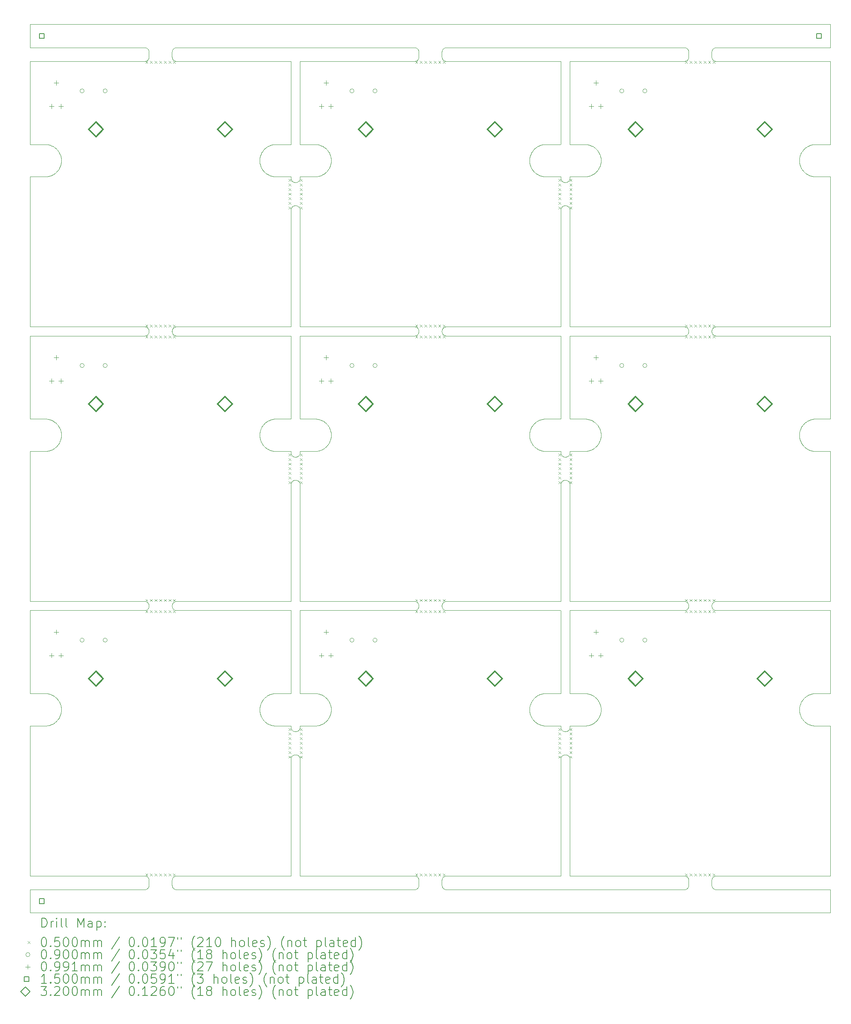
<source format=gbr>
%FSLAX45Y45*%
G04 Gerber Fmt 4.5, Leading zero omitted, Abs format (unit mm)*
G04 Created by KiCad (PCBNEW (6.0.6)) date 2022-07-06 10:56:03*
%MOMM*%
%LPD*%
G01*
G04 APERTURE LIST*
%TA.AperFunction,Profile*%
%ADD10C,0.100000*%
%TD*%
%ADD11C,0.200000*%
%ADD12C,0.050000*%
%ADD13C,0.090000*%
%ADD14C,0.099060*%
%ADD15C,0.150000*%
%ADD16C,0.320000*%
G04 APERTURE END LIST*
D10*
X2490526Y-6748928D02*
X2485704Y-6749523D01*
X14249354Y-532516D02*
X14252528Y-536195D01*
X17026240Y-2600000D02*
X17348773Y-2600000D01*
X8399354Y-18717484D02*
X8396003Y-18721003D01*
X11499308Y-6750056D02*
X11498773Y-6750000D01*
X5129922Y-15140530D02*
X5115683Y-15130445D01*
X8981672Y-18740495D02*
X8977332Y-18738310D01*
X8423928Y-6665526D02*
X8423097Y-6670314D01*
X5664085Y-9326896D02*
X5661690Y-9322668D01*
X11700000Y-15225988D02*
X11699880Y-15230858D01*
X2513886Y-18457536D02*
X2518328Y-18459505D01*
X14267464Y-561114D02*
X14269212Y-565648D01*
X16776223Y-9146115D02*
X16764264Y-9133409D01*
X16680809Y-2886791D02*
X16683283Y-2874550D01*
X5666685Y-9331001D02*
X5664085Y-9326896D01*
X12190181Y-15158509D02*
X12174597Y-15166360D01*
X12108946Y-9239729D02*
X12091907Y-9243491D01*
X11589296Y-3925477D02*
X11594142Y-3925119D01*
X16675855Y-14826323D02*
X16676226Y-14821375D01*
X8968999Y-6733315D02*
X8965026Y-6730517D01*
X490181Y-2641490D02*
X505353Y-2650108D01*
X10994647Y-3249892D02*
X10979922Y-3240530D01*
X8929263Y-6679738D02*
X8927967Y-6675055D01*
X2570737Y-6679738D02*
X2569213Y-6684352D01*
X8929263Y-12629738D02*
X8927967Y-12625055D01*
X5827528Y-3961195D02*
X5830517Y-3965026D01*
X11142626Y-3298446D02*
X11125297Y-3296399D01*
X4987469Y-14942389D02*
X4984388Y-14930287D01*
X8926072Y-715526D02*
X8925477Y-710704D01*
X3111195Y-522472D02*
X3115026Y-519483D01*
X12130516Y-3283660D02*
X12113754Y-3288505D01*
X6280516Y-3283660D02*
X6263754Y-3288505D01*
X11499944Y-8549308D02*
X11500000Y-6751227D01*
X14779263Y-6620262D02*
X14780787Y-6615648D01*
X16678086Y-14895974D02*
X16676226Y-14878624D01*
X16694074Y-2836198D02*
X16700158Y-2819844D01*
X16676226Y-8871375D02*
X16678086Y-8854026D01*
X8408315Y-756001D02*
X8405517Y-759974D01*
X8345314Y-18748097D02*
X8340526Y-18748928D01*
X6435736Y-2716591D02*
X6439018Y-2720311D01*
X6427241Y-9142564D02*
X6414837Y-9154836D01*
X10990413Y-14552694D02*
X11005462Y-14543863D01*
X16844647Y-9199892D02*
X16840413Y-9197306D01*
X11041358Y-8576577D02*
X11057645Y-8570317D01*
X635268Y-9061853D02*
X629296Y-9072821D01*
X11674354Y-3392484D02*
X11671003Y-3396003D01*
X5129922Y-8609470D02*
X5144647Y-8600108D01*
X629296Y-14677179D02*
X637532Y-14692562D01*
X14252528Y-536195D02*
X14255517Y-540026D01*
X6523774Y-8928625D02*
X6521914Y-8945974D01*
X5724945Y-9372033D02*
X5720262Y-9370737D01*
X11680517Y-15865026D02*
X11683315Y-15868999D01*
X16844647Y-14550107D02*
X16855462Y-14543863D01*
X5219484Y-3283660D02*
X5202983Y-3277986D01*
X11700006Y-15200981D02*
X11700000Y-15225988D01*
X8405517Y-540026D02*
X8408315Y-543999D01*
X12273777Y-3196115D02*
X12261200Y-3208210D01*
X8947472Y-18486195D02*
X8950646Y-18482516D01*
X5661690Y-15877332D02*
X5664085Y-15873104D01*
X12190181Y-9208510D02*
X12174597Y-9216360D01*
X8402528Y-18713805D02*
X8399354Y-18717484D01*
X14775000Y-599012D02*
X14775119Y-594142D01*
X14238805Y-522472D02*
X14242484Y-525646D01*
X16859819Y-9208510D02*
X16844647Y-9199892D01*
X12372531Y-2991051D02*
X12370052Y-3008323D01*
X3136114Y-18457536D02*
X3140648Y-18455787D01*
X11500477Y-15235704D02*
X11500119Y-15230858D01*
X430516Y-3283660D02*
X413754Y-3288505D01*
X17010035Y-9249627D02*
X16992626Y-9248446D01*
X14234974Y-12680517D02*
X14231001Y-12683315D01*
X8981672Y-509505D02*
X8986114Y-507536D01*
X5809974Y-15844483D02*
X5813805Y-15847472D01*
X11103230Y-15192508D02*
X11086246Y-15188505D01*
X2552528Y-763805D02*
X2549354Y-767484D01*
X14827332Y-511690D02*
X14831672Y-509505D01*
X2490526Y-12698928D02*
X2485704Y-12699523D01*
X12317611Y-8708059D02*
X12326815Y-8722883D01*
X4988813Y-3047165D02*
X4984388Y-3030287D01*
X8986114Y-18742464D02*
X8981672Y-18740495D01*
X8934505Y-12643328D02*
X8932536Y-12638885D01*
X11509505Y-15881672D02*
X11511690Y-15877332D01*
X16844647Y-3249892D02*
X16829922Y-3240530D01*
X14784505Y-743328D02*
X14782536Y-738885D01*
X14845262Y-18454263D02*
X14849945Y-18452967D01*
X8947472Y-12663805D02*
X8944483Y-12659974D01*
X11552332Y-9363310D02*
X11548104Y-9360915D01*
X14175988Y-500000D02*
X14180858Y-500119D01*
X12091907Y-8556509D02*
X12108946Y-8560271D01*
X629296Y-9072821D02*
X620303Y-9087774D01*
X3107516Y-6575646D02*
X3111195Y-6572472D01*
X5850056Y-14499308D02*
X5850512Y-14499865D01*
X3131672Y-12509505D02*
X3136114Y-12507536D01*
X14775477Y-12610704D02*
X14775119Y-12605858D01*
X14827332Y-788310D02*
X14823104Y-785915D01*
X3076902Y-18670314D02*
X3076072Y-18665526D01*
X3094483Y-540026D02*
X3097472Y-536195D01*
X14275000Y-18650988D02*
X14274880Y-18655858D01*
X5310035Y-15199627D02*
X5292626Y-15198446D01*
X5186786Y-8578504D02*
X5202983Y-8572014D01*
X11500000Y-15924012D02*
X11500119Y-15919142D01*
X391907Y-2606509D02*
X408946Y-2610271D01*
X585736Y-9133409D02*
X573777Y-9146115D01*
X8981672Y-12690495D02*
X8977332Y-12688310D01*
X14252528Y-6586195D02*
X14255517Y-6590026D01*
X5833315Y-15281001D02*
X5830517Y-15284974D01*
X12326815Y-8722883D02*
X12329296Y-8727179D01*
X14854686Y-501902D02*
X14859474Y-501072D01*
X12344991Y-2808336D02*
X12349842Y-2819844D01*
X12057374Y-3298446D02*
X12039965Y-3299627D01*
X11688310Y-15272668D02*
X11685915Y-15276896D01*
X8419213Y-12565648D02*
X8420737Y-12570262D01*
X11574945Y-3422033D02*
X11570262Y-3420737D01*
X2480858Y-6749880D02*
X2475988Y-6750000D01*
X5850217Y-3300390D02*
X5850006Y-3300981D01*
X2574523Y-710704D02*
X2573928Y-715526D01*
X2546003Y-6721003D02*
X2542484Y-6724354D01*
X12125776Y-9235123D02*
X12108946Y-9239729D01*
X16829922Y-2659470D02*
X16844647Y-2650108D01*
X442355Y-2620317D02*
X458642Y-2626577D01*
X11570262Y-15320737D02*
X11565648Y-15319212D01*
X9024012Y-6750000D02*
X9019142Y-6749880D01*
X3075119Y-594142D02*
X3075477Y-589296D01*
X11574945Y-15827967D02*
X11579686Y-15826902D01*
X14791685Y-18493999D02*
X14794483Y-18490026D01*
X8405517Y-12540026D02*
X8408315Y-12543999D01*
X8340526Y-501072D02*
X8345314Y-501902D01*
X16680809Y-3013209D02*
X16678086Y-2995974D01*
X5849880Y-9280858D02*
X5849523Y-9285704D01*
X12351654Y-14724462D02*
X12357506Y-14740901D01*
X3094483Y-18490026D02*
X3097472Y-18486195D01*
X11499783Y-6549610D02*
X11500000Y-6548773D01*
X2567464Y-12638885D02*
X2565495Y-12643328D01*
X5650119Y-15919142D02*
X5650477Y-15914296D01*
X12209587Y-14552694D02*
X12220078Y-14559470D01*
X16776223Y-2703885D02*
X16788800Y-2691790D01*
X11692464Y-15886114D02*
X11694212Y-15890648D01*
X2500055Y-502967D02*
X2504738Y-504263D01*
X6189965Y-3299627D02*
X6173759Y-3300000D01*
X11505787Y-3359352D02*
X11504263Y-3354738D01*
X8941685Y-6593999D02*
X8944483Y-6590026D01*
X10870704Y-3122821D02*
X10862468Y-3107438D01*
X6501654Y-2824462D02*
X6507506Y-2840901D01*
X2513886Y-507536D02*
X2518328Y-509505D01*
X5779738Y-3929263D02*
X5784352Y-3930787D01*
X6499842Y-2819844D02*
X6501654Y-2824462D01*
X2480858Y-6550119D02*
X2485704Y-6550477D01*
X5724945Y-15827967D02*
X5729686Y-15826902D01*
X5849880Y-15230858D02*
X5849523Y-15235704D01*
X10994647Y-2650108D02*
X11009819Y-2641490D01*
X3075119Y-6655858D02*
X3075000Y-6649012D01*
X16675109Y-14843756D02*
X16675855Y-14826323D01*
X8396003Y-18478997D02*
X8399354Y-18482516D01*
X11561114Y-3932536D02*
X11565648Y-3930787D01*
X11504263Y-3995262D02*
X11505787Y-3990648D01*
X14854686Y-12698097D02*
X14849945Y-12697033D01*
X2504738Y-18745737D02*
X2500055Y-18747033D01*
X6224703Y-8553601D02*
X6241907Y-8556509D01*
X14263310Y-12647668D02*
X14260915Y-12651896D01*
X5848097Y-15904686D02*
X5848928Y-15909474D01*
X6516716Y-8824550D02*
X6519191Y-8836791D01*
X11685915Y-9923104D02*
X11688310Y-9927332D01*
X12251836Y-3216474D02*
X12238271Y-3227449D01*
X14864296Y-12500477D02*
X14869142Y-12500119D01*
X12326815Y-3127117D02*
X12317611Y-3141941D01*
X3115026Y-780517D02*
X3111195Y-777528D01*
X11700000Y-18448773D02*
X11700056Y-18449308D01*
X12374767Y-14861204D02*
X12373774Y-14878624D01*
X8981672Y-6559505D02*
X8986114Y-6557536D01*
X655926Y-2836198D02*
X657506Y-2840901D01*
X11699880Y-9969142D02*
X11700000Y-9974012D01*
X14775000Y-18549012D02*
X14775119Y-18544142D01*
X4984388Y-14769713D02*
X4988813Y-14752835D01*
X2495314Y-798097D02*
X2490526Y-798928D01*
X5821003Y-9346003D02*
X5817484Y-9349354D01*
X11505787Y-9940648D02*
X11507536Y-9936114D01*
X8953997Y-771003D02*
X8950646Y-767484D01*
X8354738Y-6554263D02*
X8359352Y-6555787D01*
X5111728Y-3227449D02*
X5098164Y-3216474D01*
X323760Y-9250000D02*
X1227Y-9250000D01*
X5693999Y-9891685D02*
X5698104Y-9889085D01*
X6344538Y-14543863D02*
X6359587Y-14552694D01*
X6521914Y-14804026D02*
X6522531Y-14808949D01*
X479067Y-3264207D02*
X463214Y-3271496D01*
X10864732Y-15011853D02*
X10857050Y-14996186D01*
X6297017Y-8572014D02*
X6313214Y-8578504D01*
X8950646Y-18717484D02*
X8947472Y-18713805D01*
X8350055Y-12697033D02*
X8345314Y-12698097D01*
X17349444Y-12499888D02*
X17349909Y-12499400D01*
X91Y-12700600D02*
X56Y-14499308D01*
X16958093Y-9243491D02*
X16941054Y-9239729D01*
X8927967Y-6624945D02*
X8929263Y-6620262D01*
X12205353Y-3249892D02*
X12190181Y-3258509D01*
X14190526Y-12501072D02*
X14195314Y-12501902D01*
X11615526Y-3423928D02*
X11610704Y-3424523D01*
X6487532Y-9057438D02*
X6479296Y-9072821D01*
X11700056Y-6750692D02*
X11700000Y-6751227D01*
X14776902Y-12579686D02*
X14777967Y-12574945D01*
X4976226Y-8871375D02*
X4978086Y-8854026D01*
X11610704Y-15324523D02*
X11605858Y-15324880D01*
X12362531Y-14757610D02*
X12365612Y-14769713D01*
X11176240Y-15200000D02*
X11160035Y-15199627D01*
X6280516Y-15183660D02*
X6275776Y-15185122D01*
X8417464Y-561114D02*
X8419213Y-565648D01*
X10873185Y-9077117D02*
X10864732Y-9061853D01*
X12371914Y-2904026D02*
X12372531Y-2908949D01*
X8325988Y-12500000D02*
X8330858Y-12500119D01*
X2531001Y-12516685D02*
X2534974Y-12519483D01*
X474597Y-8583640D02*
X490181Y-8591490D01*
X8977332Y-511690D02*
X8981672Y-509505D01*
X11629738Y-3420737D02*
X11625055Y-3422033D01*
X10902954Y-14629878D02*
X10914264Y-14616591D01*
X6427241Y-3192564D02*
X6423777Y-3196115D01*
X14775477Y-6660704D02*
X14775119Y-6655858D01*
X14231001Y-783315D02*
X14226896Y-785915D01*
X3164296Y-6550477D02*
X3169142Y-6550119D01*
X6521914Y-8945974D02*
X6519191Y-8963209D01*
X3100646Y-767484D02*
X3097472Y-763805D01*
X14273097Y-6629686D02*
X14273928Y-6634474D01*
X14782536Y-18688886D02*
X14780787Y-18684352D01*
X5850056Y-8549308D02*
X5850512Y-8549865D01*
X11643328Y-3934505D02*
X11647668Y-3936690D01*
X11692464Y-9313886D02*
X11690495Y-9318328D01*
X662531Y-3042389D02*
X661187Y-3047165D01*
X5850739Y-3300042D02*
X5850217Y-3300390D01*
X5649261Y-3300042D02*
X5326240Y-3300000D01*
X10948164Y-14583526D02*
X10961728Y-14572551D01*
X8424523Y-589296D02*
X8424880Y-594142D01*
X14180858Y-12500119D02*
X14185704Y-12500477D01*
X16953230Y-8557492D02*
X16970392Y-8554340D01*
X14836114Y-6557536D02*
X14840648Y-6555787D01*
X14780787Y-18684352D02*
X14779263Y-18679738D01*
X14779263Y-729738D02*
X14777967Y-725055D01*
X8999945Y-18452967D02*
X9004686Y-18451903D01*
X14874012Y-500000D02*
X17349214Y-499970D01*
X12039965Y-15199627D02*
X12023759Y-15200000D01*
X8345314Y-6551902D02*
X8350055Y-6552967D01*
X8977332Y-788310D02*
X8973104Y-785915D01*
X3164296Y-12500477D02*
X3169142Y-12500119D01*
X12374145Y-2973677D02*
X12372531Y-2991051D01*
X8415495Y-12643328D02*
X8413310Y-12647668D01*
X12039965Y-9249627D02*
X12023759Y-9250000D01*
X11514085Y-9326896D02*
X11511690Y-9322668D01*
X16975297Y-3296399D02*
X16958093Y-3293491D01*
X5649994Y-3300981D02*
X5649783Y-3300390D01*
X573777Y-15096115D02*
X561200Y-15108210D01*
X2509352Y-794212D02*
X2504738Y-795737D01*
X5650000Y-9974012D02*
X5650119Y-9969142D01*
X11525646Y-15292484D02*
X11522472Y-15288805D01*
X14249354Y-6582516D02*
X14252528Y-6586195D01*
X12289018Y-9129689D02*
X12285736Y-9133409D01*
X5840495Y-3981672D02*
X5842464Y-3986114D01*
X5809974Y-9894483D02*
X5813805Y-9897472D01*
X10848346Y-2824462D02*
X10850158Y-2819844D01*
X8925120Y-705858D02*
X8925000Y-700988D01*
X458642Y-14526577D02*
X474597Y-14533640D01*
X12365612Y-3030287D02*
X12361187Y-3047165D01*
X11625055Y-15827967D02*
X11629738Y-15829263D01*
X5292626Y-9248446D02*
X5275297Y-9246399D01*
X16825823Y-2662265D02*
X16829922Y-2659470D01*
X11700281Y-12499684D02*
X11700692Y-12499944D01*
X11502967Y-15899945D02*
X11504263Y-15895262D01*
X0Y-18751227D02*
X0Y-19248773D01*
X8410915Y-751896D02*
X8408315Y-756001D01*
X6447046Y-8679878D02*
X6457680Y-8693712D01*
X8340526Y-6551072D02*
X8345314Y-6551902D01*
X8926072Y-584474D02*
X8926903Y-579686D01*
X16975297Y-15196399D02*
X16958093Y-15193491D01*
X16688813Y-2852835D02*
X16694074Y-2836198D01*
X474597Y-2633640D02*
X490181Y-2641490D01*
X3076072Y-584474D02*
X3076902Y-579686D01*
X5042320Y-14643712D02*
X5052954Y-14629878D01*
X11565648Y-3419212D02*
X11561114Y-3417464D01*
X2567464Y-18688886D02*
X2565495Y-18693328D01*
X9014296Y-799523D02*
X9009474Y-798928D01*
X11548104Y-3939085D02*
X11552332Y-3936690D01*
X8961195Y-12677528D02*
X8957516Y-12674354D01*
X14797472Y-536195D02*
X14800646Y-532516D01*
X12342950Y-14703814D02*
X12344991Y-14708336D01*
X2570737Y-12570262D02*
X2572033Y-12574945D01*
X14270737Y-729738D02*
X14269212Y-734352D01*
X16700158Y-2819844D02*
X16705009Y-2808336D01*
X534317Y-15130445D02*
X524177Y-15137735D01*
X11552332Y-3936690D02*
X11556672Y-3934505D01*
X5675646Y-15857516D02*
X5678997Y-15853997D01*
X14200055Y-502967D02*
X14204738Y-504263D01*
X12361187Y-3047165D02*
X12355926Y-3063802D01*
X12174597Y-8583640D02*
X12190181Y-8591490D01*
X14238805Y-6572472D02*
X14242484Y-6575646D01*
X5186786Y-14528504D02*
X5191358Y-14526577D01*
X14811195Y-522472D02*
X14815026Y-519483D01*
X12370052Y-3008323D02*
X12366716Y-3025450D01*
X8423097Y-18670314D02*
X8422033Y-18675055D01*
X11543999Y-9358315D02*
X11540026Y-9355517D01*
X5649308Y-6549944D02*
X5649719Y-6549684D01*
X11694212Y-9309352D02*
X11692464Y-9313886D01*
X12342950Y-8753814D02*
X12349842Y-8769844D01*
X11685915Y-15873104D02*
X11688310Y-15877332D01*
X5175402Y-3266360D02*
X5159819Y-3258509D01*
X5711114Y-9367464D02*
X5706672Y-9365495D01*
X8381001Y-18466685D02*
X8384974Y-18469483D01*
X11528997Y-9346003D02*
X11525646Y-9342484D01*
X3164296Y-799523D02*
X3159474Y-798928D01*
X3086690Y-6697668D02*
X3084505Y-6693328D01*
X6224703Y-15196399D02*
X6212311Y-15197952D01*
X8929263Y-6620262D02*
X8930787Y-6615648D01*
X11677528Y-15288805D02*
X11674354Y-15292484D01*
X14260915Y-548104D02*
X14263310Y-552332D01*
X5669483Y-3965026D02*
X5672472Y-3961195D01*
X12174597Y-9216360D02*
X12163214Y-9221496D01*
X5706672Y-15834505D02*
X5711114Y-15832536D01*
X11690495Y-9931672D02*
X11692464Y-9936114D01*
X6516716Y-14774550D02*
X6519191Y-14786791D01*
X5651902Y-9954686D02*
X5652967Y-9949945D01*
X5155462Y-14543863D02*
X5170933Y-14535793D01*
X14775000Y-700988D02*
X14775000Y-599012D01*
X8368328Y-18459505D02*
X8372668Y-18461690D01*
X12357506Y-14959099D02*
X12351654Y-14975538D01*
X11667484Y-3950646D02*
X11671003Y-3953997D01*
X11556672Y-9884505D02*
X11561114Y-9882536D01*
X8359352Y-6744212D02*
X8354738Y-6745737D01*
X11697033Y-15899945D02*
X11698097Y-15904686D01*
X11500000Y-6751227D02*
X11499944Y-6750692D01*
X458642Y-8576577D02*
X474597Y-8583640D01*
X11501902Y-9954686D02*
X11502967Y-9949945D01*
X5848928Y-15240526D02*
X5848097Y-15245314D01*
X14258315Y-543999D02*
X14260915Y-548104D01*
X5849523Y-15235704D02*
X5848928Y-15240526D01*
X14209352Y-6744212D02*
X14204738Y-6745737D01*
X12355926Y-3063802D02*
X12349842Y-3080156D01*
X8929263Y-18520262D02*
X8930787Y-18515648D01*
X6524891Y-8906244D02*
X6524767Y-8911204D01*
X2542484Y-6724354D02*
X2538805Y-6727528D01*
X14791685Y-543999D02*
X14794483Y-540026D01*
X11615526Y-9876072D02*
X11620314Y-9876903D01*
X8413310Y-18502332D02*
X8415495Y-18506672D01*
X6523774Y-8871375D02*
X6524145Y-8876323D01*
X14222668Y-12511690D02*
X14226896Y-12514085D01*
X5088800Y-3208210D02*
X5076223Y-3196115D01*
X8413310Y-6697668D02*
X8410915Y-6701896D01*
X10951964Y-2680337D02*
X10965683Y-2669555D01*
X14180858Y-6550119D02*
X14185704Y-6550477D01*
X5052954Y-8679878D02*
X5060982Y-8670311D01*
X16714731Y-15011853D02*
X16707049Y-14996186D01*
X600139Y-9116243D02*
X589018Y-9129689D01*
X8981672Y-790495D02*
X8977332Y-788310D01*
X12273777Y-2703885D02*
X12285736Y-2716591D01*
X597046Y-8679878D02*
X600139Y-8683757D01*
X5734474Y-15826072D02*
X5739296Y-15825477D01*
X8392484Y-6575646D02*
X8396003Y-6578997D01*
X5715648Y-3419212D02*
X5711114Y-3417464D01*
X9019142Y-18450120D02*
X9024012Y-18450000D01*
X14818999Y-18466685D02*
X14823104Y-18464085D01*
X3091685Y-12656001D02*
X3089085Y-12651896D01*
X8381001Y-783315D02*
X8376896Y-785915D01*
X14273097Y-720314D02*
X14272033Y-725055D01*
X11514085Y-3973104D02*
X11516685Y-3968999D01*
X11500000Y-9275988D02*
X11499994Y-9250981D01*
X10862468Y-2792562D02*
X10870704Y-2777179D01*
X5039424Y-9102260D02*
X5032389Y-9091941D01*
X5849523Y-3335704D02*
X5848928Y-3340526D01*
X6370078Y-15140530D02*
X6359587Y-15147305D01*
X524177Y-14562265D02*
X534317Y-14569555D01*
X5842464Y-3363885D02*
X5840495Y-3368328D01*
X10975823Y-2662265D02*
X10990413Y-2652694D01*
X14190526Y-12698928D02*
X14185704Y-12699523D01*
X11543999Y-9891685D02*
X11548104Y-9889085D01*
X6189965Y-9249627D02*
X6173759Y-9250000D01*
X2565495Y-6606672D02*
X2567464Y-6611114D01*
X16788800Y-14591790D02*
X16798164Y-14583526D01*
X430Y-18449812D02*
X1227Y-18450000D01*
X5649610Y-15200217D02*
X5648797Y-15200000D01*
X8995262Y-18745737D02*
X8990648Y-18744213D01*
X11516685Y-15281001D02*
X11514085Y-15276896D01*
X9014296Y-18450477D02*
X9019142Y-18450120D01*
X12113754Y-3288505D02*
X12096770Y-3292508D01*
X14845262Y-18745737D02*
X14840648Y-18744213D01*
X8410915Y-548104D02*
X8413310Y-552332D01*
X8410915Y-6701896D02*
X8408315Y-6706001D01*
X5698104Y-9889085D02*
X5702332Y-9886690D01*
X5241054Y-9239729D02*
X5224224Y-9235123D01*
X673774Y-14821375D02*
X674145Y-14826323D01*
X5020704Y-3122821D02*
X5012468Y-3107438D01*
X16941054Y-2610271D02*
X16958093Y-2606509D01*
X6467611Y-8708059D02*
X6470303Y-8712226D01*
X6324597Y-2633640D02*
X6340181Y-2641490D01*
X5850000Y-6751227D02*
X5850056Y-8549308D01*
X12351654Y-9025538D02*
X12344991Y-9041664D01*
X2574523Y-18539296D02*
X2574880Y-18544142D01*
X8340526Y-12698928D02*
X8335704Y-12699523D01*
X5155462Y-15156137D02*
X5140413Y-15147305D01*
X6457680Y-2743712D02*
X6467611Y-2758059D01*
X8926072Y-12615526D02*
X8925477Y-12610704D01*
X3075119Y-12605858D02*
X3075000Y-12599012D01*
X16732389Y-8708059D02*
X16742320Y-8693712D01*
X6512531Y-8992390D02*
X6511187Y-8997165D01*
X5850692Y-6549944D02*
X5851227Y-6550000D01*
X3149945Y-12697033D02*
X3145262Y-12695737D01*
X11599012Y-3925000D02*
X11605858Y-3925119D01*
X5806001Y-9358315D02*
X5801896Y-9360915D01*
X2563310Y-12647668D02*
X2560915Y-12651896D01*
X6427241Y-8657436D02*
X6439018Y-8670311D01*
X548036Y-2680337D02*
X561200Y-2691790D01*
X6411200Y-2691790D02*
X6414837Y-2695164D01*
X8925000Y-18650988D02*
X8925000Y-18549012D01*
X644991Y-8758336D02*
X649842Y-8769844D01*
X8925477Y-18539296D02*
X8926072Y-18534474D01*
X16760981Y-2720311D02*
X16764264Y-2716591D01*
X11511690Y-15877332D02*
X11514085Y-15873104D01*
X11579686Y-15323097D02*
X11574945Y-15322033D01*
X14776902Y-18529686D02*
X14777967Y-18524945D01*
X14275000Y-599012D02*
X14275000Y-700988D01*
X14204738Y-6745737D02*
X14200055Y-6747033D01*
X14779263Y-12629738D02*
X14777967Y-12625055D01*
X5720262Y-3929263D02*
X5724945Y-3927967D01*
X339965Y-9249627D02*
X323760Y-9250000D01*
X5649610Y-800217D02*
X5648773Y-800000D01*
X5012468Y-9057438D02*
X5005009Y-9041664D01*
X8968999Y-18466685D02*
X8973104Y-18464085D01*
X6246770Y-9242508D02*
X6241907Y-9243491D01*
X6515612Y-3030287D02*
X6511187Y-3047165D01*
X2522668Y-6561690D02*
X2526896Y-6564085D01*
X2567464Y-18511114D02*
X2569213Y-18515648D01*
X4984388Y-2869713D02*
X4987469Y-2857610D01*
X12374767Y-2938796D02*
X12374891Y-2943756D01*
X4977469Y-2908949D02*
X4979947Y-2891677D01*
X6173759Y-3300000D02*
X5850739Y-3300042D01*
X666716Y-14774550D02*
X669191Y-14786791D01*
X11700739Y-9250042D02*
X11700217Y-9250390D01*
X5848928Y-3340526D02*
X5848097Y-3345314D01*
X14784505Y-6606672D02*
X14786690Y-6602332D01*
X6515612Y-14769713D02*
X6516716Y-14774550D01*
X14255517Y-18709974D02*
X14252528Y-18713805D01*
X11656001Y-9891685D02*
X11659974Y-9894483D01*
X8990648Y-505787D02*
X8995262Y-504263D01*
X5659505Y-15268328D02*
X5657536Y-15263885D01*
X12344991Y-9041664D02*
X12337532Y-9057438D01*
X11671003Y-15853997D02*
X11674354Y-15857516D01*
X17026240Y-14500000D02*
X17348773Y-14500000D01*
X5690026Y-3405517D02*
X5686195Y-3402528D01*
X12374145Y-8876323D02*
X12374767Y-8888796D01*
X5806001Y-15841685D02*
X5809974Y-15844483D01*
X14274523Y-12589296D02*
X14274880Y-12594142D01*
X2495314Y-6551902D02*
X2500055Y-6552967D01*
X14780787Y-734352D02*
X14779263Y-729738D01*
X6189965Y-2600373D02*
X6207374Y-2601554D01*
X8423097Y-6670314D02*
X8422033Y-6675055D01*
X16958093Y-2606509D02*
X16975297Y-2603601D01*
X2573097Y-720314D02*
X2572033Y-725055D01*
X5657536Y-15886114D02*
X5659505Y-15881672D01*
X11548104Y-3410915D02*
X11543999Y-3408315D01*
X6263754Y-9238505D02*
X6246770Y-9242508D01*
X8926903Y-12620314D02*
X8926072Y-12615526D01*
X509587Y-8602694D02*
X524177Y-8612265D01*
X14242484Y-525646D02*
X14246003Y-528997D01*
X14836114Y-6742464D02*
X14831672Y-6740495D01*
X2504738Y-12504263D02*
X2509352Y-12505787D01*
X10948164Y-3216474D02*
X10938800Y-3208210D01*
X14260915Y-12548104D02*
X14263310Y-12552332D01*
X11677528Y-3388805D02*
X11674354Y-3392484D01*
X2526896Y-6564085D02*
X2531001Y-6566685D01*
X3103997Y-6721003D02*
X3100646Y-6717484D01*
X637532Y-14692562D02*
X642950Y-14703814D01*
X14807516Y-6724354D02*
X14803997Y-6721003D01*
X3086690Y-18502332D02*
X3089085Y-18498104D01*
X11057645Y-2620317D02*
X11074224Y-2614877D01*
X12023759Y-15200000D02*
X11700739Y-15200042D01*
X2513886Y-12507536D02*
X2518328Y-12509505D01*
X9019142Y-18749880D02*
X9014296Y-18749523D01*
X5833315Y-9331001D02*
X5830517Y-9334974D01*
X12310576Y-9102260D02*
X12300139Y-9116243D01*
X11594142Y-9374880D02*
X11589296Y-9374523D01*
X4977469Y-14891051D02*
X4976226Y-14878624D01*
X12371914Y-14804026D02*
X12373774Y-14821375D01*
X6388271Y-15127449D02*
X6374177Y-15137735D01*
X12074703Y-8553601D02*
X12091907Y-8556509D01*
X10879697Y-15037774D02*
X10873185Y-15027117D01*
X5797668Y-3936690D02*
X5801896Y-3939085D01*
X16687469Y-14942389D02*
X16683283Y-14925450D01*
X16714731Y-2788147D02*
X16723185Y-2772883D01*
X2555517Y-18490026D02*
X2558315Y-18493999D01*
X5039424Y-3152260D02*
X5029697Y-3137774D01*
X2560915Y-18701896D02*
X2558315Y-18706001D01*
X5000158Y-14980156D02*
X4998346Y-14975538D01*
X8925120Y-12594142D02*
X8925477Y-12589296D01*
X11086246Y-9238505D02*
X11069484Y-9233660D01*
X5648773Y-12700000D02*
X3174012Y-12700000D01*
X5830517Y-3384974D02*
X5827528Y-3388805D01*
X6212311Y-15197952D02*
X6194920Y-15199379D01*
X14265495Y-556672D02*
X14267464Y-561114D01*
X10910982Y-3179689D02*
X10899861Y-3166243D01*
X8415495Y-6693328D02*
X8413310Y-6697668D01*
X5115683Y-2669555D02*
X5125823Y-2662265D01*
X8965026Y-6730517D02*
X8961195Y-6727528D01*
X11536195Y-3402528D02*
X11532516Y-3399354D01*
X9024012Y-500000D02*
X14175988Y-500000D01*
X12074703Y-14503601D02*
X12091907Y-14506509D01*
X12310576Y-2747740D02*
X12317611Y-2758059D01*
X14775477Y-12589296D02*
X14776072Y-12584474D01*
X8422033Y-574945D02*
X8423097Y-579686D01*
X5191358Y-14526577D02*
X5207645Y-14520317D01*
X3123104Y-514085D02*
X3127332Y-511690D01*
X357374Y-8551554D02*
X374703Y-8553601D01*
X14776072Y-12584474D02*
X14776902Y-12579686D01*
X6359587Y-15147305D02*
X6344538Y-15156137D01*
X17349909Y-6549400D02*
X17349980Y-3300834D01*
X2495314Y-12698097D02*
X2490526Y-12698928D01*
X657506Y-14959099D02*
X651654Y-14975538D01*
X11091054Y-14510271D02*
X11108093Y-14506509D01*
X5813805Y-3947472D02*
X5817484Y-3950646D01*
X5664085Y-15873104D02*
X5666685Y-15868999D01*
X5654263Y-15254738D02*
X5652967Y-15250055D01*
X8345314Y-12501902D02*
X8350055Y-12502967D01*
X2526896Y-12514085D02*
X2531001Y-12516685D01*
X5678997Y-3396003D02*
X5675646Y-3392484D01*
X8926903Y-579686D02*
X8927967Y-574945D01*
X11634352Y-9369213D02*
X11629738Y-9370737D01*
X12261200Y-3208210D02*
X12251836Y-3216474D01*
X561200Y-3208210D02*
X548036Y-3219663D01*
X14265495Y-18506672D02*
X14267464Y-18511114D01*
X12362531Y-2857610D02*
X12366716Y-2874550D01*
X494538Y-3256137D02*
X479067Y-3264207D01*
X11069484Y-15183660D02*
X11052983Y-15177986D01*
X8325988Y-800000D02*
X5851227Y-800000D01*
X2570737Y-570262D02*
X2572033Y-574945D01*
X8926903Y-18529686D02*
X8927967Y-18524945D01*
X14255517Y-18490026D02*
X14258315Y-18493999D01*
X8384974Y-18469483D02*
X8388805Y-18472472D01*
X2558315Y-18706001D02*
X2555517Y-18709974D01*
X11500000Y-3325988D02*
X11499994Y-3300981D01*
X12361187Y-14947165D02*
X12357506Y-14959099D01*
X14797472Y-763805D02*
X14794483Y-759974D01*
X2563310Y-552332D02*
X2565495Y-556672D01*
X2570737Y-12629738D02*
X2569213Y-12634352D01*
X14260915Y-18498104D02*
X14263310Y-18502332D01*
X4977469Y-2991051D02*
X4976226Y-2978624D01*
X16840413Y-8602694D02*
X16844647Y-8600108D01*
X5649944Y-6750692D02*
X5649719Y-6750316D01*
X8953997Y-6721003D02*
X8950646Y-6717484D01*
X12374145Y-14826323D02*
X12374891Y-14843756D01*
X5848928Y-9290526D02*
X5848097Y-9295314D01*
X12337532Y-9057438D02*
X12335268Y-9061853D01*
X16742320Y-2743712D02*
X16749861Y-2733757D01*
X2480858Y-18749880D02*
X2475988Y-18750000D01*
X8419213Y-18515648D02*
X8420737Y-18520262D01*
X16694074Y-9013802D02*
X16688813Y-8997165D01*
X5125823Y-8612265D02*
X5129922Y-8609470D01*
X14213885Y-12507536D02*
X14218328Y-12509505D01*
X17349487Y-12700135D02*
X17348773Y-12700000D01*
X577241Y-15092564D02*
X573777Y-15096115D01*
X8973104Y-12514085D02*
X8977332Y-12511690D01*
X6467611Y-2758059D02*
X6476815Y-2772883D01*
X3075477Y-6660704D02*
X3075119Y-6655858D01*
X10834388Y-8819713D02*
X10838813Y-8802835D01*
X8354738Y-18454263D02*
X8359352Y-18455787D01*
X11700692Y-12700056D02*
X11700281Y-12700316D01*
X11536195Y-15847472D02*
X11540026Y-15844483D01*
X5850512Y-2599865D02*
X5851227Y-2600000D01*
X3174012Y-800000D02*
X3169142Y-799880D01*
X10899861Y-2733757D02*
X10910982Y-2720311D01*
X5085163Y-8645164D02*
X5088800Y-8641790D01*
X16684387Y-14769713D02*
X16688813Y-14752835D01*
X5755858Y-15324880D02*
X5750988Y-15325000D01*
X248Y-19249648D02*
X646Y-19249928D01*
X2574880Y-594142D02*
X2575000Y-599012D01*
X5849880Y-15919142D02*
X5850000Y-15924012D01*
X14213885Y-792464D02*
X14209352Y-794212D01*
X8957516Y-774354D02*
X8953997Y-771003D01*
X5838310Y-9322668D02*
X5835915Y-9326896D01*
X14782536Y-12561114D02*
X14784505Y-12556672D01*
X14258315Y-6706001D02*
X14255517Y-6709974D01*
X14231001Y-12683315D02*
X14226896Y-12685915D01*
X470Y-12499839D02*
X1227Y-12500000D01*
X2538805Y-18727528D02*
X2534974Y-18730517D01*
X8925000Y-700988D02*
X8925000Y-599012D01*
X11629738Y-9370737D02*
X11625055Y-9372033D01*
X5797668Y-9886690D02*
X5801896Y-9889085D01*
X14246003Y-18478997D02*
X14249354Y-18482516D01*
X2475988Y-18450000D02*
X2480858Y-18450120D01*
X16684387Y-8980287D02*
X16680809Y-8963209D01*
X4975232Y-2938796D02*
X4976226Y-2921375D01*
X6224703Y-3296399D02*
X6207374Y-3298446D01*
X505353Y-15149892D02*
X494538Y-15156137D01*
X3174012Y-18750000D02*
X3169142Y-18749880D01*
X637532Y-8742562D02*
X644991Y-8758336D01*
X11620314Y-15323097D02*
X11615526Y-15323928D01*
X5824354Y-3392484D02*
X5821003Y-3396003D01*
X3080787Y-18684352D02*
X3079263Y-18679738D01*
X5652967Y-15250055D02*
X5651902Y-15245314D01*
X14242484Y-774354D02*
X14238805Y-777528D01*
X3145262Y-504263D02*
X3149945Y-502967D01*
X8961195Y-522472D02*
X8965026Y-519483D01*
X11698097Y-9954686D02*
X11698928Y-9959474D01*
X11501902Y-4004686D02*
X11502967Y-3999945D01*
X12374145Y-2926323D02*
X12374767Y-2938796D01*
X5072759Y-8657436D02*
X5085163Y-8645164D01*
X8368328Y-18740495D02*
X8363885Y-18742464D01*
X5007050Y-14703814D02*
X5014732Y-14688147D01*
X11699523Y-3335704D02*
X11698928Y-3340526D01*
X4978086Y-14804026D02*
X4980809Y-14786791D01*
X11548104Y-9889085D02*
X11552332Y-9886690D01*
X12190181Y-3258509D02*
X12174597Y-3266360D01*
X6388271Y-3227449D02*
X6374177Y-3237735D01*
X16678086Y-2995974D02*
X16677469Y-2991051D01*
X3089085Y-12651896D02*
X3086690Y-12647668D01*
X3123104Y-6735915D02*
X3118999Y-6733315D01*
X14269212Y-12634352D02*
X14267464Y-12638885D01*
X5693999Y-15308315D02*
X5690026Y-15305517D01*
X14260915Y-6598104D02*
X14263310Y-6602332D01*
X8944483Y-18490026D02*
X8947472Y-18486195D01*
X11532516Y-15299354D02*
X11528997Y-15296003D01*
X5739296Y-3424523D02*
X5734474Y-3423928D01*
X14782536Y-561114D02*
X14784505Y-556672D01*
X4983284Y-2874550D02*
X4984388Y-2869713D01*
X14789085Y-18498104D02*
X14791685Y-18493999D01*
X16936246Y-8561495D02*
X16953230Y-8557492D01*
X8973104Y-12685915D02*
X8968999Y-12683315D01*
X17350000Y-19248773D02*
X17350000Y-18751227D01*
X8424880Y-18655858D02*
X8424523Y-18660704D01*
X14797472Y-6713805D02*
X14794483Y-6709974D01*
X5650000Y-15924012D02*
X5650119Y-15919142D01*
X3084505Y-12643328D02*
X3082536Y-12638885D01*
X11507536Y-3363885D02*
X11505787Y-3359352D01*
X8925000Y-599012D02*
X8925120Y-594142D01*
X6411200Y-8641790D02*
X6414837Y-8645164D01*
X10926223Y-9146115D02*
X10914264Y-9133409D01*
X14780787Y-565648D02*
X14782536Y-561114D01*
X14831672Y-509505D02*
X14836114Y-507536D01*
X16941054Y-9239729D02*
X16924224Y-9235123D01*
X11556672Y-15834505D02*
X11561114Y-15832536D01*
X2573097Y-12620314D02*
X2572033Y-12625055D01*
X5833315Y-3968999D02*
X5835915Y-3973104D01*
X16679947Y-14791677D02*
X16683283Y-14774550D01*
X8402528Y-12536195D02*
X8405517Y-12540026D01*
X11498773Y-14500000D02*
X11499487Y-14499865D01*
X3115026Y-18469483D02*
X3118999Y-18466685D01*
X14273928Y-12584474D02*
X14274523Y-12589296D01*
X16941054Y-15189729D02*
X16924224Y-15185122D01*
X8419213Y-565648D02*
X8420737Y-570262D01*
X3169142Y-18749880D02*
X3164296Y-18749523D01*
X14274523Y-6639296D02*
X14274880Y-6644142D01*
X8981672Y-12509505D02*
X8986114Y-12507536D01*
X651654Y-14724462D02*
X657506Y-14740901D01*
X16859819Y-15158509D02*
X16855462Y-15156137D01*
X16785163Y-15104835D02*
X16772759Y-15092564D01*
X12289018Y-14620311D02*
X12300139Y-14633756D01*
X14836114Y-18742464D02*
X14831672Y-18740495D01*
X3075477Y-18660704D02*
X3075119Y-18655858D01*
X10975823Y-15137735D02*
X10961728Y-15127449D01*
X5652967Y-3999945D02*
X5654263Y-3995262D01*
X2518328Y-790495D02*
X2513886Y-792464D01*
X14807516Y-18475646D02*
X14811195Y-18472472D01*
X5125823Y-14562265D02*
X5129922Y-14559470D01*
X8419213Y-734352D02*
X8417464Y-738885D01*
X5648773Y-6750000D02*
X3174012Y-6750000D01*
X8376896Y-6735915D02*
X8372668Y-6738310D01*
X8995262Y-18454263D02*
X8999945Y-18452967D01*
X10838813Y-3047165D02*
X10834388Y-3030287D01*
X8968999Y-516685D02*
X8973104Y-514085D01*
X2573928Y-12615526D02*
X2573097Y-12620314D01*
X14218328Y-18459505D02*
X14222668Y-18461690D01*
X3136114Y-6557536D02*
X3140648Y-6555787D01*
X17349570Y-9250188D02*
X17348773Y-9250000D01*
X5655787Y-9940648D02*
X5657536Y-9936114D01*
X5850000Y-12701227D02*
X5850056Y-14499308D01*
X11698928Y-15240526D02*
X11698097Y-15245314D01*
X11528997Y-15296003D02*
X11525646Y-15292484D01*
X14273097Y-12620314D02*
X14272033Y-12625055D01*
X2513886Y-6557536D02*
X2518328Y-6559505D01*
X16788800Y-2691790D02*
X16798164Y-2683526D01*
X11698097Y-15904686D02*
X11698928Y-15909474D01*
X6485268Y-14688147D02*
X6492950Y-14703814D01*
X8392484Y-18724354D02*
X8388805Y-18727528D01*
X3123104Y-18464085D02*
X3127332Y-18461690D01*
X3127332Y-12511690D02*
X3131672Y-12509505D01*
X8990648Y-6555787D02*
X8995262Y-6554263D01*
X5659505Y-9931672D02*
X5661690Y-9927332D01*
X14272033Y-6675055D02*
X14270737Y-6679738D01*
X5672472Y-15288805D02*
X5669483Y-15284974D01*
X9019142Y-500119D02*
X9024012Y-500000D01*
X3118999Y-6733315D02*
X3115026Y-6730517D01*
X8925120Y-6655858D02*
X8925000Y-6650988D01*
X5724945Y-3422033D02*
X5720262Y-3420737D01*
X8961195Y-6727528D02*
X8957516Y-6724354D01*
X12373774Y-14821375D02*
X12374145Y-14826323D01*
X16705009Y-14991664D02*
X16698345Y-14975538D01*
X5711114Y-15317464D02*
X5706672Y-15315495D01*
X6505926Y-14736198D02*
X6511187Y-14752835D01*
X8936690Y-6602332D02*
X8939085Y-6598104D01*
X3159474Y-18451072D02*
X3164296Y-18450477D01*
X5650477Y-9285704D02*
X5650119Y-9280858D01*
X3103997Y-771003D02*
X3100646Y-767484D01*
X16675109Y-14856244D02*
X16675109Y-14843756D01*
X3097472Y-6713805D02*
X3094483Y-6709974D01*
X5129922Y-14559470D02*
X5140413Y-14552694D01*
X2575000Y-18549012D02*
X2575000Y-18650988D01*
X3084505Y-18506672D02*
X3086690Y-18502332D01*
X11552332Y-3413310D02*
X11548104Y-3410915D01*
X10825109Y-2956244D02*
X10825232Y-2938796D01*
X3086690Y-12647668D02*
X3084505Y-12643328D01*
X11125297Y-2603601D02*
X11142626Y-2601554D01*
X8410915Y-18701896D02*
X8408315Y-18706001D01*
X513Y-14499865D02*
X1227Y-14500000D01*
X12329296Y-8727179D02*
X12337532Y-8742562D01*
X16875402Y-3266360D02*
X16859819Y-3258509D01*
X11695737Y-15895262D02*
X11697033Y-15899945D01*
X8340526Y-18748928D02*
X8335704Y-18749523D01*
X14252528Y-6713805D02*
X14249354Y-6717484D01*
X3136114Y-12507536D02*
X3140648Y-12505787D01*
X8927967Y-18524945D02*
X8929263Y-18520262D01*
X9014296Y-12500477D02*
X9019142Y-12500119D01*
X3075119Y-18544142D02*
X3075477Y-18539296D01*
X11659974Y-3944483D02*
X11663805Y-3947472D01*
X10829947Y-3008323D02*
X10827469Y-2991051D01*
X11651896Y-9889085D02*
X11656001Y-9891685D01*
X5848097Y-4004686D02*
X5848928Y-4009474D01*
X14849945Y-6747033D02*
X14845262Y-6745737D01*
X16886786Y-14528504D02*
X16902983Y-14522014D01*
X8995262Y-12504263D02*
X8999945Y-12502967D01*
X3154686Y-798097D02*
X3149945Y-797033D01*
X11501902Y-3345314D02*
X11501072Y-3340526D01*
X11695737Y-9304738D02*
X11694212Y-9309352D01*
X8941685Y-18493999D02*
X8944483Y-18490026D01*
X8944483Y-759974D02*
X8941685Y-756001D01*
X11556672Y-3934505D02*
X11561114Y-3932536D01*
X5072759Y-14607436D02*
X5085163Y-14595164D01*
X10842494Y-2840901D02*
X10848346Y-2824462D01*
X14274880Y-12594142D02*
X14275000Y-12599012D01*
X5844212Y-3990648D02*
X5845737Y-3995262D01*
X2538805Y-522472D02*
X2542484Y-525646D01*
X3164296Y-18749523D02*
X3159474Y-18748928D01*
X5659505Y-3981672D02*
X5661690Y-3977332D01*
X5023185Y-9077117D02*
X5014732Y-9061853D01*
X14791685Y-6706001D02*
X14789085Y-6701896D01*
X10833284Y-14925450D02*
X10829947Y-14908323D01*
X12238271Y-8622551D02*
X12251836Y-8633526D01*
X3097472Y-6586195D02*
X3100646Y-6582516D01*
X5650477Y-4014296D02*
X5651072Y-4009474D01*
X2549354Y-12667484D02*
X2546003Y-12671003D01*
X2552528Y-6586195D02*
X2555517Y-6590026D01*
X12091907Y-2606509D02*
X12108946Y-2610271D01*
X11659974Y-9355517D02*
X11656001Y-9358315D01*
X14200055Y-6747033D02*
X14195314Y-6748097D01*
X11579686Y-15826902D02*
X11584474Y-15826072D01*
X6411200Y-14591790D02*
X6414837Y-14595164D01*
X5651902Y-4004686D02*
X5652967Y-3999945D01*
X8420737Y-6620262D02*
X8422033Y-6624945D01*
X8925120Y-594142D02*
X8925477Y-589296D01*
X8957516Y-18475646D02*
X8961195Y-18472472D01*
X5661690Y-15272668D02*
X5659505Y-15268328D01*
X607680Y-9106288D02*
X600139Y-9116243D01*
X14836114Y-507536D02*
X14840648Y-505787D01*
X14195314Y-6551902D02*
X14200055Y-6552967D01*
X11501072Y-15909474D02*
X11501902Y-15904686D01*
X8350055Y-6747033D02*
X8345314Y-6748097D01*
X17349354Y-72D02*
X17348773Y0D01*
X14789085Y-12548104D02*
X14791685Y-12543999D01*
X3154686Y-18451903D02*
X3159474Y-18451072D01*
X14818999Y-18733315D02*
X14815026Y-18730517D01*
X8423928Y-584474D02*
X8424523Y-589296D01*
X6401836Y-15116474D02*
X6388271Y-15127449D01*
X14815026Y-18469483D02*
X14818999Y-18466685D01*
X8953997Y-6578997D02*
X8957516Y-6575646D01*
X14794483Y-12540026D02*
X14797472Y-12536195D01*
X10837469Y-2857610D02*
X10842494Y-2840901D01*
X11025402Y-8583640D02*
X11041358Y-8576577D01*
X11688310Y-3372668D02*
X11685915Y-3376896D01*
X14255517Y-12659974D02*
X14252528Y-12663805D01*
X14836114Y-12692464D02*
X14831672Y-12690495D01*
X14782536Y-738885D02*
X14780787Y-734352D01*
X5824354Y-15292484D02*
X5821003Y-15296003D01*
X10829947Y-14791677D02*
X10833284Y-14774550D01*
X8986114Y-6742464D02*
X8981672Y-6740495D01*
X14800646Y-767484D02*
X14797472Y-763805D01*
X5060982Y-3179689D02*
X5049861Y-3166243D01*
X8410915Y-12548104D02*
X8413310Y-12552332D01*
X14836114Y-18457536D02*
X14840648Y-18455787D01*
X8372668Y-6561690D02*
X8376896Y-6564085D01*
X17348773Y-14500000D02*
X17349487Y-14499865D01*
X11700512Y-2599865D02*
X11701227Y-2600000D01*
X3086690Y-6602332D02*
X3089085Y-6598104D01*
X14204738Y-12504263D02*
X14209352Y-12505787D01*
X11663805Y-9352528D02*
X11659974Y-9355517D01*
X8957516Y-12525646D02*
X8961195Y-12522472D01*
X14255517Y-540026D02*
X14258315Y-543999D01*
X2531001Y-18466685D02*
X2534974Y-18469483D01*
X5801896Y-9360915D02*
X5797668Y-9363310D01*
X11629738Y-9879263D02*
X11634352Y-9880787D01*
X12023759Y-8550000D02*
X12039965Y-8550373D01*
X91Y-800600D02*
X56Y-2599308D01*
X520078Y-3240530D02*
X505353Y-3249892D01*
X3136114Y-792464D02*
X3131672Y-790495D01*
X6414837Y-8645164D02*
X6427241Y-8657436D01*
X669191Y-3013209D02*
X666716Y-3025450D01*
X8325988Y-6750000D02*
X5851227Y-6750000D01*
X2495314Y-12501902D02*
X2500055Y-12502967D01*
X12357506Y-8790901D02*
X12362531Y-8807610D01*
X3097472Y-763805D02*
X3094483Y-759974D01*
X6207374Y-9248446D02*
X6189965Y-9249627D01*
X12079608Y-3295660D02*
X12074703Y-3296399D01*
X6173759Y-14500000D02*
X6189965Y-14500373D01*
X5793328Y-3934505D02*
X5797668Y-3936690D01*
X6511187Y-14752835D02*
X6515612Y-14769713D01*
X8929263Y-570262D02*
X8930787Y-565648D01*
X11701227Y-6750000D02*
X11700692Y-6750056D01*
X8372668Y-12511690D02*
X8376896Y-12514085D01*
X14811195Y-6572472D02*
X14815026Y-6569483D01*
X2570737Y-729738D02*
X2569213Y-734352D01*
X11700000Y-4024012D02*
X11700000Y-6548773D01*
X14776072Y-12615526D02*
X14775477Y-12610704D01*
X2475988Y-6750000D02*
X1227Y-6750000D01*
X5797668Y-9363310D02*
X5793328Y-9365495D01*
X5654263Y-3354738D02*
X5652967Y-3350055D01*
X12251836Y-15116474D02*
X12238271Y-15127449D01*
X10935163Y-8645164D02*
X10948164Y-8633526D01*
X9004686Y-798097D02*
X8999945Y-797033D01*
X5850281Y-18449684D02*
X5850692Y-18449944D01*
X12091907Y-14506509D02*
X12108946Y-14510271D01*
X425776Y-8564877D02*
X442355Y-8570317D01*
X8953997Y-528997D02*
X8957516Y-525646D01*
X11176240Y-3300000D02*
X11160035Y-3299627D01*
X14209352Y-505787D02*
X14213885Y-507536D01*
X6521914Y-8854026D02*
X6523774Y-8871375D01*
X2546003Y-18721003D02*
X2542484Y-18724354D01*
X5784352Y-15319212D02*
X5779738Y-15320737D01*
X626815Y-2772883D02*
X635268Y-2788147D01*
X17349980Y-9250834D02*
X17349570Y-9250188D01*
X14831672Y-18740495D02*
X14827332Y-18738310D01*
X8925477Y-12610704D02*
X8925120Y-12605858D01*
X14273928Y-6634474D02*
X14274523Y-6639296D01*
X6401836Y-8633526D02*
X6411200Y-8641790D01*
X5833315Y-3381001D02*
X5830517Y-3384974D01*
X5838310Y-3372668D02*
X5835915Y-3376896D01*
X5005009Y-9041664D02*
X4998346Y-9025538D01*
X5850056Y-12499308D02*
X5850281Y-12499684D01*
X5850217Y-15200390D02*
X5850006Y-15200981D01*
X8330858Y-6550119D02*
X8335704Y-6550477D01*
X12209587Y-9197306D02*
X12205353Y-9199892D01*
X8944483Y-540026D02*
X8947472Y-536195D01*
X12355926Y-2836198D02*
X12357506Y-2840901D01*
X14234974Y-18730517D02*
X14231001Y-18733315D01*
X14831672Y-6559505D02*
X14836114Y-6557536D01*
X8950646Y-18482516D02*
X8953997Y-18478997D01*
X12023759Y-9250000D02*
X11700739Y-9250042D01*
X4980809Y-8836791D02*
X4983284Y-8824550D01*
X11620314Y-3423097D02*
X11615526Y-3423928D01*
X2573928Y-6634474D02*
X2574523Y-6639296D01*
X11532516Y-3950646D02*
X11536195Y-3947472D01*
X3075477Y-12610704D02*
X3075119Y-12605858D01*
X12023759Y-14500000D02*
X12039965Y-14500373D01*
X5072759Y-2707436D02*
X5085163Y-2695164D01*
X11615526Y-9373928D02*
X11610704Y-9374523D01*
X10965683Y-14569555D02*
X10979922Y-14559470D01*
X585736Y-14616591D02*
X597046Y-14629878D01*
X11108093Y-9243491D02*
X11103230Y-9242508D01*
X14269212Y-565648D02*
X14270737Y-570262D01*
X6246770Y-14507492D02*
X6263754Y-14511495D01*
X14180858Y-18450120D02*
X14185704Y-18450477D01*
X2567464Y-6611114D02*
X2569213Y-6615648D01*
X10842494Y-8790901D02*
X10844074Y-8786198D01*
X6450139Y-9116243D02*
X6447046Y-9120122D01*
X14849945Y-18747033D02*
X14845262Y-18745737D01*
X6524145Y-8876323D02*
X6524767Y-8888796D01*
X8944483Y-12659974D02*
X8941685Y-12656001D01*
X14823104Y-18464085D02*
X14827332Y-18461690D01*
X548036Y-8630337D02*
X561200Y-8641790D01*
X16675232Y-8911204D02*
X16675109Y-8893756D01*
X442355Y-14520317D02*
X458642Y-14526577D01*
X5651072Y-9959474D02*
X5651902Y-9954686D01*
X5310035Y-14500373D02*
X5326240Y-14500000D01*
X5125823Y-3237735D02*
X5111728Y-3227449D01*
X11695737Y-15254738D02*
X11694212Y-15259352D01*
X5835915Y-15873104D02*
X5838310Y-15877332D01*
X6511187Y-8997165D02*
X6505926Y-9013802D01*
X8926903Y-12579686D02*
X8927967Y-12574945D01*
X4983284Y-8975450D02*
X4980809Y-8963209D01*
X8359352Y-12505787D02*
X8363885Y-12507536D01*
X5784352Y-9880787D02*
X5788885Y-9882536D01*
X5191358Y-9223423D02*
X5175402Y-9216360D01*
X8420737Y-6679738D02*
X8419213Y-6684352D01*
X2490526Y-6551072D02*
X2495314Y-6551902D01*
X5848097Y-9295314D02*
X5847033Y-9300055D01*
X16907645Y-3279683D02*
X16891358Y-3273423D01*
X2569213Y-18515648D02*
X2570737Y-18520262D01*
X14213885Y-18457536D02*
X14218328Y-18459505D01*
X10825232Y-8888796D02*
X10826226Y-8871375D01*
X14791685Y-12656001D02*
X14789085Y-12651896D01*
X3084505Y-6693328D02*
X3082536Y-6688885D01*
X8999945Y-18747033D02*
X8995262Y-18745737D01*
X11685915Y-3376896D02*
X11683315Y-3381001D01*
X14265495Y-12643328D02*
X14263310Y-12647668D01*
X13Y-18449117D02*
X430Y-18449812D01*
X12361187Y-8997165D02*
X12355926Y-9013802D01*
X5241054Y-2610271D02*
X5258093Y-2606509D01*
X11108093Y-2606509D02*
X11125297Y-2603601D01*
X6516716Y-14925450D02*
X6515612Y-14930287D01*
X5650000Y-4024012D02*
X5650119Y-4019142D01*
X8927967Y-12574945D02*
X8929263Y-12570262D01*
X2570737Y-18679738D02*
X2569213Y-18684352D01*
X3174012Y-18450000D02*
X5649019Y-18449994D01*
X2574523Y-6660704D02*
X2573928Y-6665526D01*
X425776Y-2614877D02*
X442355Y-2620317D01*
X3107516Y-12674354D02*
X3103997Y-12671003D01*
X8927967Y-12625055D02*
X8926903Y-12620314D01*
X2490526Y-18748928D02*
X2485704Y-18749523D01*
X5064264Y-9133409D02*
X5052954Y-9120122D01*
X9019142Y-12500119D02*
X9024012Y-12500000D01*
X644991Y-14991664D02*
X642950Y-14996186D01*
X8402528Y-763805D02*
X8399354Y-767484D01*
X6427241Y-15092564D02*
X6414837Y-15104835D01*
X14777967Y-12574945D02*
X14779263Y-12570262D01*
X11688310Y-3977332D02*
X11690495Y-3981672D01*
X3136114Y-6742464D02*
X3131672Y-6740495D01*
X10889424Y-9102260D02*
X10882389Y-9091941D01*
X5649994Y-800981D02*
X5649610Y-800217D01*
X10938800Y-2691790D02*
X10951964Y-2680337D01*
X8939085Y-12651896D02*
X8936690Y-12647668D01*
X12342950Y-14996186D02*
X12335268Y-15011853D01*
X5849523Y-9964296D02*
X5849880Y-9969142D01*
X2500055Y-6747033D02*
X2495314Y-6748097D01*
X11504263Y-9945262D02*
X11505787Y-9940648D01*
X3079263Y-6620262D02*
X3080787Y-6615648D01*
X14269212Y-18684352D02*
X14267464Y-18688886D01*
X674891Y-14856244D02*
X674145Y-14873677D01*
X12264837Y-2695164D02*
X12273777Y-2703885D01*
X6241907Y-2606509D02*
X6258946Y-2610271D01*
X11620314Y-9373097D02*
X11615526Y-9373928D01*
X6512531Y-2857610D02*
X6515612Y-2869713D01*
X8990648Y-12694212D02*
X8986114Y-12692464D01*
X14840648Y-794212D02*
X14836114Y-792464D01*
X11556672Y-9365495D02*
X11552332Y-9363310D01*
X5849880Y-4019142D02*
X5850000Y-4024012D01*
X5850316Y-12700281D02*
X5850056Y-12700692D01*
X14246003Y-528997D02*
X14249354Y-532516D01*
X14794483Y-12659974D02*
X14791685Y-12656001D01*
X11142626Y-14501554D02*
X11160035Y-14500373D01*
X6505926Y-3063802D02*
X6501654Y-3075538D01*
X644991Y-9041664D02*
X637532Y-9057438D01*
X11643328Y-9365495D02*
X11638885Y-9367464D01*
X14274880Y-6644142D02*
X14275000Y-6649012D01*
X5005009Y-3091664D02*
X4998346Y-3075538D01*
X6505926Y-8786198D02*
X6511187Y-8802835D01*
X5678997Y-3953997D02*
X5682516Y-3950646D01*
X11556672Y-15315495D02*
X11552332Y-15313310D01*
X11638885Y-15832536D02*
X11643328Y-15834505D01*
X666716Y-8975450D02*
X665612Y-8980287D01*
X9019142Y-799880D02*
X9014296Y-799523D01*
X16698345Y-8774462D02*
X16700158Y-8769844D01*
X12374767Y-8911204D02*
X12374145Y-8923677D01*
X17349261Y-18750042D02*
X14874012Y-18750000D01*
X11525646Y-9342484D02*
X11522472Y-9338805D01*
X5770314Y-3423097D02*
X5765526Y-3423928D01*
X11700281Y-18449684D02*
X11700692Y-18449944D01*
X505353Y-3249892D02*
X494538Y-3256137D01*
X6241907Y-15193491D02*
X6224703Y-15196399D01*
X12057374Y-14501554D02*
X12074703Y-14503601D01*
X11692464Y-3986114D02*
X11694212Y-3990648D01*
X8410915Y-12651896D02*
X8408315Y-12656001D01*
X16958093Y-15193491D02*
X16941054Y-15189729D01*
X8363885Y-507536D02*
X8368328Y-509505D01*
X14803997Y-12528997D02*
X14807516Y-12525646D01*
X11499261Y-15200042D02*
X11176240Y-15200000D01*
X16714731Y-14688147D02*
X16720704Y-14677179D01*
X14780787Y-18515648D02*
X14782536Y-18511114D01*
X16902983Y-8572014D02*
X16919484Y-8566340D01*
X11498773Y-2600000D02*
X11499487Y-2599865D01*
X8947472Y-6586195D02*
X8950646Y-6582516D01*
X8424880Y-12605858D02*
X8424523Y-12610704D01*
X5651072Y-4009474D02*
X5651902Y-4004686D01*
X2485704Y-6749523D02*
X2480858Y-6749880D01*
X379608Y-9245660D02*
X374703Y-9246399D01*
X5801896Y-15839085D02*
X5806001Y-15841685D01*
X8368328Y-12509505D02*
X8372668Y-12511690D01*
X357374Y-14501554D02*
X374703Y-14503601D01*
X8413310Y-18697668D02*
X8410915Y-18701896D01*
X4998346Y-8774462D02*
X5005009Y-8758336D01*
X17349752Y-352D02*
X17349354Y-72D01*
X10892320Y-2743712D02*
X10899861Y-2733757D01*
X16764264Y-3183409D02*
X16760981Y-3179689D01*
X17348773Y-8550000D02*
X17349487Y-8549865D01*
X8965026Y-12519483D02*
X8968999Y-12516685D01*
X11532516Y-15850646D02*
X11536195Y-15847472D01*
X3159474Y-501072D02*
X3164296Y-500477D01*
X8423097Y-6629686D02*
X8423928Y-6634474D01*
X14797472Y-12536195D02*
X14800646Y-12532516D01*
X11499783Y-18449610D02*
X11500000Y-18448773D01*
X5652967Y-3350055D02*
X5651902Y-3345314D01*
X8384974Y-6730517D02*
X8381001Y-6733315D01*
X5813805Y-15847472D02*
X5817484Y-15850646D01*
X5813805Y-9352528D02*
X5809974Y-9355517D01*
X12220078Y-2659470D02*
X12224177Y-2662265D01*
X5661690Y-9927332D02*
X5664085Y-9923104D01*
X1227Y-18450000D02*
X2475988Y-18450000D01*
X8973104Y-6735915D02*
X8968999Y-6733315D01*
X11594142Y-3424880D02*
X11589296Y-3424523D01*
X2518328Y-6559505D02*
X2522668Y-6561690D01*
X11690495Y-9318328D02*
X11688310Y-9322668D01*
X5207645Y-15179683D02*
X5191358Y-15173423D01*
X16678086Y-8945974D02*
X16676226Y-8928625D01*
X5850692Y-800056D02*
X5850281Y-800316D01*
X11600988Y-9375000D02*
X11594142Y-9374880D01*
X8354738Y-504263D02*
X8359352Y-505787D01*
X629296Y-3122821D02*
X620303Y-3137774D01*
X10979922Y-14559470D02*
X10990413Y-14552694D01*
X10965683Y-2669555D02*
X10975823Y-2662265D01*
X14267464Y-18511114D02*
X14269212Y-18515648D01*
X8372668Y-511690D02*
X8376896Y-514085D01*
X8941685Y-6706001D02*
X8939085Y-6701896D01*
X8424880Y-705858D02*
X8424523Y-710704D01*
X16811728Y-3227449D02*
X16801964Y-3219663D01*
X3100646Y-18482516D02*
X3103997Y-18478997D01*
X2573928Y-18534474D02*
X2574523Y-18539296D01*
X5840495Y-15881672D02*
X5842464Y-15886114D01*
X3131672Y-18740495D02*
X3127332Y-18738310D01*
X4975109Y-8893756D02*
X4975232Y-8888796D01*
X5850000Y-12498773D02*
X5850056Y-12499308D01*
X520078Y-2659470D02*
X524177Y-2662265D01*
X16677469Y-2991051D02*
X16675855Y-2973677D01*
X12372531Y-2908949D02*
X12374145Y-2926323D01*
X2552528Y-6713805D02*
X2549354Y-6717484D01*
X8330858Y-12500119D02*
X8335704Y-12500477D01*
X2575000Y-700988D02*
X2574880Y-705858D01*
X16676226Y-14821375D02*
X16678086Y-14804026D01*
X5275297Y-2603601D02*
X5292626Y-2601554D01*
X14258315Y-18493999D02*
X14260915Y-18498104D01*
X3075477Y-18539296D02*
X3076072Y-18534474D01*
X3111195Y-12677528D02*
X3107516Y-12674354D01*
X8999945Y-797033D02*
X8995262Y-795737D01*
X5650000Y-9275988D02*
X5649994Y-9250981D01*
X11502967Y-15250055D02*
X11501902Y-15245314D01*
X16676226Y-14878624D02*
X16675855Y-14873677D01*
X11500477Y-9964296D02*
X11501072Y-9959474D01*
X5654263Y-3995262D02*
X5655787Y-3990648D01*
X5052954Y-15070122D02*
X5049861Y-15066243D01*
X8990648Y-6744212D02*
X8986114Y-6742464D01*
X14209352Y-18744213D02*
X14204738Y-18745737D01*
X3123104Y-18735915D02*
X3118999Y-18733315D01*
X3094483Y-18709974D02*
X3091685Y-18706001D01*
X11057645Y-14520317D02*
X11074224Y-14514877D01*
X5085163Y-9154836D02*
X5072759Y-9142564D01*
X3136114Y-12692464D02*
X3131672Y-12690495D01*
X2555517Y-18709974D02*
X2552528Y-18713805D01*
X8392484Y-12674354D02*
X8388805Y-12677528D01*
X8335704Y-18450477D02*
X8340526Y-18451072D01*
X10922759Y-3192564D02*
X10910982Y-3179689D01*
X8388805Y-18472472D02*
X8392484Y-18475646D01*
X14195314Y-12501902D02*
X14200055Y-12502967D01*
X2555517Y-6590026D02*
X2558315Y-6593999D01*
X14789085Y-751896D02*
X14786690Y-747668D01*
X14175988Y-18750000D02*
X9024012Y-18750000D01*
X374703Y-15196399D02*
X357374Y-15198446D01*
X2552528Y-18713805D02*
X2549354Y-18717484D01*
X5275297Y-15196399D02*
X5258093Y-15193491D01*
X5326240Y-2600000D02*
X5648773Y-2600000D01*
X5292626Y-15198446D02*
X5275297Y-15196399D01*
X5734474Y-15323928D02*
X5729686Y-15323097D01*
X11625055Y-3927967D02*
X11629738Y-3929263D01*
X5750988Y-15325000D02*
X5744142Y-15324880D01*
X12344991Y-14708336D02*
X12351654Y-14724462D01*
X5847033Y-9949945D02*
X5848097Y-9954686D01*
X10844074Y-8786198D02*
X10850158Y-8769844D01*
X8408315Y-6706001D02*
X8405517Y-6709974D01*
X5847033Y-9300055D02*
X5845737Y-9304738D01*
X5207645Y-2620317D02*
X5224224Y-2614877D01*
X669191Y-2886791D02*
X671914Y-2904026D01*
X2574880Y-6655858D02*
X2574523Y-6660704D01*
X11505787Y-15890648D02*
X11507536Y-15886114D01*
X14255517Y-6709974D02*
X14252528Y-6713805D01*
X3111195Y-777528D02*
X3107516Y-774354D01*
X11667484Y-9900646D02*
X11671003Y-9903997D01*
X2573097Y-6670314D02*
X2572033Y-6675055D01*
X671914Y-2904026D02*
X672531Y-2908949D01*
X5088800Y-2691790D02*
X5101964Y-2680337D01*
X10850158Y-2819844D02*
X10857050Y-2803814D01*
X2509352Y-18455787D02*
X2513886Y-18457536D01*
X673774Y-2978624D02*
X671914Y-2995974D01*
X5014732Y-9061853D02*
X5012468Y-9057438D01*
X5693999Y-9358315D02*
X5690026Y-9355517D01*
X12289018Y-2720311D02*
X12300139Y-2733757D01*
X10864732Y-9061853D02*
X10862468Y-9057438D01*
X11514085Y-3376896D02*
X11511690Y-3372668D01*
X8392484Y-774354D02*
X8388805Y-777528D01*
X11160035Y-3299627D02*
X11142626Y-3298446D01*
X10826226Y-14821375D02*
X10827469Y-14808949D01*
X12147017Y-3277986D02*
X12130516Y-3283660D01*
X458642Y-2626577D02*
X474597Y-2633640D01*
X6520052Y-3008323D02*
X6516716Y-3025450D01*
X14836114Y-792464D02*
X14831672Y-790495D01*
X2531001Y-6733315D02*
X2526896Y-6735915D01*
X11683315Y-9331001D02*
X11680517Y-9334974D01*
X14864296Y-12699523D02*
X14859474Y-12698928D01*
X2475988Y-800000D02*
X1227Y-800000D01*
X5851227Y-8550000D02*
X6173759Y-8550000D01*
X665612Y-8980287D02*
X661187Y-8997165D01*
X5014732Y-14688147D02*
X5023185Y-14672883D01*
X17349570Y-800188D02*
X17348773Y-800000D01*
X5652967Y-9300055D02*
X5651902Y-9295314D01*
X10864732Y-14688147D02*
X10870704Y-14677179D01*
X11695737Y-3995262D02*
X11697033Y-3999945D01*
X6470303Y-15037774D02*
X6460576Y-15052260D01*
X5675646Y-3957516D02*
X5678997Y-3953997D01*
X8999945Y-6747033D02*
X8995262Y-6745737D01*
X5702332Y-9363310D02*
X5698104Y-9360915D01*
X3080787Y-18515648D02*
X3082536Y-18511114D01*
X4998346Y-14975538D02*
X4992494Y-14959099D01*
X16732389Y-2758059D02*
X16742320Y-2743712D01*
X5749012Y-15825000D02*
X5755858Y-15825119D01*
X8957516Y-18724354D02*
X8953997Y-18721003D01*
X8345314Y-18451903D02*
X8350055Y-18452967D01*
X524177Y-15137735D02*
X520078Y-15140530D01*
X14849945Y-12502967D02*
X14854686Y-12501902D01*
X5101964Y-2680337D02*
X5115683Y-2669555D01*
X10914264Y-9133409D02*
X10902954Y-9120122D01*
X5012468Y-15007438D02*
X5005009Y-14991664D01*
X5850692Y-18449944D02*
X5851227Y-18450000D01*
X3082536Y-12638885D02*
X3080787Y-12634352D01*
X5140413Y-15147305D02*
X5129922Y-15140530D01*
X11674354Y-3957516D02*
X11677528Y-3961195D01*
X3076072Y-6665526D02*
X3075477Y-6660704D01*
X10961728Y-14572551D02*
X10965683Y-14569555D01*
X14222668Y-511690D02*
X14226896Y-514085D01*
X2500055Y-6552967D02*
X2504738Y-6554263D01*
X617611Y-8708059D02*
X626815Y-8722883D01*
X10857050Y-14996186D02*
X10855009Y-14991664D01*
X14175988Y-12500000D02*
X14180858Y-12500119D01*
X8422033Y-12574945D02*
X8423097Y-12579686D01*
X2560915Y-12548104D02*
X2563310Y-12552332D01*
X14195314Y-798097D02*
X14190526Y-798928D01*
X11528997Y-3953997D02*
X11532516Y-3950646D01*
X8372668Y-12688310D02*
X8368328Y-12690495D01*
X6297017Y-15177986D02*
X6280516Y-15183660D01*
X1227Y-9250000D02*
X430Y-9250188D01*
X11674354Y-9342484D02*
X11671003Y-9346003D01*
X585736Y-3183409D02*
X573777Y-3196115D01*
X17349487Y-14499865D02*
X17349944Y-14499308D01*
X8359352Y-794212D02*
X8354738Y-795737D01*
X14827332Y-12511690D02*
X14831672Y-12509505D01*
X5851227Y-14500000D02*
X6173759Y-14500000D01*
X11594142Y-3925119D02*
X11599012Y-3925000D01*
X10827469Y-8941051D02*
X10826226Y-8928625D01*
X14200055Y-18452967D02*
X14204738Y-18454263D01*
X5224224Y-9235123D02*
X5207645Y-9229683D01*
X12362531Y-8807610D02*
X12365612Y-8819713D01*
X5682516Y-15299354D02*
X5678997Y-15296003D01*
X5813805Y-15302528D02*
X5809974Y-15305517D01*
X11532516Y-9349354D02*
X11528997Y-9346003D01*
X11570262Y-9879263D02*
X11574945Y-9877967D01*
X11532516Y-3399354D02*
X11528997Y-3396003D01*
X8947472Y-536195D02*
X8950646Y-532516D01*
X14185704Y-6749523D02*
X14180858Y-6749880D01*
X11605858Y-3424880D02*
X11600988Y-3425000D01*
X14775119Y-12605858D02*
X14775000Y-12599012D01*
X11685915Y-3973104D02*
X11688310Y-3977332D01*
X2560915Y-6598104D02*
X2563310Y-6602332D01*
X8424880Y-12594142D02*
X8425000Y-12600988D01*
X5842464Y-3986114D02*
X5844212Y-3990648D01*
X5682516Y-9900646D02*
X5686195Y-9897472D01*
X10922759Y-2707436D02*
X10935163Y-2695164D01*
X5824354Y-3957516D02*
X5827528Y-3961195D01*
X14242484Y-12525646D02*
X14246003Y-12528997D01*
X5711114Y-15832536D02*
X5715648Y-15830787D01*
X2485704Y-6550477D02*
X2490526Y-6551072D01*
X12335268Y-14688147D02*
X12342950Y-14703814D01*
X5750988Y-3425000D02*
X5744142Y-3424880D01*
X5806001Y-9891685D02*
X5809974Y-9894483D01*
X5821003Y-15853997D02*
X5824354Y-15857516D01*
X11516685Y-9331001D02*
X11514085Y-9326896D01*
X10834388Y-2869713D02*
X10837469Y-2857610D01*
X5850000Y-4024012D02*
X5850000Y-6548773D01*
X323760Y-8550000D02*
X339965Y-8550373D01*
X669191Y-8963209D02*
X666716Y-8975450D01*
X5049861Y-9116243D02*
X5039424Y-9102260D01*
X10826226Y-8928625D02*
X10825232Y-8911204D01*
X6398036Y-2680337D02*
X6411200Y-2691790D01*
X10922759Y-8657436D02*
X10935163Y-8645164D01*
X8415495Y-6606672D02*
X8417464Y-6611114D01*
X11651896Y-9360915D02*
X11647668Y-9363310D01*
X3080787Y-565648D02*
X3082536Y-561114D01*
X17348773Y-9250000D02*
X17026240Y-9250000D01*
X8947472Y-18713805D02*
X8944483Y-18709974D01*
X11625055Y-9372033D02*
X11620314Y-9373097D01*
X9024012Y-18450000D02*
X11499019Y-18449994D01*
X5032389Y-9091941D02*
X5023185Y-9077117D01*
X5649783Y-3300390D02*
X5649261Y-3300042D01*
X14258315Y-756001D02*
X14255517Y-759974D01*
X9009474Y-18748928D02*
X9004686Y-18748097D01*
X2549354Y-6717484D02*
X2546003Y-6721003D01*
X610576Y-3152260D02*
X607680Y-3156288D01*
X17010035Y-15199627D02*
X16992626Y-15198446D01*
X14252528Y-18713805D02*
X14249354Y-18717484D01*
X20Y-9250834D02*
X30Y-12499214D01*
X2538805Y-6727528D02*
X2534974Y-6730517D01*
X8363885Y-6742464D02*
X8359352Y-6744212D01*
X8405517Y-18490026D02*
X8408315Y-18493999D01*
X11540026Y-15305517D02*
X11536195Y-15302528D01*
X534317Y-2669555D02*
X548036Y-2680337D01*
X5258093Y-8556509D02*
X5275297Y-8553601D01*
X16875402Y-9216360D02*
X16859819Y-9208510D01*
X11625055Y-15322033D02*
X11620314Y-15323097D01*
X14811195Y-777528D02*
X14807516Y-774354D01*
X14800646Y-6582516D02*
X14803997Y-6578997D01*
X8423928Y-6634474D02*
X8424523Y-6639296D01*
X12074703Y-15196399D02*
X12057374Y-15198446D01*
X3145262Y-6745737D02*
X3140648Y-6744212D01*
X8423928Y-12584474D02*
X8424523Y-12589296D01*
X3127332Y-788310D02*
X3123104Y-785915D01*
X10857050Y-2803814D02*
X10862468Y-2792562D01*
X16975297Y-2603601D02*
X16992626Y-2601554D01*
X17349980Y-3300834D02*
X17349570Y-3300188D01*
X11499994Y-15200981D02*
X11499783Y-15200390D01*
X6479296Y-2777179D02*
X6487532Y-2792562D01*
X11522472Y-3388805D02*
X11519483Y-3384974D01*
X5724945Y-9877967D02*
X5729686Y-9876903D01*
X11514085Y-15276896D02*
X11511690Y-15272668D01*
X5850692Y-12499944D02*
X5851227Y-12500000D01*
X12349842Y-3080156D02*
X12344991Y-3091664D01*
X3075477Y-589296D02*
X3076072Y-584474D01*
X11671003Y-3953997D02*
X11674354Y-3957516D01*
X2575000Y-599012D02*
X2575000Y-700988D01*
X2526896Y-18464085D02*
X2531001Y-18466685D01*
X14775000Y-12599012D02*
X14775119Y-12594142D01*
X11634352Y-15319212D02*
X11629738Y-15320737D01*
X8413310Y-12647668D02*
X8410915Y-12651896D01*
X6501654Y-9025538D02*
X6494991Y-9041664D01*
X2573097Y-18670314D02*
X2572033Y-18675055D01*
X430516Y-9233660D02*
X413754Y-9238505D01*
X11509505Y-15268328D02*
X11507536Y-15263885D01*
X2522668Y-12688310D02*
X2518328Y-12690495D01*
X16811728Y-9177449D02*
X16798164Y-9166474D01*
X2567464Y-12561114D02*
X2569213Y-12565648D01*
X6476815Y-9077117D02*
X6467611Y-9091941D01*
X11698928Y-15909474D02*
X11699523Y-15914296D01*
X2569213Y-734352D02*
X2567464Y-738885D01*
X11700692Y-6549944D02*
X11701227Y-6550000D01*
X8925477Y-18660704D02*
X8925120Y-18655858D01*
X14200055Y-12697033D02*
X14195314Y-12698097D01*
X5650000Y-18448773D02*
X5650000Y-15924012D01*
X5840495Y-9318328D02*
X5838310Y-9322668D01*
X16760981Y-8670311D02*
X16764264Y-8666591D01*
X6263754Y-3288505D02*
X6258946Y-3289729D01*
X12224177Y-9187735D02*
X12209587Y-9197306D01*
X674891Y-2956244D02*
X674145Y-2973677D01*
X14185704Y-18450477D02*
X14190526Y-18451072D01*
X2565495Y-18506672D02*
X2567464Y-18511114D01*
X17010035Y-2600373D02*
X17026240Y-2600000D01*
X8420737Y-570262D02*
X8422033Y-574945D01*
X14246003Y-12671003D02*
X14242484Y-12674354D01*
X671914Y-2995974D02*
X669191Y-3013209D01*
X5236246Y-3288505D02*
X5219484Y-3283660D01*
X12285736Y-8666591D02*
X12289018Y-8670311D01*
X12370052Y-14908323D02*
X12366716Y-14925450D01*
X12163214Y-9221496D02*
X12147017Y-9227986D01*
X14859474Y-6551072D02*
X14864296Y-6550477D01*
X14789085Y-18701896D02*
X14786690Y-18697668D01*
X11589296Y-15324523D02*
X11584474Y-15323928D01*
X3140648Y-18744213D02*
X3136114Y-18742464D01*
X11701227Y-8550000D02*
X12023759Y-8550000D01*
X14777967Y-725055D02*
X14776902Y-720314D01*
X8422033Y-18524945D02*
X8423097Y-18529686D01*
X16815683Y-15130445D02*
X16811728Y-15127449D01*
X14784505Y-18693328D02*
X14782536Y-18688886D01*
X6207374Y-2601554D02*
X6224703Y-2603601D01*
X5833315Y-15868999D02*
X5835915Y-15873104D01*
X11500000Y-18448773D02*
X11500000Y-15924012D01*
X5651902Y-3345314D02*
X5651072Y-3340526D01*
X12320303Y-14662226D02*
X12329296Y-14677179D01*
X5060982Y-8670311D02*
X5072759Y-8657436D01*
X6292355Y-9229683D02*
X6275776Y-9235123D01*
X11552332Y-15313310D02*
X11548104Y-15310915D01*
X16764264Y-15083409D02*
X16760981Y-15079689D01*
X3103997Y-12528997D02*
X3107516Y-12525646D01*
X5698104Y-9360915D02*
X5693999Y-9358315D01*
X5650119Y-9280858D02*
X5650000Y-9275988D01*
X3091685Y-6593999D02*
X3094483Y-6590026D01*
X6414837Y-9154836D02*
X6401836Y-9166474D01*
X5682516Y-15850646D02*
X5686195Y-15847472D01*
X670053Y-14908323D02*
X666716Y-14925450D01*
X3131672Y-6740495D02*
X3127332Y-6738310D01*
X11511690Y-3372668D02*
X11509505Y-3368328D01*
X8408315Y-18493999D02*
X8410915Y-18498104D01*
X5755858Y-15825119D02*
X5760704Y-15825477D01*
X2500055Y-12502967D02*
X2504738Y-12504263D01*
X374703Y-8553601D02*
X391907Y-8556509D01*
X11690495Y-3981672D02*
X11692464Y-3986114D01*
X6522531Y-2991051D02*
X6520052Y-3008323D01*
X5650477Y-15235704D02*
X5650119Y-15230858D01*
X661187Y-14947165D02*
X657506Y-14959099D01*
X8930787Y-12565648D02*
X8932536Y-12561114D01*
X6467611Y-9091941D02*
X6460576Y-9102260D01*
X5657536Y-9313886D02*
X5655787Y-9309352D01*
X8388805Y-12522472D02*
X8392484Y-12525646D01*
X16687469Y-8992390D02*
X16684387Y-8980287D01*
X12365612Y-8980287D02*
X12361187Y-8997165D01*
X5170933Y-14535793D02*
X5186786Y-14528504D01*
X8350055Y-18452967D02*
X8354738Y-18454263D01*
X671914Y-14804026D02*
X673774Y-14821375D01*
X657506Y-14740901D02*
X662531Y-14757610D01*
X11536195Y-15302528D02*
X11532516Y-15299354D01*
X14776902Y-6629686D02*
X14777967Y-6624945D01*
X11516685Y-3381001D02*
X11514085Y-3376896D01*
X673774Y-8928625D02*
X671914Y-8945974D01*
X14252528Y-12536195D02*
X14255517Y-12540026D01*
X5779738Y-3420737D02*
X5775055Y-3422033D01*
X339965Y-8550373D02*
X357374Y-8551554D01*
X14263310Y-6697668D02*
X14260915Y-6701896D01*
X217Y-390D02*
X0Y-1227D01*
X5793328Y-15834505D02*
X5797668Y-15836690D01*
X8961195Y-18727528D02*
X8957516Y-18724354D01*
X6258946Y-3289729D02*
X6241907Y-3293491D01*
X5310035Y-2600373D02*
X5326240Y-2600000D01*
X505353Y-2650108D02*
X520078Y-2659470D01*
X10910982Y-2720311D02*
X10914264Y-2716591D01*
X4975232Y-2961204D02*
X4975109Y-2956244D01*
X5657536Y-3986114D02*
X5659505Y-3981672D01*
X8396003Y-771003D02*
X8392484Y-774354D01*
X11057645Y-8570317D02*
X11074224Y-8564877D01*
X14190526Y-18748928D02*
X14185704Y-18749523D01*
X11499019Y-12499994D02*
X11499783Y-12499610D01*
X2563310Y-6602332D02*
X2565495Y-6606672D01*
X3094483Y-12659974D02*
X3091685Y-12656001D01*
X2575000Y-12600988D02*
X2574880Y-12605858D01*
X14234974Y-12519483D02*
X14238805Y-12522472D01*
X3111195Y-18472472D02*
X3115026Y-18469483D01*
X5817484Y-9349354D02*
X5813805Y-9352528D01*
X5851227Y-12700000D02*
X5850692Y-12700056D01*
X5655787Y-3990648D02*
X5657536Y-3986114D01*
X14273928Y-12615526D02*
X14273097Y-12620314D01*
X11700056Y-800692D02*
X11700000Y-801227D01*
X5292626Y-3298446D02*
X5275297Y-3296399D01*
X14175988Y-12700000D02*
X11701227Y-12700000D01*
X6476815Y-2772883D02*
X6479296Y-2777179D01*
X11634352Y-15830787D02*
X11638885Y-15832536D01*
X8930787Y-12634352D02*
X8929263Y-12629738D01*
X3164296Y-12699523D02*
X3159474Y-12698928D01*
X14849945Y-18452967D02*
X14854686Y-18451903D01*
X2574523Y-589296D02*
X2574880Y-594142D01*
X5770314Y-15323097D02*
X5765526Y-15323928D01*
X11697033Y-3999945D02*
X11698097Y-4004686D01*
X11511690Y-15272668D02*
X11509505Y-15268328D01*
X8973104Y-18735915D02*
X8968999Y-18733315D01*
X5850000Y-15924012D02*
X5850000Y-18448773D01*
X16677469Y-2908949D02*
X16678086Y-2904026D01*
X10827469Y-14808949D02*
X10829947Y-14791677D01*
X11552332Y-9886690D02*
X11556672Y-9884505D01*
X8408315Y-18706001D02*
X8405517Y-18709974D01*
X12289018Y-3179689D02*
X12285736Y-3183409D01*
X5806001Y-3941685D02*
X5809974Y-3944483D01*
X6505926Y-9013802D02*
X6501654Y-9025538D01*
X6519191Y-8963209D02*
X6516716Y-8975450D01*
X2572033Y-12625055D02*
X2570737Y-12629738D01*
X5224224Y-15185122D02*
X5207645Y-15179683D01*
X11700739Y-15200042D02*
X11700217Y-15200390D01*
X14811195Y-18472472D02*
X14815026Y-18469483D01*
X16692494Y-3059099D02*
X16687469Y-3042389D01*
X11142626Y-8551554D02*
X11160035Y-8550373D01*
X14784505Y-12643328D02*
X14782536Y-12638885D01*
X5693999Y-3941685D02*
X5698104Y-3939085D01*
X2549354Y-532516D02*
X2552528Y-536195D01*
X3077967Y-574945D02*
X3079263Y-570262D01*
X11009819Y-9208510D02*
X10994647Y-9199892D01*
X8410915Y-18498104D02*
X8413310Y-18502332D01*
X14242484Y-18724354D02*
X14238805Y-18727528D01*
X5842464Y-15886114D02*
X5844212Y-15890648D01*
X12158642Y-14526577D02*
X12174597Y-14533640D01*
X14823104Y-514085D02*
X14827332Y-511690D01*
X12251836Y-8633526D02*
X12264837Y-8645164D01*
X5827528Y-9911195D02*
X5830517Y-9915026D01*
X665612Y-8819713D02*
X669191Y-8836791D01*
X2563310Y-18697668D02*
X2560915Y-18701896D01*
X10990413Y-2652694D02*
X10994647Y-2650108D01*
X14185704Y-500477D02*
X14190526Y-501072D01*
X17348773Y-3300000D02*
X17026240Y-3300000D01*
X2552528Y-12536195D02*
X2555517Y-12540026D01*
X14274523Y-710704D02*
X14273928Y-715526D01*
X11589296Y-9374523D02*
X11584474Y-9373928D01*
X6447046Y-14629878D02*
X6450139Y-14633756D01*
X5661690Y-3372668D02*
X5659505Y-3368328D01*
X2526896Y-18735915D02*
X2522668Y-18738310D01*
X2534974Y-780517D02*
X2531001Y-783315D01*
X2542484Y-18724354D02*
X2538805Y-18727528D01*
X11594142Y-9875120D02*
X11599012Y-9875000D01*
X12205353Y-2650108D02*
X12220078Y-2659470D01*
X16764264Y-9133409D02*
X16760981Y-9129689D01*
X11499487Y-14499865D02*
X11499944Y-14499308D01*
X12365612Y-14930287D02*
X12361187Y-14947165D01*
X8335704Y-799523D02*
X8330858Y-799880D01*
X8930787Y-734352D02*
X8929263Y-729738D01*
X3107516Y-18475646D02*
X3111195Y-18472472D01*
X4984388Y-14930287D02*
X4980809Y-14913209D01*
X3075000Y-12599012D02*
X3075119Y-12594142D01*
X8335704Y-12699523D02*
X8330858Y-12699880D01*
X11514085Y-15873104D02*
X11516685Y-15868999D01*
X5840495Y-3368328D02*
X5838310Y-3372668D01*
X5821003Y-15296003D02*
X5817484Y-15299354D01*
X11125297Y-3296399D02*
X11108093Y-3293491D01*
X6340181Y-2641490D02*
X6355353Y-2650108D01*
X14803997Y-12671003D02*
X14800646Y-12667484D01*
X10833284Y-8975450D02*
X10829947Y-8958323D01*
X620303Y-3137774D02*
X610576Y-3152260D01*
X8384974Y-12519483D02*
X8388805Y-12522472D01*
X657506Y-3059099D02*
X651654Y-3075538D01*
X12277241Y-14607436D02*
X12285736Y-14616591D01*
X2504738Y-6554263D02*
X2509352Y-6555787D01*
X5788885Y-15317464D02*
X5784352Y-15319212D01*
X16811728Y-8622551D02*
X16825823Y-8612265D01*
X11700000Y-801227D02*
X11700056Y-2599308D01*
X16705009Y-3091664D02*
X16700158Y-3080156D01*
X3075119Y-705858D02*
X3075000Y-700988D01*
X16675855Y-8876323D02*
X16676226Y-8871375D01*
X8381001Y-516685D02*
X8384974Y-519483D01*
X3076072Y-6634474D02*
X3076902Y-6629686D01*
X14845262Y-795737D02*
X14840648Y-794212D01*
X14260915Y-751896D02*
X14258315Y-756001D01*
X5835915Y-15276896D02*
X5833315Y-15281001D01*
X16705009Y-2808336D02*
X16712468Y-2792562D01*
X12096770Y-3292508D02*
X12079608Y-3295660D01*
X14859474Y-12501072D02*
X14864296Y-12500477D01*
X8981672Y-18459505D02*
X8986114Y-18457536D01*
X3149945Y-18747033D02*
X3145262Y-18745737D01*
X16705009Y-14708336D02*
X16707049Y-14703814D01*
X16886786Y-8578504D02*
X16902983Y-8572014D01*
X11634352Y-9880787D02*
X11638885Y-9882536D01*
X12125776Y-14514877D02*
X12142355Y-14520317D01*
X8977332Y-6738310D02*
X8973104Y-6735915D01*
X4983284Y-8824550D02*
X4987469Y-8807610D01*
X14874012Y-18750000D02*
X14869142Y-18749880D01*
X8944483Y-6709974D02*
X8941685Y-6706001D01*
X16829922Y-15140530D02*
X16815683Y-15130445D01*
X3103997Y-12671003D02*
X3100646Y-12667484D01*
X3094483Y-6709974D02*
X3091685Y-6706001D01*
X585736Y-15083409D02*
X577241Y-15092564D01*
X11125297Y-9246399D02*
X11108093Y-9243491D01*
X662531Y-2857610D02*
X666716Y-2874550D01*
X14226896Y-6735915D02*
X14222668Y-6738310D01*
X8345314Y-501902D02*
X8350055Y-502967D01*
X14840648Y-6555787D02*
X14845262Y-6554263D01*
X8925477Y-589296D02*
X8926072Y-584474D01*
X2522668Y-788310D02*
X2518328Y-790495D01*
X548036Y-3219663D02*
X538272Y-3227449D01*
X14859474Y-18748928D02*
X14854686Y-18748097D01*
X6173759Y-9250000D02*
X5850739Y-9250042D01*
X6374177Y-3237735D02*
X6370078Y-3240530D01*
X5649944Y-8549308D02*
X5650000Y-6751227D01*
X5770314Y-3926902D02*
X5775055Y-3927967D01*
X14231001Y-18466685D02*
X14234974Y-18469483D01*
X14209352Y-18455787D02*
X14213885Y-18457536D01*
X10848346Y-9025538D02*
X10844074Y-9013802D01*
X8359352Y-6555787D02*
X8363885Y-6557536D01*
X597046Y-15070122D02*
X585736Y-15083409D01*
X11125297Y-8553601D02*
X11142626Y-8551554D01*
X5202983Y-8572014D02*
X5207645Y-8570317D01*
X8930787Y-18684352D02*
X8929263Y-18679738D01*
X11579686Y-3423097D02*
X11574945Y-3422033D01*
X8415495Y-556672D02*
X8417464Y-561114D01*
X4978086Y-14895974D02*
X4977469Y-14891051D01*
X14222668Y-18738310D02*
X14218328Y-18740495D01*
X16844647Y-8600108D02*
X16859819Y-8591490D01*
X3149945Y-18452967D02*
X3154686Y-18451903D01*
X8934505Y-12556672D02*
X8936690Y-12552332D01*
X674768Y-14838796D02*
X674891Y-14856244D01*
X8350055Y-6552967D02*
X8354738Y-6554263D01*
X8392484Y-12525646D02*
X8396003Y-12528997D01*
X12238271Y-9177449D02*
X12224177Y-9187735D01*
X1227Y-12700000D02*
X556Y-12700112D01*
X14818999Y-6733315D02*
X14815026Y-6730517D01*
X11499944Y-14499308D02*
X11500000Y-12701227D01*
X11701227Y-2600000D02*
X12023759Y-2600000D01*
X14775119Y-18655858D02*
X14775000Y-18650988D01*
X3140648Y-794212D02*
X3136114Y-792464D01*
X12366716Y-14925450D02*
X12365612Y-14930287D01*
X5032389Y-2758059D02*
X5042320Y-2743712D01*
X14246003Y-12528997D02*
X14249354Y-12532516D01*
X12351654Y-8774462D02*
X12357506Y-8790901D01*
X3118999Y-12683315D02*
X3115026Y-12680517D01*
X2509352Y-6555787D02*
X2513886Y-6557536D01*
X11522472Y-9338805D02*
X11519483Y-9334974D01*
X56Y-14499308D02*
X513Y-14499865D01*
X10825232Y-2938796D02*
X10826226Y-2921375D01*
X11700056Y-2599308D02*
X11700512Y-2599865D01*
X16924224Y-14514877D02*
X16941054Y-14510271D01*
X8977332Y-6561690D02*
X8981672Y-6559505D01*
X3174012Y-500000D02*
X8325988Y-500000D01*
X11507536Y-9936114D02*
X11509505Y-9931672D01*
X3075000Y-700988D02*
X3075000Y-599012D01*
X6524891Y-14856244D02*
X6524767Y-14861204D01*
X2522668Y-12511690D02*
X2526896Y-12514085D01*
X14831672Y-12509505D02*
X14836114Y-12507536D01*
X5850281Y-6549684D02*
X5850692Y-6549944D01*
X16678086Y-2904026D02*
X16680809Y-2886791D01*
X4980809Y-14786791D02*
X4983284Y-14774550D01*
X14780787Y-12634352D02*
X14779263Y-12629738D01*
X4987469Y-8992390D02*
X4983284Y-8975450D01*
X3145262Y-6554263D02*
X3149945Y-6552967D01*
X494538Y-15156137D02*
X479067Y-15164207D01*
X9009474Y-501072D02*
X9014296Y-500477D01*
X5779738Y-15320737D02*
X5775055Y-15322033D01*
X9004686Y-18451903D02*
X9009474Y-18451072D01*
X14775119Y-18544142D02*
X14775477Y-18539296D01*
X10834388Y-14769713D02*
X10838813Y-14752835D01*
X9024012Y-18750000D02*
X9019142Y-18749880D01*
X5698104Y-15310915D02*
X5693999Y-15308315D01*
X8419213Y-6684352D02*
X8417464Y-6688885D01*
X2573928Y-18665526D02*
X2573097Y-18670314D01*
X10834388Y-3030287D02*
X10833284Y-3025450D01*
X10899861Y-3166243D02*
X10889424Y-3152260D01*
X2542484Y-774354D02*
X2538805Y-777528D01*
X11499019Y-18449994D02*
X11499783Y-18449610D01*
X8936690Y-12552332D02*
X8939085Y-12548104D01*
X11701227Y-800000D02*
X11700692Y-800056D01*
X16683283Y-14925450D02*
X16679947Y-14908323D01*
X11536195Y-9352528D02*
X11532516Y-9349354D01*
X12344991Y-14991664D02*
X12342950Y-14996186D01*
X6374177Y-15137735D02*
X6370078Y-15140530D01*
X8995262Y-6554263D02*
X8999945Y-6552967D01*
X12317611Y-14658059D02*
X12320303Y-14662226D01*
X11501072Y-9959474D02*
X11501902Y-9954686D01*
X8330858Y-18749880D02*
X8325988Y-18750000D01*
X3169142Y-6749880D02*
X3164296Y-6749523D01*
X14265495Y-18693328D02*
X14263310Y-18697668D01*
X14226896Y-6564085D02*
X14231001Y-6566685D01*
X16676226Y-8928625D02*
X16675855Y-8923677D01*
X8413310Y-552332D02*
X8415495Y-556672D01*
X11176240Y-14500000D02*
X11498773Y-14500000D01*
X14273097Y-18529686D02*
X14273928Y-18534474D01*
X14238805Y-12677528D02*
X14234974Y-12680517D01*
X16678086Y-14804026D02*
X16679947Y-14791677D01*
X6439018Y-14620311D02*
X6447046Y-14629878D01*
X646Y-19249928D02*
X1227Y-19250000D01*
X14854686Y-12501902D02*
X14859474Y-12501072D01*
X11701227Y-14500000D02*
X12023759Y-14500000D01*
X12091907Y-9243491D02*
X12074703Y-9246399D01*
X10902954Y-15070122D02*
X10899861Y-15066243D01*
X11698097Y-9295314D02*
X11697033Y-9300055D01*
X3169142Y-799880D02*
X3164296Y-799523D01*
X8930787Y-565648D02*
X8932536Y-561114D01*
X11536195Y-3947472D02*
X11540026Y-3944483D01*
X2573928Y-6665526D02*
X2573097Y-6670314D01*
X9014296Y-500477D02*
X9019142Y-500119D01*
X8934505Y-6606672D02*
X8936690Y-6602332D01*
X408946Y-2610271D02*
X425776Y-2614877D01*
X14274523Y-6660704D02*
X14273928Y-6665526D01*
X669191Y-8836791D02*
X671914Y-8854026D01*
X2555517Y-12659974D02*
X2552528Y-12663805D01*
X12190181Y-8591490D02*
X12205353Y-8600108D01*
X8413310Y-6602332D02*
X8415495Y-6606672D01*
X11548104Y-9360915D02*
X11543999Y-9358315D01*
X16688813Y-14752835D02*
X16692494Y-14740901D01*
X11647668Y-3413310D02*
X11643328Y-3415495D01*
X2538805Y-6572472D02*
X2542484Y-6575646D01*
X10862468Y-3107438D02*
X10855009Y-3091664D01*
X11548104Y-15839085D02*
X11552332Y-15836690D01*
X14786690Y-6602332D02*
X14789085Y-6598104D01*
X5847033Y-3999945D02*
X5848097Y-4004686D01*
X585736Y-2716591D02*
X597046Y-2729878D01*
X2504738Y-18454263D02*
X2509352Y-18455787D01*
X3118999Y-18466685D02*
X3123104Y-18464085D01*
X14827332Y-18738310D02*
X14823104Y-18735915D01*
X8417464Y-738885D02*
X8415495Y-743328D01*
X2542484Y-6575646D02*
X2546003Y-6578997D01*
X474597Y-14533640D02*
X490181Y-14541490D01*
X2526896Y-785915D02*
X2522668Y-788310D01*
X16785163Y-3204835D02*
X16776223Y-3196115D01*
X14249354Y-12532516D02*
X14252528Y-12536195D01*
X14827332Y-6738310D02*
X14823104Y-6735915D01*
X11511690Y-9927332D02*
X11514085Y-9923104D01*
X11701227Y-12500000D02*
X14175988Y-12500000D01*
X10882389Y-8708059D02*
X10892320Y-8693712D01*
X5191358Y-2626577D02*
X5207645Y-2620317D01*
X8930787Y-6615648D02*
X8932536Y-6611114D01*
X8422033Y-6624945D02*
X8423097Y-6629686D01*
X11565648Y-3930787D02*
X11570262Y-3929263D01*
X11500000Y-4024012D02*
X11500119Y-4019142D01*
X11519483Y-9334974D02*
X11516685Y-9331001D01*
X14869142Y-6749880D02*
X14864296Y-6749523D01*
X4977469Y-8941051D02*
X4976226Y-8928625D01*
X5678997Y-9346003D02*
X5675646Y-9342484D01*
X12074703Y-3296399D02*
X12057374Y-3298446D01*
X2558315Y-12656001D02*
X2555517Y-12659974D01*
X12057374Y-15198446D02*
X12039965Y-15199627D01*
X12224177Y-8612265D02*
X12234317Y-8619555D01*
X3131672Y-790495D02*
X3127332Y-788310D01*
X11659974Y-9894483D02*
X11663805Y-9897472D01*
X11610704Y-9374523D02*
X11605858Y-9374880D01*
X14252528Y-18486195D02*
X14255517Y-18490026D01*
X14246003Y-6721003D02*
X14242484Y-6724354D01*
X14267464Y-6688885D02*
X14265495Y-6693328D01*
X11667484Y-15299354D02*
X11663805Y-15302528D01*
X11025402Y-9216360D02*
X11009819Y-9208510D01*
X11525646Y-15857516D02*
X11528997Y-15853997D01*
X8399354Y-6717484D02*
X8396003Y-6721003D01*
X14270737Y-6679738D02*
X14269212Y-6684352D01*
X3115026Y-519483D02*
X3118999Y-516685D01*
X391907Y-15193491D02*
X374703Y-15196399D01*
X5649719Y-6750316D02*
X5649308Y-6750056D01*
X339965Y-2600373D02*
X357374Y-2601554D01*
X8368328Y-6559505D02*
X8372668Y-6561690D01*
X14231001Y-6566685D02*
X14234974Y-6569483D01*
X5650000Y-12701227D02*
X5649944Y-12700692D01*
X17349570Y-15200188D02*
X17348773Y-15200000D01*
X5140413Y-9197306D02*
X5129922Y-9190530D01*
X11663805Y-9897472D02*
X11667484Y-9900646D01*
X490181Y-9208510D02*
X479067Y-9214207D01*
X0Y-19248773D02*
X248Y-19249648D01*
X6355353Y-8600108D02*
X6370078Y-8609470D01*
X607680Y-8693712D02*
X617611Y-8708059D01*
X2558315Y-18493999D02*
X2560915Y-18498104D01*
X11700056Y-8549308D02*
X11700512Y-8549865D01*
X3118999Y-18733315D02*
X3115026Y-18730517D01*
X3136114Y-18742464D02*
X3131672Y-18740495D01*
X5140413Y-14552694D02*
X5155462Y-14543863D01*
X10825109Y-14843756D02*
X10825232Y-14838796D01*
X6388271Y-9177449D02*
X6384317Y-9180445D01*
X2485704Y-12500477D02*
X2490526Y-12501072D01*
X3084505Y-6606672D02*
X3086690Y-6602332D01*
X9004686Y-6551902D02*
X9009474Y-6551072D01*
X2573097Y-18529686D02*
X2573928Y-18534474D01*
X4975109Y-14843756D02*
X4975232Y-14838796D01*
X16992626Y-3298446D02*
X16975297Y-3296399D01*
X11656001Y-15841685D02*
X11659974Y-15844483D01*
X14794483Y-18709974D02*
X14791685Y-18706001D01*
X662531Y-14757610D02*
X666716Y-14774550D01*
X8929263Y-12570262D02*
X8930787Y-12565648D01*
X3086690Y-12552332D02*
X3089085Y-12548104D01*
X5000158Y-2819844D02*
X5007050Y-2803814D01*
X16687469Y-8807610D02*
X16688813Y-8802835D01*
X447017Y-3277986D02*
X430516Y-3283660D01*
X3076072Y-12584474D02*
X3076902Y-12579686D01*
X8399354Y-12667484D02*
X8396003Y-12671003D01*
X5750988Y-9875000D02*
X5755858Y-9875120D01*
X11700692Y-18449944D02*
X11701227Y-18450000D01*
X2572033Y-6624945D02*
X2573097Y-6629686D01*
X8330858Y-799880D02*
X8325988Y-800000D01*
X14274880Y-6655858D02*
X14274523Y-6660704D01*
X11574945Y-3927967D02*
X11579686Y-3926902D01*
X17348773Y0D02*
X981Y-6D01*
X11519483Y-15284974D02*
X11516685Y-15281001D01*
X10935163Y-14595164D02*
X10948164Y-14583526D01*
X2560915Y-18498104D02*
X2563310Y-18502332D01*
X11651896Y-3939085D02*
X11656001Y-3941685D01*
X357374Y-15198446D02*
X339965Y-15199627D01*
X4988813Y-8997165D02*
X4987469Y-8992390D01*
X6470303Y-8712226D02*
X6479296Y-8727179D01*
X8420737Y-729738D02*
X8419213Y-734352D01*
X14784505Y-18506672D02*
X14786690Y-18502332D01*
X14777967Y-574945D02*
X14779263Y-570262D01*
X6492950Y-2803814D02*
X6499842Y-2819844D01*
X3159474Y-6748928D02*
X3154686Y-6748097D01*
X3140648Y-6744212D02*
X3136114Y-6742464D01*
X6450139Y-2733757D02*
X6457680Y-2743712D01*
X2490526Y-18451072D02*
X2495314Y-18451903D01*
X513Y-8549865D02*
X1227Y-8550000D01*
X10855009Y-8758336D02*
X10862468Y-8742562D01*
X14775000Y-6649012D02*
X14775119Y-6644142D01*
X8325988Y-12700000D02*
X5851227Y-12700000D01*
X14209352Y-794212D02*
X14204738Y-795737D01*
X5224224Y-14514877D02*
X5241054Y-14510271D01*
X3076072Y-12615526D02*
X3075477Y-12610704D01*
X5175402Y-2633640D02*
X5191358Y-2626577D01*
X10827469Y-2991051D02*
X10826226Y-2978624D01*
X6476815Y-14672883D02*
X6485268Y-14688147D01*
X6520052Y-14908323D02*
X6516716Y-14925450D01*
X5650119Y-3330858D02*
X5650000Y-3325988D01*
X2546003Y-6578997D02*
X2549354Y-6582516D01*
X323760Y-2600000D02*
X339965Y-2600373D01*
X12374145Y-8923677D02*
X12372531Y-8941051D01*
X14218328Y-790495D02*
X14213885Y-792464D01*
X2518328Y-18740495D02*
X2513886Y-18742464D01*
X11108093Y-14506509D02*
X11125297Y-14503601D01*
X5698104Y-15839085D02*
X5702332Y-15836690D01*
X14218328Y-6559505D02*
X14222668Y-6561690D01*
X12238271Y-3227449D02*
X12224177Y-3237735D01*
X8965026Y-780517D02*
X8961195Y-777528D01*
X8925477Y-6660704D02*
X8925120Y-6655858D01*
X5775055Y-3422033D02*
X5770314Y-3423097D01*
X16749861Y-3166243D02*
X16739424Y-3152260D01*
X5005009Y-14708336D02*
X5007050Y-14703814D01*
X6524767Y-8888796D02*
X6524891Y-8906244D01*
X14815026Y-6569483D02*
X14818999Y-6566685D01*
X610576Y-14647740D02*
X617611Y-14658059D01*
X11659974Y-15305517D02*
X11656001Y-15308315D01*
X10882389Y-9091941D02*
X10873185Y-9077117D01*
X11700056Y-12499308D02*
X11700281Y-12499684D01*
X3076902Y-18529686D02*
X3077967Y-18524945D01*
X8965026Y-519483D02*
X8968999Y-516685D01*
X11605858Y-9374880D02*
X11600988Y-9375000D01*
X11688310Y-9927332D02*
X11690495Y-9931672D01*
X5241054Y-8560271D02*
X5258093Y-8556509D01*
X8932536Y-12561114D02*
X8934505Y-12556672D01*
X10826226Y-14878624D02*
X10825232Y-14861204D01*
X14859474Y-12698928D02*
X14854686Y-12698097D01*
X2563310Y-747668D02*
X2560915Y-751896D01*
X8957516Y-12674354D02*
X8953997Y-12671003D01*
X14823104Y-18735915D02*
X14818999Y-18733315D01*
X10873185Y-3127117D02*
X10870704Y-3122821D01*
X5020704Y-8727179D02*
X5029697Y-8712226D01*
X14272033Y-725055D02*
X14270737Y-729738D01*
X8396003Y-12671003D02*
X8392484Y-12674354D01*
X11625055Y-9877967D02*
X11629738Y-9879263D01*
X12289018Y-15079689D02*
X12277241Y-15092564D01*
X8384974Y-12680517D02*
X8381001Y-12683315D01*
X8950646Y-12532516D02*
X8953997Y-12528997D01*
X14874012Y-6750000D02*
X14869142Y-6749880D01*
X11565648Y-9880787D02*
X11570262Y-9879263D01*
X3086690Y-747668D02*
X3084505Y-743328D01*
X2558315Y-6593999D02*
X2560915Y-6598104D01*
X5649019Y-18449994D02*
X5649783Y-18449610D01*
X3080787Y-734352D02*
X3079263Y-729738D01*
X14779263Y-18679738D02*
X14777967Y-18675055D01*
X12125776Y-8564877D02*
X12142355Y-8570317D01*
X5850692Y-12700056D02*
X5850316Y-12700281D01*
X10899861Y-15066243D02*
X10889424Y-15052260D01*
X3174012Y-12700000D02*
X3169142Y-12699880D01*
X12329296Y-3122821D02*
X12326815Y-3127117D01*
X11605858Y-9875120D02*
X11610704Y-9875477D01*
X5720262Y-15320737D02*
X5715648Y-15319212D01*
X5739296Y-15324523D02*
X5734474Y-15323928D01*
X14275000Y-6649012D02*
X14274880Y-6655858D01*
X490181Y-14541490D02*
X505353Y-14550107D01*
X14859474Y-6748928D02*
X14854686Y-6748097D01*
X11698097Y-15245314D02*
X11697033Y-15250055D01*
X2549354Y-6582516D02*
X2552528Y-6586195D01*
X14840648Y-12505787D02*
X14845262Y-12504263D01*
X6275776Y-8564877D02*
X6292355Y-8570317D01*
X8402528Y-6586195D02*
X8405517Y-6590026D01*
X8986114Y-792464D02*
X8981672Y-790495D01*
X16749861Y-2733757D02*
X16760981Y-2720311D01*
X9009474Y-6551072D02*
X9014296Y-6550477D01*
X11674354Y-15292484D02*
X11671003Y-15296003D01*
X642950Y-2803814D02*
X644991Y-2808336D01*
X6388271Y-8622551D02*
X6401836Y-8633526D01*
X3127332Y-511690D02*
X3131672Y-509505D01*
X524177Y-2662265D02*
X534317Y-2669555D01*
X14794483Y-6709974D02*
X14791685Y-6706001D01*
X14775000Y-18650988D02*
X14775000Y-18549012D01*
X8986114Y-6557536D02*
X8990648Y-6555787D01*
X14267464Y-12561114D02*
X14269212Y-12565648D01*
X14786690Y-18502332D02*
X14789085Y-18498104D01*
X12300139Y-8683757D02*
X12307680Y-8693712D01*
X12374891Y-14843756D02*
X12374767Y-14861204D01*
X14840648Y-505787D02*
X14845262Y-504263D01*
X5702332Y-3936690D02*
X5706672Y-3934505D01*
X12023759Y-3300000D02*
X11700739Y-3300042D01*
X14272033Y-18675055D02*
X14270737Y-18679738D01*
X2480858Y-12699880D02*
X2475988Y-12700000D01*
X12190181Y-2641490D02*
X12205353Y-2650108D01*
X11499994Y-800981D02*
X11499610Y-800217D01*
X16683283Y-3025450D02*
X16680809Y-3013209D01*
X12285736Y-3183409D02*
X12273777Y-3196115D01*
X8925477Y-6639296D02*
X8926072Y-6634474D01*
X14791685Y-6593999D02*
X14794483Y-6590026D01*
X2485704Y-18749523D02*
X2480858Y-18749880D01*
X610576Y-15052260D02*
X600139Y-15066243D01*
X14274523Y-589296D02*
X14274880Y-594142D01*
X14864296Y-6749523D02*
X14859474Y-6748928D01*
X12142355Y-2620317D02*
X12158642Y-2626577D01*
X10827469Y-14891051D02*
X10826226Y-14878624D01*
X391907Y-14506509D02*
X408946Y-14510271D01*
X11519483Y-9915026D02*
X11522472Y-9911195D01*
X5649783Y-18449610D02*
X5650000Y-18448773D01*
X2555517Y-12540026D02*
X2558315Y-12543999D01*
X10961728Y-9177449D02*
X10948164Y-9166474D01*
X6329067Y-9214207D02*
X6324597Y-9216360D01*
X6241907Y-9243491D02*
X6224703Y-9246399D01*
X14218328Y-12509505D02*
X14222668Y-12511690D01*
X16815683Y-9180445D02*
X16811728Y-9177449D01*
X425776Y-14514877D02*
X442355Y-14520317D01*
X14231001Y-12516685D02*
X14234974Y-12519483D01*
X2565495Y-18693328D02*
X2563310Y-18697668D01*
X14807516Y-774354D02*
X14803997Y-771003D01*
X14845262Y-504263D02*
X14849945Y-502967D01*
X5750988Y-3925000D02*
X5755858Y-3925119D01*
X8330858Y-500119D02*
X8335704Y-500477D01*
X5207645Y-14520317D02*
X5224224Y-14514877D01*
X2475988Y-500000D02*
X2480858Y-500119D01*
X14840648Y-12694212D02*
X14836114Y-12692464D01*
X3082536Y-6611114D02*
X3084505Y-6606672D01*
X3111195Y-18727528D02*
X3107516Y-18724354D01*
X2513886Y-6742464D02*
X2509352Y-6744212D01*
X12335268Y-15011853D02*
X12326815Y-15027117D01*
X8345314Y-6748097D02*
X8340526Y-6748928D01*
X5144647Y-3249892D02*
X5129922Y-3240530D01*
X11638885Y-9367464D02*
X11634352Y-9369213D01*
X11638885Y-3417464D02*
X11634352Y-3419212D01*
X2552528Y-18486195D02*
X2555517Y-18490026D01*
X6189965Y-14500373D02*
X6207374Y-14501554D01*
X5651072Y-15240526D02*
X5650477Y-15235704D01*
X11565648Y-15830787D02*
X11570262Y-15829263D01*
X11500000Y-12498773D02*
X11500000Y-9974012D01*
X11659974Y-3405517D02*
X11656001Y-3408315D01*
X5849880Y-3330858D02*
X5849523Y-3335704D01*
X14222668Y-12688310D02*
X14218328Y-12690495D01*
X2534974Y-18730517D02*
X2531001Y-18733315D01*
X12355926Y-9013802D02*
X12351654Y-9025538D01*
X11505787Y-3990648D02*
X11507536Y-3986114D01*
X11069484Y-9233660D02*
X11052983Y-9227986D01*
X5824354Y-9907516D02*
X5827528Y-9911195D01*
X5686195Y-3402528D02*
X5682516Y-3399354D01*
X6313214Y-9221496D02*
X6297017Y-9227986D01*
X5115683Y-15130445D02*
X5111728Y-15127449D01*
X3111195Y-6727528D02*
X3107516Y-6724354D01*
X10838813Y-8997165D02*
X10837469Y-8992390D01*
X14267464Y-738885D02*
X14265495Y-743328D01*
X11160035Y-9249627D02*
X11142626Y-9248446D01*
X2572033Y-18675055D02*
X2570737Y-18679738D01*
X8388805Y-6572472D02*
X8392484Y-6575646D01*
X8936690Y-747668D02*
X8934505Y-743328D01*
X5258093Y-9243491D02*
X5241054Y-9239729D01*
X8408315Y-543999D02*
X8410915Y-548104D01*
X16683283Y-2874550D02*
X16684387Y-2869713D01*
X3077967Y-18675055D02*
X3076902Y-18670314D01*
X11561114Y-15832536D02*
X11565648Y-15830787D01*
X8968999Y-18733315D02*
X8965026Y-18730517D01*
X14222668Y-6561690D02*
X14226896Y-6564085D01*
X12285736Y-2716591D02*
X12289018Y-2720311D01*
X6450139Y-15066243D02*
X6439018Y-15079689D01*
X10855009Y-3091664D02*
X10848346Y-3075538D01*
X538272Y-14572551D02*
X551836Y-14583526D01*
X5659505Y-15881672D02*
X5661690Y-15877332D01*
X11700692Y-12499944D02*
X11701227Y-12500000D01*
X5253230Y-3292508D02*
X5236246Y-3288505D01*
X10842494Y-14740901D02*
X10848346Y-14724462D01*
X3097472Y-18713805D02*
X3094483Y-18709974D01*
X14274880Y-12605858D02*
X14274523Y-12610704D01*
X5085163Y-2695164D02*
X5088800Y-2691790D01*
X10838813Y-14752835D02*
X10842494Y-14740901D01*
X11667484Y-15850646D02*
X11671003Y-15853997D01*
X17349214Y-499970D02*
X17349839Y-499529D01*
X6340181Y-15158509D02*
X6324597Y-15166360D01*
X14213885Y-6557536D02*
X14218328Y-6559505D01*
X16712468Y-3107438D02*
X16705009Y-3091664D01*
X8381001Y-6566685D02*
X8384974Y-6569483D01*
X16680809Y-8963209D02*
X16678086Y-8945974D01*
X6501654Y-14724462D02*
X6505926Y-14736198D01*
X12349842Y-8769844D02*
X12351654Y-8774462D01*
X8399354Y-18482516D02*
X8402528Y-18486195D01*
X10825232Y-14861204D02*
X10825109Y-14843756D01*
X17349648Y-19249752D02*
X17349928Y-19249354D01*
X8926072Y-6665526D02*
X8925477Y-6660704D01*
X11615526Y-15323928D02*
X11610704Y-15324523D01*
X16732389Y-3141941D02*
X16723185Y-3127117D01*
X4984388Y-3030287D02*
X4983284Y-3025450D01*
X5848928Y-4009474D02*
X5849523Y-4014296D01*
X649842Y-8769844D02*
X655926Y-8786198D01*
X2485704Y-799523D02*
X2480858Y-799880D01*
X14775477Y-18539296D02*
X14776072Y-18534474D01*
X12374767Y-2961204D02*
X12374145Y-2973677D01*
X5326240Y-8550000D02*
X5648773Y-8550000D01*
X5648773Y-6550000D02*
X5649308Y-6549944D01*
X5827528Y-3388805D02*
X5824354Y-3392484D01*
X6494991Y-14708336D02*
X6501654Y-14724462D01*
X14258315Y-18706001D02*
X14255517Y-18709974D01*
X5155462Y-8593863D02*
X5170933Y-8585793D01*
X5851227Y-6750000D02*
X5850692Y-6750056D01*
X11499994Y-9250981D02*
X11499783Y-9250390D01*
X14265495Y-12556672D02*
X14267464Y-12561114D01*
X8325988Y-18750000D02*
X3174012Y-18750000D01*
X8423097Y-18529686D02*
X8423928Y-18534474D01*
X2574523Y-18660704D02*
X2573928Y-18665526D01*
X5664085Y-3973104D02*
X5666685Y-3968999D01*
X1227Y-2600000D02*
X323760Y-2600000D01*
X11643328Y-3415495D02*
X11638885Y-3417464D01*
X11540026Y-9894483D02*
X11543999Y-9891685D01*
X6173759Y-2600000D02*
X6189965Y-2600373D01*
X14249354Y-6717484D02*
X14246003Y-6721003D01*
X12349842Y-2819844D02*
X12355926Y-2836198D01*
X8950646Y-767484D02*
X8947472Y-763805D01*
X5655787Y-9309352D02*
X5654263Y-9304738D01*
X6241907Y-8556509D02*
X6258946Y-8560271D01*
X5175402Y-9216360D02*
X5159819Y-9208510D01*
X10902954Y-8679878D02*
X10914264Y-8666591D01*
X6258946Y-2610271D02*
X6275776Y-2614877D01*
X14234974Y-519483D02*
X14238805Y-522472D01*
X8354738Y-795737D02*
X8350055Y-797033D01*
X2555517Y-6709974D02*
X2552528Y-6713805D01*
X2558315Y-12543999D02*
X2560915Y-12548104D01*
X5202983Y-3277986D02*
X5186786Y-3271496D01*
X5848097Y-9954686D02*
X5848928Y-9959474D01*
X11519483Y-3384974D02*
X11516685Y-3381001D01*
X16675109Y-2943756D02*
X16675855Y-2926323D01*
X589018Y-9129689D02*
X585736Y-9133409D01*
X11700512Y-8549865D02*
X11701227Y-8550000D01*
X5666685Y-9918999D02*
X5669483Y-9915026D01*
X14204738Y-504263D02*
X14209352Y-505787D01*
X2560915Y-12651896D02*
X2558315Y-12656001D01*
X3127332Y-18461690D02*
X3131672Y-18459505D01*
X14180858Y-12699880D02*
X14175988Y-12700000D01*
X3123104Y-785915D02*
X3118999Y-783315D01*
X14180858Y-799880D02*
X14175988Y-800000D01*
X14213885Y-12692464D02*
X14209352Y-12694212D01*
X2549354Y-767484D02*
X2546003Y-771003D01*
X14791685Y-12543999D02*
X14794483Y-12540026D01*
X6297017Y-9227986D02*
X6292355Y-9229683D01*
X11103230Y-3292508D02*
X11086246Y-3288505D01*
X16825823Y-14562265D02*
X16829922Y-14559470D01*
X3169142Y-500119D02*
X3174012Y-500000D01*
X11519483Y-3965026D02*
X11522472Y-3961195D01*
X14849945Y-12697033D02*
X14845262Y-12695737D01*
X17348773Y-19250000D02*
X17349648Y-19249752D01*
X5842464Y-9313886D02*
X5840495Y-9318328D01*
X2531001Y-18733315D02*
X2526896Y-18735915D01*
X5801896Y-3410915D02*
X5797668Y-3413310D01*
X14849945Y-502967D02*
X14854686Y-501902D01*
X626815Y-14672883D02*
X629296Y-14677179D01*
X17349928Y-19249354D02*
X17350000Y-19248773D01*
X8417464Y-12561114D02*
X8419213Y-12565648D01*
X3149945Y-797033D02*
X3145262Y-795737D01*
X16772759Y-15092564D02*
X16764264Y-15083409D01*
X14780787Y-12565648D02*
X14782536Y-12561114D01*
X3111195Y-6572472D02*
X3115026Y-6569483D01*
X5850217Y-9250390D02*
X5850006Y-9250981D01*
X11700692Y-800056D02*
X11700281Y-800316D01*
X11501072Y-3340526D02*
X11500477Y-3335704D01*
X14272033Y-18524945D02*
X14273097Y-18529686D01*
X8325988Y-18450000D02*
X8330858Y-18450120D01*
X8402528Y-536195D02*
X8405517Y-540026D01*
X8422033Y-725055D02*
X8420737Y-729738D01*
X6439018Y-2720311D02*
X6450139Y-2733757D01*
X5655787Y-15890648D02*
X5657536Y-15886114D01*
X408946Y-14510271D02*
X425776Y-14514877D01*
X9024012Y-12500000D02*
X11499019Y-12499994D01*
X3075119Y-18655858D02*
X3075000Y-18650988D01*
X8350055Y-502967D02*
X8354738Y-504263D01*
X14234974Y-6730517D02*
X14231001Y-6733315D01*
X16700158Y-9030156D02*
X16694074Y-9013802D01*
X8381001Y-18733315D02*
X8376896Y-18735915D01*
X11499019Y-6549994D02*
X11499783Y-6549610D01*
X14815026Y-12519483D02*
X14818999Y-12516685D01*
X12209587Y-8602694D02*
X12224177Y-8612265D01*
X14272033Y-12625055D02*
X14270737Y-12629738D01*
X16811728Y-2672551D02*
X16825823Y-2662265D01*
X12357506Y-2840901D02*
X12362531Y-2857610D01*
X16825823Y-8612265D02*
X16840413Y-8602694D01*
X16992626Y-9248446D02*
X16975297Y-9246399D01*
X10829947Y-2891677D02*
X10833284Y-2874550D01*
X14273928Y-584474D02*
X14274523Y-589296D01*
X5850056Y-6750692D02*
X5850000Y-6751227D01*
X17010035Y-8550373D02*
X17026240Y-8550000D01*
X8363885Y-792464D02*
X8359352Y-794212D01*
X2522668Y-18461690D02*
X2526896Y-18464085D01*
X10857050Y-14703814D02*
X10864732Y-14688147D01*
X5850739Y-15200042D02*
X5850217Y-15200390D01*
X5821003Y-3396003D02*
X5817484Y-3399354D01*
X14864296Y-500477D02*
X14869142Y-500119D01*
X357374Y-2601554D02*
X374703Y-2603601D01*
X12273777Y-8653885D02*
X12285736Y-8666591D01*
X3079263Y-6679738D02*
X3077967Y-6675055D01*
X3127332Y-6561690D02*
X3131672Y-6559505D01*
X16919484Y-14516340D02*
X16924224Y-14514877D01*
X6512531Y-8807610D02*
X6516716Y-8824550D01*
X2574880Y-18655858D02*
X2574523Y-18660704D01*
X5648773Y-14500000D02*
X5649487Y-14499865D01*
X5159819Y-9208510D02*
X5144647Y-9199892D01*
X11086246Y-3288505D02*
X11069484Y-3283660D01*
X6344538Y-8593863D02*
X6355353Y-8600108D01*
X3159474Y-798928D02*
X3154686Y-798097D01*
X11697033Y-3350055D02*
X11695737Y-3354738D01*
X8423928Y-18665526D02*
X8423097Y-18670314D01*
X14794483Y-759974D02*
X14791685Y-756001D01*
X8340526Y-12501072D02*
X8345314Y-12501902D01*
X10833284Y-8824550D02*
X10834388Y-8819713D01*
X14190526Y-18451072D02*
X14195314Y-18451903D01*
X11498773Y-6750000D02*
X9024012Y-6750000D01*
X14845262Y-12695737D02*
X14840648Y-12694212D01*
X6224703Y-9246399D02*
X6207374Y-9248446D01*
X3159474Y-12501072D02*
X3164296Y-12500477D01*
X4976226Y-14821375D02*
X4978086Y-14804026D01*
X3077967Y-6675055D02*
X3076902Y-6670314D01*
X2518328Y-12690495D02*
X2513886Y-12692464D01*
X9024012Y-6550000D02*
X11499019Y-6549994D01*
X5650000Y-12498773D02*
X5650000Y-9974012D01*
X5850316Y-6750281D02*
X5850056Y-6750692D01*
X8973104Y-6564085D02*
X8977332Y-6561690D01*
X8957516Y-6724354D02*
X8953997Y-6721003D01*
X16684387Y-2869713D02*
X16688813Y-2852835D01*
X11594142Y-15324880D02*
X11589296Y-15324523D01*
X11522472Y-15861195D02*
X11525646Y-15857516D01*
X589018Y-3179689D02*
X585736Y-3183409D01*
X5060982Y-2720311D02*
X5064264Y-2716591D01*
X5844212Y-15890648D02*
X5845737Y-15895262D01*
X374703Y-14503601D02*
X391907Y-14506509D01*
X5845737Y-9945262D02*
X5847033Y-9949945D01*
X6329067Y-14535793D02*
X6344538Y-14543863D01*
X3123104Y-12514085D02*
X3127332Y-12511690D01*
X16712468Y-8742562D02*
X16720704Y-8727179D01*
X11543999Y-3941685D02*
X11548104Y-3939085D01*
X5760704Y-3925477D02*
X5765526Y-3926072D01*
X11680517Y-15284974D02*
X11677528Y-15288805D01*
X8417464Y-6688885D02*
X8415495Y-6693328D01*
X4992494Y-14959099D02*
X4987469Y-14942389D01*
X8925120Y-12605858D02*
X8925000Y-12600988D01*
X786Y-18750030D02*
X161Y-18750470D01*
X16675855Y-14873677D02*
X16675109Y-14856244D01*
X2513886Y-12692464D02*
X2509352Y-12694212D01*
X5760704Y-9875477D02*
X5765526Y-9876072D01*
X16732389Y-14658059D02*
X16742320Y-14643712D01*
X3123104Y-12685915D02*
X3118999Y-12683315D01*
X16772759Y-14607436D02*
X16785163Y-14595164D01*
X5842464Y-9936114D02*
X5844212Y-9940648D01*
X5170933Y-8585793D02*
X5186786Y-8578504D01*
X2522668Y-18738310D02*
X2518328Y-18740495D01*
X11500119Y-3330858D02*
X11500000Y-3325988D01*
X3140648Y-12505787D02*
X3145262Y-12504263D01*
X5724945Y-15322033D02*
X5720262Y-15320737D01*
X442355Y-8570317D02*
X458642Y-8576577D01*
X12371914Y-14895974D02*
X12370052Y-14908323D01*
X14209352Y-12694212D02*
X14204738Y-12695737D01*
X10914264Y-2716591D02*
X10922759Y-2707436D01*
X10926223Y-15096115D02*
X10914264Y-15083409D01*
X5711114Y-9882536D02*
X5715648Y-9880787D01*
X5125823Y-2662265D02*
X5140413Y-2652694D01*
X11009819Y-8591490D02*
X11025402Y-8583640D01*
X2475988Y-6550000D02*
X2480858Y-6550119D01*
X14859474Y-18451072D02*
X14864296Y-18450477D01*
X6487532Y-8742562D02*
X6494991Y-8758336D01*
X3077967Y-12574945D02*
X3079263Y-12570262D01*
X5760704Y-15324523D02*
X5755858Y-15324880D01*
X11677528Y-9338805D02*
X11674354Y-9342484D01*
X2570737Y-18520262D02*
X2572033Y-18524945D01*
X323760Y-15200000D02*
X1227Y-15200000D01*
X14874012Y-12700000D02*
X14869142Y-12699880D01*
X10899861Y-9116243D02*
X10889424Y-9102260D01*
X573777Y-9146115D02*
X561200Y-9158210D01*
X17026240Y-15200000D02*
X17010035Y-15199627D01*
X2565495Y-6693328D02*
X2563310Y-6697668D01*
X17349530Y-6750160D02*
X17348773Y-6750000D01*
X2531001Y-12683315D02*
X2526896Y-12685915D01*
X11683315Y-3381001D02*
X11680517Y-3384974D01*
X16798164Y-2683526D02*
X16811728Y-2672551D01*
X8396003Y-528997D02*
X8399354Y-532516D01*
X8368328Y-790495D02*
X8363885Y-792464D01*
X12289018Y-8670311D02*
X12300139Y-8683757D01*
X2567464Y-561114D02*
X2569213Y-565648D01*
X12300139Y-14633756D02*
X12307680Y-14643712D01*
X8953997Y-18721003D02*
X8950646Y-18717484D01*
X8932536Y-561114D02*
X8934505Y-556672D01*
X5310035Y-9249627D02*
X5292626Y-9248446D01*
X5649719Y-12700316D02*
X5649308Y-12700056D01*
X14267464Y-18688886D02*
X14265495Y-18693328D01*
X5849523Y-4014296D02*
X5849880Y-4019142D01*
X11500477Y-15914296D02*
X11501072Y-15909474D01*
X6522531Y-2908949D02*
X6523774Y-2921375D01*
X8968999Y-12516685D02*
X8973104Y-12514085D01*
X14238805Y-777528D02*
X14234974Y-780517D01*
X8330858Y-18450120D02*
X8335704Y-18450477D01*
X11656001Y-15308315D02*
X11651896Y-15310915D01*
X11620314Y-9876903D02*
X11625055Y-9877967D01*
X14269212Y-6615648D02*
X14270737Y-6620262D01*
X14786690Y-552332D02*
X14789085Y-548104D01*
X3131672Y-509505D02*
X3136114Y-507536D01*
X14823104Y-12514085D02*
X14827332Y-12511690D01*
X8417464Y-6611114D02*
X8419213Y-6615648D01*
X4998346Y-14724462D02*
X5005009Y-14708336D01*
X3089085Y-751896D02*
X3086690Y-747668D01*
X8424523Y-12610704D02*
X8423928Y-12615526D01*
X5326240Y-3300000D02*
X5310035Y-3299627D01*
X2569213Y-12565648D02*
X2570737Y-12570262D01*
X5850056Y-12700692D02*
X5850000Y-12701227D01*
X14864296Y-18450477D02*
X14869142Y-18450120D01*
X5801896Y-3939085D02*
X5806001Y-3941685D01*
X11500477Y-3335704D02*
X11500119Y-3330858D01*
X4998346Y-2824462D02*
X5000158Y-2819844D01*
X5651902Y-15904686D02*
X5652967Y-15899945D01*
X8363885Y-18742464D02*
X8359352Y-18744213D01*
X12251836Y-2683526D02*
X12264837Y-2695164D01*
X5686195Y-3947472D02*
X5690026Y-3944483D01*
X5682516Y-9349354D02*
X5678997Y-9346003D01*
X8408315Y-6593999D02*
X8410915Y-6598104D01*
X6355353Y-9199892D02*
X6344538Y-9206137D01*
X14777967Y-6624945D02*
X14779263Y-6620262D01*
X14791685Y-756001D02*
X14789085Y-751896D01*
X2569213Y-6684352D02*
X2567464Y-6688885D01*
X6224703Y-14503601D02*
X6241907Y-14506509D01*
X573777Y-3196115D02*
X561200Y-3208210D01*
X14776072Y-584474D02*
X14776902Y-579686D01*
X8929263Y-18679738D02*
X8927967Y-18675055D01*
X981Y-6D02*
X217Y-390D01*
X14265495Y-6606672D02*
X14267464Y-6611114D01*
X5835915Y-9923104D02*
X5838310Y-9927332D01*
X0Y-1227D02*
X0Y-498773D01*
X671914Y-14895974D02*
X670053Y-14908323D01*
X12317611Y-9091941D02*
X12310576Y-9102260D01*
X9009474Y-18451072D02*
X9014296Y-18450477D01*
X4976226Y-2921375D02*
X4977469Y-2908949D01*
X5847033Y-15250055D02*
X5845737Y-15254738D01*
X6450139Y-14633756D02*
X6460576Y-14647740D01*
X8420737Y-12629738D02*
X8419213Y-12634352D01*
X8927967Y-574945D02*
X8929263Y-570262D01*
X5817484Y-3950646D02*
X5821003Y-3953997D01*
X8388805Y-777528D02*
X8384974Y-780517D01*
X12251836Y-14583526D02*
X12264837Y-14595164D01*
X9014296Y-6550477D02*
X9019142Y-6550119D01*
X5207645Y-9229683D02*
X5191358Y-9223423D01*
X10882389Y-2758059D02*
X10892320Y-2743712D01*
X11091054Y-8560271D02*
X11108093Y-8556509D01*
X3115026Y-6730517D02*
X3111195Y-6727528D01*
X8419213Y-6615648D02*
X8420737Y-6620262D01*
X6494991Y-3091664D02*
X6487532Y-3107438D01*
X14252528Y-763805D02*
X14249354Y-767484D01*
X5850056Y-18449308D02*
X5850281Y-18449684D01*
X14797472Y-18713805D02*
X14794483Y-18709974D01*
X16902983Y-14522014D02*
X16919484Y-14516340D01*
X5845737Y-15254738D02*
X5844212Y-15259352D01*
X11499261Y-3300042D02*
X11176240Y-3300000D01*
X5072759Y-15092564D02*
X5064264Y-15083409D01*
X8999945Y-502967D02*
X9004686Y-501902D01*
X11620314Y-15826902D02*
X11625055Y-15827967D01*
X11108093Y-3293491D02*
X11103230Y-3292508D01*
X14775119Y-594142D02*
X14775477Y-589296D01*
X6524767Y-2961204D02*
X6523774Y-2978624D01*
X5652967Y-9949945D02*
X5654263Y-9945262D01*
X14831672Y-790495D02*
X14827332Y-788310D01*
X8926903Y-720314D02*
X8926072Y-715526D01*
X12142355Y-14520317D02*
X12158642Y-14526577D01*
X17349487Y-8549865D02*
X17349944Y-8549308D01*
X16683283Y-8824550D02*
X16687469Y-8807610D01*
X8388805Y-6727528D02*
X8384974Y-6730517D01*
X11499944Y-12700692D02*
X11499719Y-12700316D01*
X5824354Y-15857516D02*
X5827528Y-15861195D01*
X672531Y-2908949D02*
X674145Y-2926323D01*
X12091907Y-15193491D02*
X12074703Y-15196399D01*
X2575000Y-6650988D02*
X2574880Y-6655858D01*
X673774Y-14878624D02*
X671914Y-14895974D01*
X14265495Y-743328D02*
X14263310Y-747668D01*
X10826226Y-8871375D02*
X10828086Y-8854026D01*
X2485704Y-18450477D02*
X2490526Y-18451072D01*
X3076902Y-579686D02*
X3077967Y-574945D01*
X16700158Y-8769844D02*
X16707049Y-8753814D01*
X14794483Y-18490026D02*
X14797472Y-18486195D01*
X6241907Y-14506509D02*
X6246770Y-14507492D01*
X14246003Y-6578997D02*
X14249354Y-6582516D01*
X10914264Y-8666591D02*
X10922759Y-8657436D01*
X5275297Y-9246399D02*
X5258093Y-9243491D01*
X3154686Y-12698097D02*
X3149945Y-12697033D01*
X11052983Y-15177986D02*
X11036786Y-15171496D01*
X2572033Y-725055D02*
X2570737Y-729738D01*
X6485268Y-15011853D02*
X6476815Y-15027117D01*
X5032389Y-8708059D02*
X5042320Y-8693712D01*
X12285736Y-9133409D02*
X12273777Y-9146115D01*
X14775119Y-705858D02*
X14775000Y-700988D01*
X5649994Y-9250981D02*
X5649610Y-9250217D01*
X2518328Y-18459505D02*
X2522668Y-18461690D01*
X10990413Y-8602694D02*
X10994647Y-8600108D01*
X6384317Y-9180445D02*
X6370078Y-9190530D01*
X6519191Y-14786791D02*
X6521914Y-14804026D01*
X9004686Y-12698097D02*
X8999945Y-12697033D01*
X10833284Y-2874550D02*
X10834388Y-2869713D01*
X11142626Y-2601554D02*
X11160035Y-2600373D01*
X14249354Y-18717484D02*
X14246003Y-18721003D01*
X626815Y-8722883D02*
X635268Y-8738147D01*
X10825232Y-8911204D02*
X10825109Y-8893756D01*
X16992626Y-2601554D02*
X17010035Y-2600373D01*
X14782536Y-6688885D02*
X14780787Y-6684352D01*
X5292626Y-2601554D02*
X5310035Y-2600373D01*
X5693999Y-15841685D02*
X5698104Y-15839085D01*
X6324597Y-3266360D02*
X6313214Y-3271496D01*
X6435736Y-9133409D02*
X6427241Y-9142564D01*
X4998346Y-3075538D02*
X4994074Y-3063802D01*
X11629738Y-15320737D02*
X11625055Y-15322033D01*
X11499944Y-2599308D02*
X11499994Y-800981D01*
X14273097Y-579686D02*
X14273928Y-584474D01*
X8410915Y-6598104D02*
X8413310Y-6602332D01*
X16723185Y-3127117D02*
X16720704Y-3122821D01*
X2490526Y-798928D02*
X2485704Y-799523D01*
X8936690Y-18502332D02*
X8939085Y-18498104D01*
X5140413Y-2652694D02*
X5144647Y-2650108D01*
X16675855Y-8923677D02*
X16675232Y-8911204D01*
X6374177Y-14562265D02*
X6388271Y-14572551D01*
X8423928Y-12615526D02*
X8423097Y-12620314D01*
X12057374Y-2601554D02*
X12074703Y-2603601D01*
X11498773Y-800000D02*
X9024012Y-800000D01*
X5686195Y-15302528D02*
X5682516Y-15299354D01*
X585736Y-8666591D02*
X597046Y-8679878D01*
X10862468Y-9057438D02*
X10855009Y-9041664D01*
X6427241Y-14607436D02*
X6439018Y-14620311D01*
X5838310Y-15877332D02*
X5840495Y-15881672D01*
X5682516Y-3399354D02*
X5678997Y-3396003D01*
X12369191Y-8963209D02*
X12365612Y-8980287D01*
X3174012Y-6550000D02*
X5648773Y-6550000D01*
X6494991Y-14991664D02*
X6492950Y-14996186D01*
X5661690Y-9322668D02*
X5659505Y-9318328D01*
X11599012Y-15825000D02*
X11605858Y-15825119D01*
X10844074Y-14963802D02*
X10838813Y-14947165D01*
X674891Y-8893756D02*
X674891Y-8906244D01*
X14807516Y-6575646D02*
X14811195Y-6572472D01*
X14195314Y-501902D02*
X14200055Y-502967D01*
X5845737Y-15895262D02*
X5847033Y-15899945D01*
X8354738Y-12504263D02*
X8359352Y-12505787D01*
X8376896Y-6564085D02*
X8381001Y-6566685D01*
X5850056Y-800692D02*
X5850000Y-801227D01*
X14803997Y-6721003D02*
X14800646Y-6717484D01*
X17010035Y-14500373D02*
X17026240Y-14500000D01*
X8413310Y-12552332D02*
X8415495Y-12556672D01*
X11599012Y-9875000D02*
X11605858Y-9875120D01*
X2546003Y-18478997D02*
X2549354Y-18482516D01*
X2534974Y-519483D02*
X2538805Y-522472D01*
X14195314Y-12698097D02*
X14190526Y-12698928D01*
X6401836Y-9166474D02*
X6388271Y-9177449D01*
X16688813Y-8802835D02*
X16692494Y-8790901D01*
X479067Y-9214207D02*
X463214Y-9221496D01*
X8376896Y-18735915D02*
X8372668Y-18738310D01*
X3131672Y-18459505D02*
X3136114Y-18457536D01*
X14791685Y-18706001D02*
X14789085Y-18701896D01*
X408946Y-15189729D02*
X391907Y-15193491D01*
X14275000Y-18549012D02*
X14275000Y-18650988D01*
X6340181Y-3258509D02*
X6324597Y-3266360D01*
X3103997Y-18478997D02*
X3107516Y-18475646D01*
X374703Y-9246399D02*
X357374Y-9248446D01*
X11052983Y-3277986D02*
X11036786Y-3271496D01*
X14794483Y-540026D02*
X14797472Y-536195D01*
X14200055Y-12502967D02*
X14204738Y-12504263D01*
X10855009Y-14708336D02*
X10857050Y-14703814D01*
X14784505Y-556672D02*
X14786690Y-552332D01*
X10838813Y-14947165D02*
X10834388Y-14930287D01*
X11589296Y-3424523D02*
X11584474Y-3423928D01*
X10892320Y-14643712D02*
X10899861Y-14633756D01*
X11499487Y-8549865D02*
X11499944Y-8549308D01*
X2569213Y-6615648D02*
X2570737Y-6620262D01*
X617611Y-14658059D02*
X626815Y-14672883D01*
X5744142Y-15825119D02*
X5749012Y-15825000D01*
X2475988Y-12700000D02*
X1227Y-12700000D01*
X642950Y-14703814D02*
X649842Y-14719844D01*
X17026240Y-3300000D02*
X17010035Y-3299627D01*
X16840413Y-9197306D02*
X16825823Y-9187735D01*
X16749861Y-9116243D02*
X16739424Y-9102260D01*
X6479296Y-3122821D02*
X6476815Y-3127117D01*
X9019142Y-6550119D02*
X9024012Y-6550000D01*
X11509505Y-3981672D02*
X11511690Y-3977332D01*
X5275297Y-3296399D02*
X5258093Y-3293491D01*
X6329067Y-8585793D02*
X6344538Y-8593863D01*
X12158642Y-15173423D02*
X12147017Y-15177986D01*
X5144647Y-8600108D02*
X5155462Y-8593863D01*
X8417464Y-18688886D02*
X8415495Y-18693328D01*
X16729697Y-2762226D02*
X16732389Y-2758059D01*
X3084505Y-743328D02*
X3082536Y-738885D01*
X10879697Y-3137774D02*
X10873185Y-3127117D01*
X11579686Y-3926902D02*
X11584474Y-3926072D01*
X3100646Y-12532516D02*
X3103997Y-12528997D01*
X12273777Y-15096115D02*
X12264837Y-15104835D01*
X5088800Y-14591790D02*
X5098164Y-14583526D01*
X8934505Y-556672D02*
X8936690Y-552332D01*
X10948164Y-15116474D02*
X10938800Y-15108210D01*
X8926072Y-6634474D02*
X8926903Y-6629686D01*
X17350000Y-498773D02*
X17350000Y-1227D01*
X665612Y-14930287D02*
X661187Y-14947165D01*
X11698928Y-9290526D02*
X11698097Y-9295314D01*
X5809974Y-3405517D02*
X5806001Y-3408315D01*
X5326240Y-9250000D02*
X5310035Y-9249627D01*
X14823104Y-12685915D02*
X14818999Y-12683315D01*
X14854686Y-6748097D02*
X14849945Y-6747033D01*
X5715648Y-9369213D02*
X5711114Y-9367464D01*
X12300139Y-9116243D02*
X12289018Y-9129689D01*
X6523774Y-2978624D02*
X6522531Y-2991051D01*
X14272033Y-6624945D02*
X14273097Y-6629686D01*
X10825232Y-14838796D02*
X10826226Y-14821375D01*
X14811195Y-18727528D02*
X14807516Y-18724354D01*
X11694212Y-3990648D02*
X11695737Y-3995262D01*
X430Y-15200188D02*
X20Y-15200834D01*
X11600988Y-3425000D02*
X11594142Y-3424880D01*
X11125297Y-15196399D02*
X11108093Y-15193491D01*
X12039965Y-2600373D02*
X12057374Y-2601554D01*
X11663805Y-3947472D02*
X11667484Y-3950646D01*
X5144647Y-2650108D02*
X5159819Y-2641490D01*
X8345314Y-798097D02*
X8340526Y-798928D01*
X5850000Y-18448773D02*
X5850056Y-18449308D01*
X3145262Y-795737D02*
X3140648Y-794212D01*
X10979922Y-9190530D02*
X10975823Y-9187735D01*
X11525646Y-3392484D02*
X11522472Y-3388805D01*
X5652967Y-15899945D02*
X5654263Y-15895262D01*
X3084505Y-18693328D02*
X3082536Y-18688886D01*
X6370078Y-9190530D02*
X6355353Y-9199892D01*
X14807516Y-12525646D02*
X14811195Y-12522472D01*
X5840495Y-9931672D02*
X5842464Y-9936114D01*
X14789085Y-548104D02*
X14791685Y-543999D01*
X14779263Y-6679738D02*
X14777967Y-6675055D01*
X8335704Y-500477D02*
X8340526Y-501072D01*
X8368328Y-12690495D02*
X8363885Y-12692464D01*
X597046Y-14629878D02*
X600139Y-14633756D01*
X11500119Y-9969142D02*
X11500477Y-9964296D01*
X8420737Y-18520262D02*
X8422033Y-18524945D01*
X6297017Y-3277986D02*
X6280516Y-3283660D01*
X6522531Y-14808949D02*
X6524145Y-14826323D01*
X14849945Y-6552967D02*
X14854686Y-6551902D01*
X5830517Y-3965026D02*
X5833315Y-3968999D01*
X8926072Y-18534474D02*
X8926903Y-18529686D01*
X11504263Y-15254738D02*
X11502967Y-15250055D01*
X2572033Y-12574945D02*
X2573097Y-12579686D01*
X11570262Y-3420737D02*
X11565648Y-3419212D01*
X674145Y-8876323D02*
X674891Y-8893756D01*
X17349970Y-6750786D02*
X17349530Y-6750160D01*
X5706672Y-15315495D02*
X5702332Y-15313310D01*
X5734474Y-9373928D02*
X5729686Y-9373097D01*
X3145262Y-18745737D02*
X3140648Y-18744213D01*
X2480858Y-18450120D02*
X2485704Y-18450477D01*
X8957516Y-6575646D02*
X8961195Y-6572472D01*
X5159819Y-15158509D02*
X5155462Y-15156137D01*
X8941685Y-18706001D02*
X8939085Y-18701896D01*
X8359352Y-12694212D02*
X8354738Y-12695737D01*
X5850739Y-9250042D02*
X5850217Y-9250390D01*
X14800646Y-18717484D02*
X14797472Y-18713805D01*
X5765526Y-9876072D02*
X5770314Y-9876903D01*
X16785163Y-9154836D02*
X16776223Y-9146115D01*
X3075477Y-6639296D02*
X3076072Y-6634474D01*
X5292626Y-8551554D02*
X5310035Y-8550373D01*
X17350000Y-1227D02*
X17349752Y-352D01*
X5715648Y-15830787D02*
X5720262Y-15829263D01*
X12074703Y-2603601D02*
X12091907Y-2606509D01*
X14775119Y-12594142D02*
X14775477Y-12589296D01*
X10975823Y-9187735D02*
X10961728Y-9177449D01*
X8968999Y-6566685D02*
X8973104Y-6564085D01*
X11160035Y-15199627D02*
X11142626Y-15198446D01*
X2549354Y-12532516D02*
X2552528Y-12536195D01*
X5326240Y-15200000D02*
X5310035Y-15199627D01*
X14807516Y-12674354D02*
X14803997Y-12671003D01*
X3100646Y-532516D02*
X3103997Y-528997D01*
X8957516Y-525646D02*
X8961195Y-522472D01*
X11505787Y-15259352D02*
X11504263Y-15254738D01*
X11694212Y-15890648D02*
X11695737Y-15895262D01*
X3174012Y-12500000D02*
X5648773Y-12500000D01*
X3077967Y-725055D02*
X3076902Y-720314D01*
X91Y-6750600D02*
X56Y-8549308D01*
X5844212Y-15259352D02*
X5842464Y-15263885D01*
X14869142Y-12699880D02*
X14864296Y-12699523D01*
X5648797Y-9250000D02*
X5326240Y-9250000D01*
X3094483Y-12540026D02*
X3097472Y-12536195D01*
X6370078Y-3240530D02*
X6355353Y-3249892D01*
X16924224Y-15185122D02*
X16907645Y-15179683D01*
X8939085Y-6701896D02*
X8936690Y-6697668D01*
X11041358Y-14526577D02*
X11057645Y-14520317D01*
X610576Y-2747740D02*
X620303Y-2762226D01*
X11647668Y-15836690D02*
X11651896Y-15839085D01*
X11501072Y-4009474D02*
X11501902Y-4004686D01*
X6173759Y-8550000D02*
X6189965Y-8550373D01*
X339965Y-3299627D02*
X323760Y-3300000D01*
X2573097Y-6629686D02*
X2573928Y-6634474D01*
X8425000Y-599012D02*
X8425000Y-700988D01*
X2563310Y-18502332D02*
X2565495Y-18506672D01*
X8340526Y-18451072D02*
X8345314Y-18451903D01*
X9019142Y-12699880D02*
X9014296Y-12699523D01*
X14273928Y-18665526D02*
X14273097Y-18670314D01*
X14270737Y-6620262D02*
X14272033Y-6624945D01*
X5664085Y-15276896D02*
X5661690Y-15272668D01*
X16739424Y-9102260D02*
X16732389Y-9091941D01*
X661187Y-8997165D02*
X655926Y-9013802D01*
X14270737Y-570262D02*
X14272033Y-574945D01*
X10848346Y-14975538D02*
X10844074Y-14963802D01*
X14803997Y-528997D02*
X14807516Y-525646D01*
X5755858Y-3424880D02*
X5750988Y-3425000D01*
X5797668Y-15836690D02*
X5801896Y-15839085D01*
X3077967Y-18524945D02*
X3079263Y-18520262D01*
X2565495Y-556672D02*
X2567464Y-561114D01*
X14815026Y-12680517D02*
X14811195Y-12677528D01*
X12372531Y-8941051D02*
X12370052Y-8958323D01*
X11690495Y-15268328D02*
X11688310Y-15272668D01*
X4980809Y-8963209D02*
X4978086Y-8945974D01*
X5770314Y-9373097D02*
X5765526Y-9373928D01*
X11700000Y-12498773D02*
X11700056Y-12499308D01*
X357374Y-9248446D02*
X339965Y-9249627D01*
X16875402Y-15166360D02*
X16859819Y-15158509D01*
X11638885Y-3932536D02*
X11643328Y-3934505D01*
X11663805Y-15847472D02*
X11667484Y-15850646D01*
X8986114Y-12692464D02*
X8981672Y-12690495D01*
X4994074Y-8786198D02*
X4998346Y-8774462D01*
X12264837Y-14595164D02*
X12277241Y-14607436D01*
X524177Y-3237735D02*
X520078Y-3240530D01*
X2549354Y-18482516D02*
X2552528Y-18486195D01*
X10855009Y-9041664D02*
X10848346Y-9025538D01*
X16798164Y-14583526D02*
X16811728Y-14572551D01*
X5060982Y-14620311D02*
X5072759Y-14607436D01*
X8950646Y-6582516D02*
X8953997Y-6578997D01*
X5827528Y-15288805D02*
X5824354Y-15292484D01*
X2549354Y-18717484D02*
X2546003Y-18721003D01*
X8384974Y-519483D02*
X8388805Y-522472D01*
X17349839Y-499529D02*
X17350000Y-498773D01*
X14845262Y-6745737D02*
X14840648Y-6744212D01*
X11699523Y-15235704D02*
X11698928Y-15240526D01*
X5690026Y-9894483D02*
X5693999Y-9891685D01*
X11499308Y-12700056D02*
X11498773Y-12700000D01*
X12224177Y-2662265D02*
X12238271Y-2672551D01*
X8359352Y-505787D02*
X8363885Y-507536D01*
X6485268Y-8738147D02*
X6487532Y-8742562D01*
X3100646Y-6717484D02*
X3097472Y-6713805D01*
X5012468Y-2792562D02*
X5020704Y-2777179D01*
X8995262Y-795737D02*
X8990648Y-794212D01*
X6355353Y-2650108D02*
X6359587Y-2652694D01*
X2574880Y-12605858D02*
X2574523Y-12610704D01*
X8423928Y-18534474D02*
X8424523Y-18539296D01*
X14794483Y-6590026D02*
X14797472Y-6586195D01*
X5649308Y-12700056D02*
X5648773Y-12700000D01*
X16729697Y-8712226D02*
X16732389Y-8708059D01*
X3089085Y-18498104D02*
X3091685Y-18493999D01*
X3103997Y-528997D02*
X3107516Y-525646D01*
X8376896Y-785915D02*
X8372668Y-788310D01*
X3094483Y-6590026D02*
X3097472Y-6586195D01*
X10828086Y-8854026D02*
X10829947Y-8841677D01*
X655926Y-9013802D02*
X651654Y-9025538D01*
X8368328Y-6740495D02*
X8363885Y-6742464D01*
X6189965Y-8550373D02*
X6207374Y-8551554D01*
X11663805Y-15302528D02*
X11659974Y-15305517D01*
X16785163Y-14595164D02*
X16788800Y-14591790D01*
X3091685Y-18706001D02*
X3089085Y-18701896D01*
X6292355Y-8570317D02*
X6297017Y-8572014D01*
X16712468Y-2792562D02*
X16714731Y-2788147D01*
X430516Y-15183660D02*
X425776Y-15185122D01*
X16801964Y-3219663D02*
X16798164Y-3216474D01*
X11500477Y-9285704D02*
X11500119Y-9280858D01*
X8424523Y-18660704D02*
X8423928Y-18665526D01*
X11584474Y-15826072D02*
X11589296Y-15825477D01*
X8927967Y-725055D02*
X8926903Y-720314D01*
X5672472Y-9338805D02*
X5669483Y-9334974D01*
X6324597Y-15166360D02*
X6313214Y-15171496D01*
X3079263Y-729738D02*
X3077967Y-725055D01*
X11108093Y-15193491D02*
X11103230Y-15192508D01*
X14238805Y-18472472D02*
X14242484Y-18475646D01*
X30Y-12499214D02*
X470Y-12499839D01*
X6524145Y-14826323D02*
X6524891Y-14843756D01*
X2573928Y-12584474D02*
X2574523Y-12589296D01*
X16700158Y-3080156D02*
X16694074Y-3063802D01*
X8423097Y-579686D02*
X8423928Y-584474D01*
X11074224Y-8564877D02*
X11091054Y-8560271D01*
X11677528Y-9911195D02*
X11680517Y-9915026D01*
X5275297Y-14503601D02*
X5292626Y-14501554D01*
X17348773Y-18450000D02*
X17349444Y-18449888D01*
X4975232Y-14861204D02*
X4975109Y-14843756D01*
X14185704Y-12500477D02*
X14190526Y-12501072D01*
X17349570Y-3300188D02*
X17348773Y-3300000D01*
X12261200Y-9158210D02*
X12251836Y-9166474D01*
X17349839Y-18750470D02*
X17349261Y-18750042D01*
X11009819Y-3258509D02*
X10994647Y-3249892D01*
X2542484Y-18475646D02*
X2546003Y-18478997D01*
X56Y-8549308D02*
X513Y-8549865D01*
X11643328Y-15834505D02*
X11647668Y-15836690D01*
X8399354Y-6582516D02*
X8402528Y-6586195D01*
X5098164Y-15116474D02*
X5085163Y-15104835D01*
X2567464Y-738885D02*
X2565495Y-743328D01*
X5848097Y-15245314D02*
X5847033Y-15250055D01*
X5830517Y-15865026D02*
X5833315Y-15868999D01*
X14249354Y-767484D02*
X14246003Y-771003D01*
X5744142Y-3925119D02*
X5750988Y-3925000D01*
X14274523Y-18660704D02*
X14273928Y-18665526D01*
X11504263Y-9304738D02*
X11502967Y-9300055D01*
X14269212Y-18515648D02*
X14270737Y-18520262D01*
X8423097Y-12579686D02*
X8423928Y-12584474D01*
X11699523Y-9285704D02*
X11698928Y-9290526D01*
X11671003Y-15296003D02*
X11667484Y-15299354D01*
X8345314Y-12698097D02*
X8340526Y-12698928D01*
X3127332Y-18738310D02*
X3123104Y-18735915D01*
X5064264Y-2716591D02*
X5072759Y-2707436D01*
X11507536Y-15886114D02*
X11509505Y-15881672D01*
X14242484Y-6575646D02*
X14246003Y-6578997D01*
X5775055Y-9877967D02*
X5779738Y-9879263D01*
X11543999Y-15308315D02*
X11540026Y-15305517D01*
X11074224Y-14514877D02*
X11091054Y-14510271D01*
X3077967Y-12625055D02*
X3076902Y-12620314D01*
X5845737Y-3995262D02*
X5847033Y-3999945D01*
X11700000Y-9275988D02*
X11699880Y-9280858D01*
X14777967Y-6675055D02*
X14776902Y-6670314D01*
X2546003Y-528997D02*
X2549354Y-532516D01*
X10870704Y-14677179D02*
X10873185Y-14672883D01*
X14800646Y-18482516D02*
X14803997Y-18478997D01*
X2542484Y-525646D02*
X2546003Y-528997D01*
X5049861Y-2733757D02*
X5060982Y-2720311D01*
X2569213Y-18684352D02*
X2567464Y-18688886D01*
X5711114Y-3932536D02*
X5715648Y-3930787D01*
X6476815Y-15027117D02*
X6470303Y-15037774D01*
X10994647Y-9199892D02*
X10979922Y-9190530D01*
X10838813Y-8802835D02*
X10842494Y-8790901D01*
X11699880Y-9280858D02*
X11699523Y-9285704D01*
X4979947Y-2891677D02*
X4983284Y-2874550D01*
X12317611Y-2758059D02*
X12326815Y-2772883D01*
X3123104Y-6564085D02*
X3127332Y-6561690D01*
X14782536Y-18511114D02*
X14784505Y-18506672D01*
X5651072Y-15909474D02*
X5651902Y-15904686D01*
X16764264Y-2716591D02*
X16776223Y-2703885D01*
X11500119Y-9280858D02*
X11500000Y-9275988D01*
X4976226Y-14878624D02*
X4975232Y-14861204D01*
X11694212Y-9940648D02*
X11695737Y-9945262D01*
X323760Y-3300000D02*
X1227Y-3300000D01*
X5827528Y-15861195D02*
X5830517Y-15865026D01*
X2542484Y-12525646D02*
X2546003Y-12528997D01*
X11142626Y-9248446D02*
X11125297Y-9246399D01*
X6414837Y-15104835D02*
X6411200Y-15108210D01*
X3076902Y-6629686D02*
X3077967Y-6624945D01*
X5793328Y-15315495D02*
X5788885Y-15317464D01*
X14827332Y-18461690D02*
X14831672Y-18459505D01*
X5023185Y-2772883D02*
X5032389Y-2758059D01*
X14786690Y-747668D02*
X14784505Y-743328D01*
X12158642Y-3273423D02*
X12147017Y-3277986D01*
X3149945Y-6747033D02*
X3145262Y-6745737D01*
X8929263Y-729738D02*
X8927967Y-725055D01*
X8424523Y-710704D02*
X8423928Y-715526D01*
X10829947Y-8841677D02*
X10833284Y-8824550D01*
X4975232Y-8888796D02*
X4976226Y-8871375D01*
X11701227Y-18450000D02*
X14175988Y-18450000D01*
X6313214Y-15171496D02*
X6297017Y-15177986D01*
X11674354Y-15857516D02*
X11677528Y-15861195D01*
X2534974Y-6569483D02*
X2538805Y-6572472D01*
X490181Y-8591490D02*
X505353Y-8600108D01*
X6522531Y-14891051D02*
X6520052Y-14908323D01*
X8350055Y-12502967D02*
X8354738Y-12504263D01*
X12238271Y-15127449D02*
X12224177Y-15137735D01*
X16678086Y-8854026D02*
X16680809Y-8836791D01*
X11509505Y-3368328D02*
X11507536Y-3363885D01*
X11651896Y-15839085D02*
X11656001Y-15841685D01*
X16739424Y-15052260D02*
X16729697Y-15037774D01*
X11522472Y-9911195D02*
X11525646Y-9907516D01*
X2538805Y-12522472D02*
X2542484Y-12525646D01*
X2504738Y-12695737D02*
X2500055Y-12697033D01*
X5793328Y-3415495D02*
X5788885Y-3417464D01*
X10848346Y-14724462D02*
X10855009Y-14708336D01*
X11041358Y-2626577D02*
X11057645Y-2620317D01*
X8977332Y-18461690D02*
X8981672Y-18459505D01*
X3084505Y-12556672D02*
X3086690Y-12552332D01*
X6511187Y-8802835D02*
X6512531Y-8807610D01*
X4988813Y-14752835D02*
X4994074Y-14736198D01*
X12373774Y-14878624D02*
X12371914Y-14895974D01*
X3149945Y-12502967D02*
X3154686Y-12501902D01*
X12220078Y-15140530D02*
X12205353Y-15149892D01*
X5191358Y-15173423D02*
X5175402Y-15166360D01*
X11500119Y-15230858D02*
X11500000Y-15225988D01*
X5657536Y-3363885D02*
X5655787Y-3359352D01*
X6241907Y-3293491D02*
X6224703Y-3296399D01*
X5648773Y-12500000D02*
X5649308Y-12499944D01*
X11671003Y-3396003D02*
X11667484Y-3399354D01*
X11700000Y-6751227D02*
X11700056Y-8549308D01*
X11025402Y-2633640D02*
X11041358Y-2626577D01*
X16941054Y-14510271D02*
X16958093Y-14506509D01*
X14864296Y-18749523D02*
X14859474Y-18748928D01*
X8417464Y-12638885D02*
X8415495Y-12643328D01*
X14190526Y-501072D02*
X14195314Y-501902D01*
X8423097Y-720314D02*
X8422033Y-725055D01*
X3079263Y-570262D02*
X3080787Y-565648D01*
X6492950Y-9046186D02*
X6487532Y-9057438D01*
X8424880Y-18544142D02*
X8425000Y-18549012D01*
X2480858Y-799880D02*
X2475988Y-800000D01*
X8396003Y-18721003D02*
X8392484Y-18724354D01*
X10948164Y-9166474D02*
X10938800Y-9158210D01*
X5851227Y-12500000D02*
X8325988Y-12500000D01*
X16679947Y-14908323D02*
X16678086Y-14895974D01*
X3103997Y-6578997D02*
X3107516Y-6575646D01*
X5850006Y-9250981D02*
X5850000Y-9275988D01*
X5850281Y-12499684D02*
X5850692Y-12499944D01*
X538272Y-3227449D02*
X524177Y-3237735D01*
X10833284Y-14774550D02*
X10834388Y-14769713D01*
X14258315Y-6593999D02*
X14260915Y-6598104D01*
X8973104Y-785915D02*
X8968999Y-783315D01*
X11699523Y-9964296D02*
X11699880Y-9969142D01*
X14190526Y-6748928D02*
X14185704Y-6749523D01*
X14827332Y-12688310D02*
X14823104Y-12685915D01*
X11570262Y-3929263D02*
X11574945Y-3927967D01*
X5788885Y-9882536D02*
X5793328Y-9884505D01*
X3097472Y-12536195D02*
X3100646Y-12532516D01*
X3136114Y-507536D02*
X3140648Y-505787D01*
X5744142Y-9374880D02*
X5739296Y-9374523D01*
X548036Y-15119663D02*
X534317Y-15130445D01*
X11680517Y-9334974D02*
X11677528Y-9338805D01*
X4979947Y-3008323D02*
X4977469Y-2991051D01*
X8925120Y-6644142D02*
X8925477Y-6639296D01*
X3075477Y-12589296D02*
X3076072Y-12584474D01*
X8335704Y-6749523D02*
X8330858Y-6749880D01*
X8424523Y-12589296D02*
X8424880Y-12594142D01*
X8376896Y-514085D02*
X8381001Y-516685D01*
X11500000Y-12701227D02*
X11499944Y-12700692D01*
X5806001Y-15308315D02*
X5801896Y-15310915D01*
X11700739Y-3300042D02*
X11700217Y-3300390D01*
X8335704Y-6550477D02*
X8340526Y-6551072D01*
X513Y-2599865D02*
X1227Y-2600000D01*
X14786690Y-18697668D02*
X14784505Y-18693328D01*
X8953997Y-12528997D02*
X8957516Y-12525646D01*
X14800646Y-6717484D02*
X14797472Y-6713805D01*
X408946Y-8560271D02*
X425776Y-8564877D01*
X8986114Y-12507536D02*
X8990648Y-12505787D01*
X14780787Y-6684352D02*
X14779263Y-6679738D01*
X3089085Y-12548104D02*
X3091685Y-12543999D01*
X14234974Y-6569483D02*
X14238805Y-6572472D01*
X14869142Y-18450120D02*
X14874012Y-18450000D01*
X11522472Y-15288805D02*
X11519483Y-15284974D01*
X5650119Y-9969142D02*
X5650477Y-9964296D01*
X8953997Y-12671003D02*
X8950646Y-12667484D01*
X5669483Y-15865026D02*
X5672472Y-15861195D01*
X8939085Y-18498104D02*
X8941685Y-18493999D01*
X14175988Y-18450000D02*
X14180858Y-18450120D01*
X1227Y-15200000D02*
X430Y-15200188D01*
X12351654Y-14975538D02*
X12344991Y-14991664D01*
X8340526Y-6748928D02*
X8335704Y-6749523D01*
X161Y-499529D02*
X739Y-499958D01*
X2565495Y-12643328D02*
X2563310Y-12647668D01*
X56Y-2599308D02*
X513Y-2599865D01*
X8939085Y-548104D02*
X8941685Y-543999D01*
X14874012Y-800000D02*
X14869142Y-799880D01*
X2569213Y-12634352D02*
X2567464Y-12638885D01*
X16788800Y-8641790D02*
X16798164Y-8633526D01*
X8330858Y-12699880D02*
X8325988Y-12700000D01*
X2500055Y-12697033D02*
X2495314Y-12698097D01*
X3076902Y-12579686D02*
X3077967Y-12574945D01*
X2560915Y-6701896D02*
X2558315Y-6706001D01*
X11522472Y-3961195D02*
X11525646Y-3957516D01*
X2546003Y-771003D02*
X2542484Y-774354D01*
X5666685Y-15281001D02*
X5664085Y-15276896D01*
X14273928Y-6665526D02*
X14273097Y-6670314D01*
X3159474Y-18748928D02*
X3154686Y-18748097D01*
X5851227Y-18450000D02*
X8325988Y-18450000D01*
X12374891Y-8893756D02*
X12374767Y-8911204D01*
X5739296Y-9875477D02*
X5744142Y-9875120D01*
X11685915Y-15276896D02*
X11683315Y-15281001D01*
X16958093Y-3293491D02*
X16941054Y-3289729D01*
X14175988Y-6550000D02*
X14180858Y-6550119D01*
X8947472Y-6713805D02*
X8944483Y-6709974D01*
X14272033Y-574945D02*
X14273097Y-579686D01*
X14270737Y-18520262D02*
X14272033Y-18524945D01*
X16992626Y-8551554D02*
X17010035Y-8550373D01*
X8363885Y-12692464D02*
X8359352Y-12694212D01*
X5659505Y-9318328D02*
X5657536Y-9313886D01*
X8947472Y-12536195D02*
X8950646Y-12532516D01*
X14234974Y-18469483D02*
X14238805Y-18472472D01*
X14185704Y-12699523D02*
X14180858Y-12699880D01*
X8995262Y-504263D02*
X8999945Y-502967D01*
X14776902Y-12620314D02*
X14776072Y-12615526D01*
X8990648Y-794212D02*
X8986114Y-792464D01*
X5678997Y-15296003D02*
X5675646Y-15292484D01*
X5675646Y-9342484D02*
X5672472Y-9338805D01*
X14836114Y-12507536D02*
X14840648Y-12505787D01*
X674145Y-2926323D02*
X674891Y-2943756D01*
X2534974Y-12680517D02*
X2531001Y-12683315D01*
X10879697Y-8712226D02*
X10882389Y-8708059D01*
X17349980Y-15200834D02*
X17349570Y-15200188D01*
X5801896Y-15310915D02*
X5797668Y-15313310D01*
X5706672Y-3415495D02*
X5702332Y-3413310D01*
X10938800Y-15108210D02*
X10926223Y-15096115D01*
X11160035Y-14500373D02*
X11176240Y-14500000D01*
X3076902Y-720314D02*
X3076072Y-715526D01*
X8350055Y-18747033D02*
X8345314Y-18748097D01*
X6470303Y-3137774D02*
X6460576Y-3152260D01*
X12057374Y-9248446D02*
X12039965Y-9249627D01*
X14818999Y-6566685D02*
X14823104Y-6564085D01*
X597046Y-2729878D02*
X600139Y-2733757D01*
X6411200Y-3208210D02*
X6401836Y-3216474D01*
X8990648Y-18744213D02*
X8986114Y-18742464D01*
X5830517Y-9915026D02*
X5833315Y-9918999D01*
X14218328Y-509505D02*
X14222668Y-511690D01*
X5675646Y-3392484D02*
X5672472Y-3388805D01*
X16798164Y-3216474D02*
X16785163Y-3204835D01*
X8939085Y-6598104D02*
X8941685Y-6593999D01*
X5049861Y-15066243D02*
X5039424Y-15052260D01*
X16891358Y-9223423D02*
X16875402Y-9216360D01*
X3094483Y-759974D02*
X3091685Y-756001D01*
X12224177Y-15137735D02*
X12220078Y-15140530D01*
X2560915Y-548104D02*
X2563310Y-552332D01*
X6487532Y-3107438D02*
X6479296Y-3122821D01*
X5664085Y-9923104D02*
X5666685Y-9918999D01*
X16798164Y-9166474D02*
X16785163Y-9154836D01*
X5275297Y-8553601D02*
X5292626Y-8551554D01*
X14180858Y-18749880D02*
X14175988Y-18750000D01*
X2570737Y-6620262D02*
X2572033Y-6624945D01*
X3079263Y-18520262D02*
X3080787Y-18515648D01*
X11677528Y-15861195D02*
X11680517Y-15865026D01*
X14275000Y-700988D02*
X14274880Y-705858D01*
X8425000Y-18650988D02*
X8424880Y-18655858D01*
X10873185Y-2772883D02*
X10882389Y-2758059D01*
X5690026Y-15844483D02*
X5693999Y-15841685D01*
X6173759Y-15200000D02*
X5850739Y-15200042D01*
X649842Y-14719844D02*
X651654Y-14724462D01*
X14204738Y-795737D02*
X14200055Y-797033D01*
X11692464Y-15263885D02*
X11690495Y-15268328D01*
X6359587Y-14552694D02*
X6370078Y-14559470D01*
X11620314Y-3926902D02*
X11625055Y-3927967D01*
X11509505Y-9318328D02*
X11507536Y-9313886D01*
X11579686Y-9373097D02*
X11574945Y-9372033D01*
X3154686Y-18748097D02*
X3149945Y-18747033D01*
X5847033Y-3350055D02*
X5845737Y-3354738D01*
X9004686Y-6748097D02*
X8999945Y-6747033D01*
X8408315Y-12543999D02*
X8410915Y-12548104D01*
X14185704Y-18749523D02*
X14180858Y-18749880D01*
X2485704Y-500477D02*
X2490526Y-501072D01*
X8934505Y-743328D02*
X8932536Y-738885D01*
X5029697Y-14662226D02*
X5032389Y-14658059D01*
X11514085Y-9923104D02*
X11516685Y-9918999D01*
X11700006Y-3300981D02*
X11700000Y-3325988D01*
X5669483Y-15284974D02*
X5666685Y-15281001D01*
X14222668Y-788310D02*
X14218328Y-790495D01*
X14784505Y-12556672D02*
X14786690Y-12552332D01*
X620303Y-9087774D02*
X617611Y-9091941D01*
X11532516Y-9900646D02*
X11536195Y-9897472D01*
X11629738Y-3929263D02*
X11634352Y-3930787D01*
X9009474Y-12698928D02*
X9004686Y-12698097D01*
X10961728Y-15127449D02*
X10948164Y-15116474D01*
X12108946Y-8560271D02*
X12125776Y-8564877D01*
X12366716Y-2874550D02*
X12369191Y-2886791D01*
X14775477Y-710704D02*
X14775119Y-705858D01*
X14803997Y-18721003D02*
X14800646Y-18717484D01*
X11511690Y-3977332D02*
X11514085Y-3973104D01*
X11584474Y-9876072D02*
X11589296Y-9875477D01*
X8408315Y-12656001D02*
X8405517Y-12659974D01*
X17349987Y-800883D02*
X17349570Y-800188D01*
X674145Y-8923677D02*
X673774Y-8928625D01*
X5838310Y-9927332D02*
X5840495Y-9931672D01*
X9014296Y-6749523D02*
X9009474Y-6748928D01*
X10979922Y-8609470D02*
X10990413Y-8602694D01*
X14815026Y-18730517D02*
X14811195Y-18727528D01*
X674145Y-14826323D02*
X674768Y-14838796D01*
X17349444Y-6549888D02*
X17349909Y-6549400D01*
X463214Y-3271496D02*
X447017Y-3277986D01*
X551836Y-9166474D02*
X538272Y-9177449D01*
X14255517Y-12540026D02*
X14258315Y-12543999D01*
X11647668Y-9886690D02*
X11651896Y-9889085D01*
X2574880Y-12594142D02*
X2575000Y-12600988D01*
X161Y-18750470D02*
X0Y-18751227D01*
X463214Y-9221496D02*
X447017Y-9227986D01*
X5650000Y-3325988D02*
X5649994Y-3300981D01*
X2538805Y-18472472D02*
X2542484Y-18475646D01*
X4975232Y-8911204D02*
X4975109Y-8893756D01*
X2518328Y-509505D02*
X2522668Y-511690D01*
X5779738Y-15829263D02*
X5784352Y-15830787D01*
X11509505Y-9931672D02*
X11511690Y-9927332D01*
X8423928Y-715526D02*
X8423097Y-720314D01*
X14776072Y-6665526D02*
X14775477Y-6660704D01*
X3091685Y-12543999D02*
X3094483Y-12540026D01*
X2495314Y-18451903D02*
X2500055Y-18452967D01*
X5651072Y-3340526D02*
X5650477Y-3335704D01*
X3079263Y-18679738D02*
X3077967Y-18675055D01*
X3127332Y-12688310D02*
X3123104Y-12685915D01*
X17348773Y-800000D02*
X14874012Y-800000D01*
X11685915Y-9326896D02*
X11683315Y-9331001D01*
X14827332Y-6561690D02*
X14831672Y-6559505D01*
X5850006Y-3300981D02*
X5850000Y-3325988D01*
X10825232Y-2961204D02*
X10825109Y-2956244D01*
X14209352Y-6555787D02*
X14213885Y-6557536D01*
X11540026Y-3944483D02*
X11543999Y-3941685D01*
X671914Y-8854026D02*
X672531Y-8858949D01*
X8995262Y-6745737D02*
X8990648Y-6744212D01*
X8986114Y-18457536D02*
X8990648Y-18455787D01*
X14777967Y-18524945D02*
X14779263Y-18520262D01*
X10914264Y-14616591D02*
X10922759Y-14607436D01*
X16941054Y-3289729D02*
X16924224Y-3285122D01*
X14807516Y-525646D02*
X14811195Y-522472D01*
X14854686Y-6551902D02*
X14859474Y-6551072D01*
X3115026Y-18730517D02*
X3111195Y-18727528D01*
X12329296Y-2777179D02*
X12337532Y-2792562D01*
X11700056Y-14499308D02*
X11700512Y-14499865D01*
X9009474Y-798928D02*
X9004686Y-798097D01*
X3080787Y-6684352D02*
X3079263Y-6679738D01*
X6370078Y-14559470D02*
X6374177Y-14562265D01*
X11540026Y-9355517D02*
X11536195Y-9352528D01*
X10975823Y-3237735D02*
X10961728Y-3227449D01*
X10948164Y-8633526D02*
X10961728Y-8622551D01*
X3076902Y-6670314D02*
X3076072Y-6665526D01*
X3086690Y-552332D02*
X3089085Y-548104D01*
X14238805Y-12522472D02*
X14242484Y-12525646D01*
X11561114Y-9367464D02*
X11556672Y-9365495D01*
X2531001Y-783315D02*
X2526896Y-785915D01*
X16907645Y-15179683D02*
X16891358Y-15173423D01*
X5111728Y-14572551D02*
X5125823Y-14562265D01*
X8372668Y-18738310D02*
X8368328Y-18740495D01*
X3164296Y-18450477D02*
X3169142Y-18450120D01*
X16760981Y-14620311D02*
X16772759Y-14607436D01*
X8415495Y-12556672D02*
X8417464Y-12561114D01*
X8977332Y-18738310D02*
X8973104Y-18735915D01*
X5850000Y-6548773D02*
X5850056Y-6549308D01*
X10994647Y-15149892D02*
X10979922Y-15140530D01*
X3131672Y-6559505D02*
X3136114Y-6557536D01*
X14275000Y-12599012D02*
X14274880Y-12605858D01*
X16749861Y-14633756D02*
X16760981Y-14620311D01*
X12174597Y-2633640D02*
X12190181Y-2641490D01*
X5649487Y-2599865D02*
X5649944Y-2599308D01*
X14255517Y-6590026D02*
X14258315Y-6593999D01*
X5835915Y-3973104D02*
X5838310Y-3977332D01*
X5845737Y-9304738D02*
X5844212Y-9309352D01*
X8934505Y-6693328D02*
X8932536Y-6688885D01*
X14213885Y-507536D02*
X14218328Y-509505D01*
X4998346Y-9025538D02*
X4994074Y-9013802D01*
X5650000Y-15225988D02*
X5649994Y-15200981D01*
X16675232Y-2961204D02*
X16675109Y-2943756D01*
X2490526Y-12501072D02*
X2495314Y-12501902D01*
X8425000Y-12600988D02*
X8424880Y-12605858D01*
X11610704Y-3925477D02*
X11615526Y-3926072D01*
X5292626Y-14501554D02*
X5310035Y-14500373D01*
X12369191Y-8836791D02*
X12370052Y-8841677D01*
X11694212Y-3359352D02*
X11692464Y-3363885D01*
X5310035Y-3299627D02*
X5292626Y-3298446D01*
X5224224Y-8564877D02*
X5241054Y-8560271D01*
X3084505Y-556672D02*
X3086690Y-552332D01*
X16707049Y-14703814D02*
X16714731Y-14688147D01*
X11692464Y-3363885D02*
X11690495Y-3368328D01*
X10994647Y-8600108D02*
X11009819Y-8591490D01*
X14270737Y-12629738D02*
X14269212Y-12634352D01*
X5098164Y-14583526D02*
X5111728Y-14572551D01*
X8424880Y-6655858D02*
X8424523Y-6660704D01*
X3077967Y-6624945D02*
X3079263Y-6620262D01*
X11638885Y-9882536D02*
X11643328Y-9884505D01*
X505353Y-9199892D02*
X490181Y-9208510D01*
X14274880Y-705858D02*
X14274523Y-710704D01*
X14869142Y-500119D02*
X14874012Y-500000D01*
X10870704Y-8727179D02*
X10879697Y-8712226D01*
X10979922Y-3240530D02*
X10975823Y-3237735D01*
X8388805Y-12677528D02*
X8384974Y-12680517D01*
X12310576Y-3152260D02*
X12300139Y-3166243D01*
X16760981Y-15079689D02*
X16749861Y-15066243D01*
X5678997Y-15853997D02*
X5682516Y-15850646D01*
X8399354Y-532516D02*
X8402528Y-536195D01*
X5809974Y-9355517D02*
X5806001Y-9358315D01*
X8388805Y-18727528D02*
X8384974Y-18730517D01*
X17349928Y-12700645D02*
X17349487Y-12700135D01*
X2509352Y-6744212D02*
X2504738Y-6745737D01*
X8941685Y-756001D02*
X8939085Y-751896D01*
X14273928Y-715526D02*
X14273097Y-720314D01*
X11528997Y-15853997D02*
X11532516Y-15850646D01*
X14190526Y-6551072D02*
X14195314Y-6551902D01*
X6194920Y-15199379D02*
X6189965Y-15199627D01*
X12365612Y-14769713D02*
X12366716Y-14774550D01*
X5020704Y-2777179D02*
X5023185Y-2772883D01*
X5032389Y-14658059D02*
X5042320Y-14643712D01*
X561200Y-2691790D02*
X564837Y-2695164D01*
X8965026Y-12680517D02*
X8961195Y-12677528D01*
X5817484Y-15299354D02*
X5813805Y-15302528D01*
X14218328Y-18740495D02*
X14213885Y-18742464D01*
X11647668Y-9363310D02*
X11643328Y-9365495D01*
X11556672Y-3415495D02*
X11552332Y-3413310D01*
X10844074Y-3063802D02*
X10838813Y-3047165D01*
X8420737Y-12570262D02*
X8422033Y-12574945D01*
X8372668Y-788310D02*
X8368328Y-790495D01*
X1227Y-12500000D02*
X2475988Y-12500000D01*
X9004686Y-12501902D02*
X9009474Y-12501072D01*
X14234974Y-780517D02*
X14231001Y-783315D01*
X11700281Y-6750316D02*
X11700056Y-6750692D01*
X14209352Y-12505787D02*
X14213885Y-12507536D01*
X6524767Y-2938796D02*
X6524891Y-2943756D01*
X12366716Y-3025450D02*
X12365612Y-3030287D01*
X8941685Y-543999D02*
X8944483Y-540026D01*
X10829947Y-14908323D02*
X10827469Y-14891051D01*
X11651896Y-15310915D02*
X11647668Y-15313310D01*
X2546003Y-12528997D02*
X2549354Y-12532516D01*
X3145262Y-18454263D02*
X3149945Y-18452967D01*
X14840648Y-18455787D02*
X14845262Y-18454263D01*
X10827469Y-2908949D02*
X10829947Y-2891677D01*
X16975297Y-8553601D02*
X16992626Y-8551554D01*
X12174597Y-15166360D02*
X12158642Y-15173423D01*
X8990648Y-18455787D02*
X8995262Y-18454263D01*
X5654263Y-9945262D02*
X5655787Y-9940648D01*
X5650119Y-15230858D02*
X5650000Y-15225988D01*
X5765526Y-15826072D02*
X5770314Y-15826902D01*
X8973104Y-514085D02*
X8977332Y-511690D01*
X5775055Y-15322033D02*
X5770314Y-15323097D01*
X5690026Y-9355517D02*
X5686195Y-9352528D01*
X5088800Y-8641790D02*
X5098164Y-8633526D01*
X10855009Y-14991664D02*
X10848346Y-14975538D01*
X8944483Y-6590026D02*
X8947472Y-6586195D01*
X11634352Y-3419212D02*
X11629738Y-3420737D01*
X642950Y-3096186D02*
X635268Y-3111853D01*
X12365612Y-8819713D02*
X12369191Y-8836791D01*
X72Y-6549354D02*
X513Y-6549865D01*
X5779738Y-9879263D02*
X5784352Y-9880787D01*
X14797472Y-18486195D02*
X14800646Y-18482516D01*
X5029697Y-8712226D02*
X5032389Y-8708059D01*
X2513886Y-792464D02*
X2509352Y-794212D01*
X3118999Y-12516685D02*
X3123104Y-12514085D01*
X5720262Y-15829263D02*
X5724945Y-15827967D01*
X635268Y-8738147D02*
X637532Y-8742562D01*
X2509352Y-18744213D02*
X2504738Y-18745737D01*
X14775477Y-18660704D02*
X14775119Y-18655858D01*
X16729697Y-14662226D02*
X16732389Y-14658059D01*
X425776Y-15185122D02*
X408946Y-15189729D01*
X2500055Y-797033D02*
X2495314Y-798097D01*
X5129922Y-3240530D02*
X5125823Y-3237735D01*
X12369191Y-2886791D02*
X12371914Y-2904026D01*
X2573097Y-579686D02*
X2573928Y-584474D01*
X2500055Y-18452967D02*
X2504738Y-18454263D01*
X6501654Y-3075538D02*
X6494991Y-3091664D01*
X3082536Y-18688886D02*
X3080787Y-18684352D01*
X14786690Y-6697668D02*
X14784505Y-6693328D01*
X11091054Y-2610271D02*
X11108093Y-2606509D01*
X5706672Y-9365495D02*
X5702332Y-9363310D01*
X14231001Y-18733315D02*
X14226896Y-18735915D01*
X4976226Y-2978624D02*
X4975232Y-2961204D01*
X5650477Y-3335704D02*
X5650119Y-3330858D01*
X3100646Y-18717484D02*
X3097472Y-18713805D01*
X5666685Y-3381001D02*
X5664085Y-3376896D01*
X4983284Y-3025450D02*
X4979947Y-3008323D01*
X16698345Y-14724462D02*
X16705009Y-14708336D01*
X14864296Y-799523D02*
X14859474Y-798928D01*
X10889424Y-3152260D02*
X10879697Y-3137774D01*
X11674354Y-9907516D02*
X11677528Y-9911195D01*
X14249354Y-18482516D02*
X14252528Y-18486195D01*
X14815026Y-6730517D02*
X14811195Y-6727528D01*
X5797668Y-15313310D02*
X5793328Y-15315495D01*
X6439018Y-3179689D02*
X6427241Y-3192564D01*
X14267464Y-12638885D02*
X14265495Y-12643328D01*
X17349909Y-18449400D02*
X17349980Y-15200834D01*
X14779263Y-12570262D02*
X14780787Y-12565648D01*
X8335704Y-18749523D02*
X8330858Y-18749880D01*
X11499487Y-2599865D02*
X11499944Y-2599308D01*
X5702332Y-3413310D02*
X5698104Y-3410915D01*
X5648773Y-8550000D02*
X5649487Y-8549865D01*
X14263310Y-747668D02*
X14260915Y-751896D01*
X5702332Y-15836690D02*
X5706672Y-15834505D01*
X5784352Y-3930787D02*
X5788885Y-3932536D01*
X14218328Y-6740495D02*
X14213885Y-6742464D01*
X5788885Y-3417464D02*
X5784352Y-3419212D01*
X12344991Y-3091664D02*
X12337532Y-3107438D01*
X17349944Y-2599308D02*
X17349987Y-800883D01*
X14180858Y-500119D02*
X14185704Y-500477D01*
X3080787Y-12634352D02*
X3079263Y-12629738D01*
X620303Y-2762226D02*
X626815Y-2772883D01*
X14815026Y-519483D02*
X14818999Y-516685D01*
X5840495Y-15268328D02*
X5838310Y-15272668D01*
X16732389Y-9091941D02*
X16723185Y-9077117D01*
X16720704Y-3122821D02*
X16712468Y-3107438D01*
X6494991Y-9041664D02*
X6492950Y-9046186D01*
X6324597Y-9216360D02*
X6313214Y-9221496D01*
X14823104Y-6735915D02*
X14818999Y-6733315D01*
X3111195Y-12522472D02*
X3115026Y-12519483D01*
X644991Y-3091664D02*
X642950Y-3096186D01*
X11677528Y-3961195D02*
X11680517Y-3965026D01*
X14786690Y-12552332D02*
X14789085Y-12548104D01*
X11525646Y-3957516D02*
X11528997Y-3953997D01*
X11142626Y-15198446D02*
X11125297Y-15196399D01*
X12130516Y-9233660D02*
X12125776Y-9235123D01*
X447017Y-15177986D02*
X430516Y-15183660D01*
X5690026Y-3944483D02*
X5693999Y-3941685D01*
X2574523Y-12610704D02*
X2573928Y-12615526D01*
X3169142Y-12699880D02*
X3164296Y-12699523D01*
X671914Y-8945974D02*
X669191Y-8963209D01*
X16855462Y-14543863D02*
X16870933Y-14535793D01*
X11074224Y-2614877D02*
X11091054Y-2610271D01*
X5848928Y-9959474D02*
X5849523Y-9964296D01*
X12285736Y-14616591D02*
X12289018Y-14620311D01*
X2531001Y-6566685D02*
X2534974Y-6569483D01*
X8425000Y-6650988D02*
X8424880Y-6655858D01*
X14874012Y-6550000D02*
X17348773Y-6550000D01*
X5755858Y-3925119D02*
X5760704Y-3925477D01*
X11176240Y-8550000D02*
X11498773Y-8550000D01*
X10914264Y-15083409D02*
X10902954Y-15070122D01*
X14246003Y-18721003D02*
X14242484Y-18724354D01*
X14260915Y-12651896D02*
X14258315Y-12656001D01*
X6313214Y-14528504D02*
X6329067Y-14535793D01*
X17026240Y-8550000D02*
X17348773Y-8550000D01*
X14263310Y-18697668D02*
X14260915Y-18701896D01*
X2572033Y-6675055D02*
X2570737Y-6679738D01*
X12190181Y-14541490D02*
X12194538Y-14543863D01*
X2572033Y-18524945D02*
X2573097Y-18529686D01*
X11507536Y-15263885D02*
X11505787Y-15259352D01*
X5258093Y-14506509D02*
X5275297Y-14503601D01*
X5850000Y-801227D02*
X5850056Y-2599308D01*
X5129922Y-9190530D02*
X5115683Y-9180445D01*
X5029697Y-3137774D02*
X5023185Y-3127117D01*
X3076902Y-12620314D02*
X3076072Y-12615526D01*
X14272033Y-12574945D02*
X14273097Y-12579686D01*
X8925000Y-12600988D02*
X8925120Y-12594142D01*
X16891358Y-3273423D02*
X16875402Y-3266360D01*
X11499783Y-15200390D02*
X11499261Y-15200042D01*
X11638885Y-15317464D02*
X11634352Y-15319212D01*
X8936690Y-552332D02*
X8939085Y-548104D01*
X8425000Y-18549012D02*
X8425000Y-18650988D01*
X5838310Y-15272668D02*
X5835915Y-15276896D01*
X4975232Y-14838796D02*
X4976226Y-14821375D01*
X3080787Y-6615648D02*
X3082536Y-6611114D01*
X12205353Y-9199892D02*
X12190181Y-9208510D01*
X11625055Y-3422033D02*
X11620314Y-3423097D01*
X2563310Y-6697668D02*
X2560915Y-6701896D01*
X3174012Y-6750000D02*
X3169142Y-6749880D01*
X11005462Y-14543863D02*
X11009819Y-14541490D01*
X6207374Y-14501554D02*
X6224703Y-14503601D01*
X6460576Y-15052260D02*
X6457680Y-15056288D01*
X2509352Y-12505787D02*
X2513886Y-12507536D01*
X12300139Y-15066243D02*
X12289018Y-15079689D01*
X10899861Y-8683757D02*
X10902954Y-8679878D01*
X12205353Y-15149892D02*
X12190181Y-15158509D01*
X5023185Y-3127117D02*
X5020704Y-3122821D01*
X11500477Y-4014296D02*
X11501072Y-4009474D01*
X11574945Y-9877967D02*
X11579686Y-9876903D01*
X14238805Y-18727528D02*
X14234974Y-18730517D01*
X11528997Y-3396003D02*
X11525646Y-3392484D01*
X14782536Y-12638885D02*
X14780787Y-12634352D01*
X11561114Y-15317464D02*
X11556672Y-15315495D01*
X8325988Y-500000D02*
X8330858Y-500119D01*
X12326815Y-9077117D02*
X12317611Y-9091941D01*
X11589296Y-15825477D02*
X11594142Y-15825119D01*
X5755858Y-9374880D02*
X5750988Y-9375000D01*
X637532Y-9057438D02*
X635268Y-9061853D01*
X11499783Y-9250390D02*
X11499261Y-9250042D01*
X2574880Y-6644142D02*
X2575000Y-6650988D01*
X12326815Y-2772883D02*
X12329296Y-2777179D01*
X11700006Y-9250981D02*
X11700000Y-9275988D01*
X379608Y-3295660D02*
X374703Y-3296399D01*
X5669483Y-9334974D02*
X5666685Y-9331001D01*
X11507536Y-9313886D02*
X11505787Y-9309352D01*
X14797472Y-6586195D02*
X14800646Y-6582516D01*
X5649944Y-12700692D02*
X5649719Y-12700316D01*
X564837Y-2695164D02*
X573777Y-2703885D01*
X16720704Y-9072821D02*
X16712468Y-9057438D01*
X2495314Y-501902D02*
X2500055Y-502967D01*
X6401836Y-14583526D02*
X6411200Y-14591790D01*
X11536195Y-9897472D02*
X11540026Y-9894483D01*
X5098164Y-9166474D02*
X5085163Y-9154836D01*
X16720704Y-14677179D02*
X16729697Y-14662226D01*
X14222668Y-18461690D02*
X14226896Y-18464085D01*
X3086690Y-18697668D02*
X3084505Y-18693328D01*
X12307680Y-8693712D02*
X12317611Y-8708059D01*
X5850512Y-8549865D02*
X5851227Y-8550000D01*
X5784352Y-9369213D02*
X5779738Y-9370737D01*
X3140648Y-12694212D02*
X3136114Y-12692464D01*
X3091685Y-18493999D02*
X3094483Y-18490026D01*
X6457680Y-8693712D02*
X6467611Y-8708059D01*
X5064264Y-15083409D02*
X5052954Y-15070122D01*
X1227Y-8550000D02*
X323760Y-8550000D01*
X8372668Y-18461690D02*
X8376896Y-18464085D01*
X339965Y-15199627D02*
X323760Y-15200000D01*
X11499610Y-800217D02*
X11498773Y-800000D01*
X5702332Y-15313310D02*
X5698104Y-15310915D01*
X14831672Y-12690495D02*
X14827332Y-12688310D01*
X11700281Y-6549684D02*
X11700692Y-6549944D01*
X12370052Y-8958323D02*
X12369191Y-8963209D01*
X11701227Y-6550000D02*
X14175988Y-6550000D01*
X16692494Y-14959099D02*
X16687469Y-14942389D01*
X14849945Y-797033D02*
X14845262Y-795737D01*
X16687469Y-3042389D02*
X16683283Y-3025450D01*
X16992626Y-15198446D02*
X16975297Y-15196399D01*
X11605858Y-15324880D02*
X11600988Y-15325000D01*
X11698097Y-3345314D02*
X11697033Y-3350055D01*
X14204738Y-12695737D02*
X14200055Y-12697033D01*
X17348773Y-12500000D02*
X17349444Y-12499888D01*
X6524767Y-8911204D02*
X6523774Y-8928625D01*
X3076072Y-18665526D02*
X3075477Y-18660704D01*
X5824354Y-9342484D02*
X5821003Y-9346003D01*
X8961195Y-12522472D02*
X8965026Y-12519483D01*
X3075000Y-6649012D02*
X3075119Y-6644142D01*
X2538805Y-12677528D02*
X2534974Y-12680517D01*
X8384974Y-18730517D02*
X8381001Y-18733315D01*
X11700056Y-6549308D02*
X11700281Y-6549684D01*
X5007050Y-8753814D02*
X5014732Y-8738147D01*
X8354738Y-6745737D02*
X8350055Y-6747033D01*
X5720262Y-3420737D02*
X5715648Y-3419212D01*
X2546003Y-12671003D02*
X2542484Y-12674354D01*
X17349444Y-18449888D02*
X17349909Y-18449400D01*
X10870704Y-2777179D02*
X10873185Y-2772883D01*
X11656001Y-3941685D02*
X11659974Y-3944483D01*
X6523774Y-2921375D02*
X6524767Y-2938796D01*
X8932536Y-12638885D02*
X8930787Y-12634352D01*
X5648773Y-800000D02*
X3174012Y-800000D01*
X5672472Y-9911195D02*
X5675646Y-9907516D01*
X11647668Y-15313310D02*
X11643328Y-15315495D01*
X5797668Y-3413310D02*
X5793328Y-3415495D01*
X5729686Y-3423097D02*
X5724945Y-3422033D01*
X14811195Y-12522472D02*
X14815026Y-12519483D01*
X16798164Y-15116474D02*
X16785163Y-15104835D01*
X14242484Y-12674354D02*
X14238805Y-12677528D01*
X10826226Y-2921375D02*
X10827469Y-2908949D01*
X5744142Y-15324880D02*
X5739296Y-15324523D01*
X11671003Y-9346003D02*
X11667484Y-9349354D01*
X651654Y-9025538D02*
X644991Y-9041664D01*
X2552528Y-12663805D02*
X2549354Y-12667484D01*
X4992494Y-2840901D02*
X4998346Y-2824462D01*
X11698928Y-9959474D02*
X11699523Y-9964296D01*
X14818999Y-12516685D02*
X14823104Y-12514085D01*
X463214Y-15171496D02*
X447017Y-15177986D01*
X5760704Y-9374523D02*
X5755858Y-9374880D01*
X600139Y-14633756D02*
X610576Y-14647740D01*
X8402528Y-18486195D02*
X8405517Y-18490026D01*
X11610704Y-3424523D02*
X11605858Y-3424880D01*
X11647668Y-3936690D02*
X11651896Y-3939085D01*
X5649487Y-8549865D02*
X5649944Y-8549308D01*
X8944483Y-18709974D02*
X8941685Y-18706001D01*
X5029697Y-15037774D02*
X5023185Y-15027117D01*
X2569213Y-565648D02*
X2570737Y-570262D01*
X10826226Y-2978624D02*
X10825232Y-2961204D01*
X14854686Y-798097D02*
X14849945Y-797033D01*
X14226896Y-514085D02*
X14231001Y-516685D01*
X11698928Y-3340526D02*
X11698097Y-3345314D01*
X14226896Y-12514085D02*
X14231001Y-12516685D01*
X17348773Y-2600000D02*
X17349487Y-2599865D01*
X5664085Y-3376896D02*
X5661690Y-3372668D01*
X14267464Y-6611114D02*
X14269212Y-6615648D01*
X8424523Y-18539296D02*
X8424880Y-18544142D01*
X10850158Y-8769844D02*
X10855009Y-8758336D01*
X8926903Y-18670314D02*
X8926072Y-18665526D01*
X10902954Y-9120122D02*
X10899861Y-9116243D01*
X11694212Y-15259352D02*
X11692464Y-15263885D01*
X8363885Y-6557536D02*
X8368328Y-6559505D01*
X11499783Y-12499610D02*
X11500000Y-12498773D01*
X8335704Y-12500477D02*
X8340526Y-12501072D01*
X4988813Y-8802835D02*
X4994074Y-8786198D01*
X11009819Y-2641490D02*
X11025402Y-2633640D01*
X2504738Y-504263D02*
X2509352Y-505787D01*
X5715648Y-15319212D02*
X5711114Y-15317464D01*
X16840413Y-15147305D02*
X16829922Y-15140530D01*
X14185704Y-6550477D02*
X14190526Y-6551072D01*
X11594142Y-15825119D02*
X11599012Y-15825000D01*
X12130516Y-15183660D02*
X12125776Y-15185122D01*
X3127332Y-6738310D02*
X3123104Y-6735915D01*
X6258946Y-15189729D02*
X6241907Y-15193491D01*
X16958093Y-14506509D02*
X16975297Y-14503601D01*
X6370078Y-8609470D02*
X6374177Y-8612265D01*
X1227Y-19250000D02*
X17348773Y-19250000D01*
X5765526Y-9373928D02*
X5760704Y-9374523D01*
X5821003Y-9903997D02*
X5824354Y-9907516D01*
X4983284Y-14774550D02*
X4984388Y-14769713D01*
X520078Y-15140530D02*
X505353Y-15149892D01*
X5669483Y-3384974D02*
X5666685Y-3381001D01*
X5729686Y-15826902D02*
X5734474Y-15826072D01*
X11700217Y-15200390D02*
X11700006Y-15200981D01*
X3100646Y-6582516D02*
X3103997Y-6578997D01*
X3075000Y-599012D02*
X3075119Y-594142D01*
X11584474Y-15323928D02*
X11579686Y-15323097D01*
X3107516Y-6724354D02*
X3103997Y-6721003D01*
X5649944Y-6549308D02*
X5650000Y-6548773D01*
X9014296Y-12699523D02*
X9009474Y-12698928D01*
X4987469Y-8807610D02*
X4988813Y-8802835D01*
X5833315Y-9918999D02*
X5835915Y-9923104D01*
X2475988Y-18750000D02*
X786Y-18750030D01*
X8405517Y-18709974D02*
X8402528Y-18713805D01*
X8396003Y-6578997D02*
X8399354Y-6582516D01*
X674891Y-8906244D02*
X674145Y-8923677D01*
X14242484Y-6724354D02*
X14238805Y-6727528D01*
X8939085Y-751896D02*
X8936690Y-747668D01*
X5744142Y-3424880D02*
X5739296Y-3424523D01*
X12108946Y-14510271D02*
X12125776Y-14514877D01*
X2522668Y-511690D02*
X2526896Y-514085D01*
X11025402Y-3266360D02*
X11009819Y-3258509D01*
X6427241Y-2707436D02*
X6435736Y-2716591D01*
X3097472Y-12663805D02*
X3094483Y-12659974D01*
X3154686Y-6551902D02*
X3159474Y-6551072D01*
X9014296Y-18749523D02*
X9009474Y-18748928D01*
X16692494Y-14740901D02*
X16698345Y-14724462D01*
X5755858Y-9875120D02*
X5760704Y-9875477D01*
X6524891Y-14843756D02*
X6524891Y-14856244D01*
X8944483Y-12540026D02*
X8947472Y-12536195D01*
X16680809Y-8836791D02*
X16683283Y-8824550D01*
X12337532Y-3107438D02*
X12329296Y-3122821D01*
X14864296Y-6550477D02*
X14869142Y-6550119D01*
X8977332Y-12511690D02*
X8981672Y-12509505D01*
X3159474Y-6551072D02*
X3164296Y-6550477D01*
X17350000Y-18751227D02*
X17349839Y-18750470D01*
X3107516Y-12525646D02*
X3111195Y-12522472D01*
X8415495Y-743328D02*
X8413310Y-747668D01*
X5005009Y-8758336D02*
X5007050Y-8753814D01*
X538272Y-8622551D02*
X548036Y-8630337D01*
X5809974Y-15305517D02*
X5806001Y-15308315D01*
X12264837Y-8645164D02*
X12273777Y-8653885D01*
X11667484Y-3399354D02*
X11663805Y-3402528D01*
X3082536Y-18511114D02*
X3084505Y-18506672D01*
X11699880Y-15919142D02*
X11700000Y-15924012D01*
X3118999Y-783315D02*
X3115026Y-780517D01*
X16760981Y-3179689D02*
X16749861Y-3166243D01*
X12174597Y-14533640D02*
X12190181Y-14541490D01*
X661187Y-3047165D02*
X657506Y-3059099D01*
X11615526Y-15826072D02*
X11620314Y-15826902D01*
X8359352Y-18455787D02*
X8363885Y-18457536D01*
X12329296Y-14677179D02*
X12335268Y-14688147D01*
X11700281Y-800316D02*
X11700056Y-800692D01*
X3076072Y-715526D02*
X3075477Y-710704D01*
X12335268Y-9061853D02*
X12326815Y-9077117D01*
X4975109Y-2956244D02*
X4975232Y-2938796D01*
X12234317Y-8619555D02*
X12238271Y-8622551D01*
X14831672Y-18459505D02*
X14836114Y-18457536D01*
X1227Y-6750000D02*
X556Y-6750112D01*
X5649719Y-6549684D02*
X5649944Y-6549308D01*
X17349944Y-14499308D02*
X17349928Y-12700645D01*
X5650477Y-15914296D02*
X5651072Y-15909474D01*
X11160035Y-8550373D02*
X11176240Y-8550000D01*
X14213885Y-18742464D02*
X14209352Y-18744213D01*
X14269212Y-6684352D02*
X14267464Y-6688885D01*
X8392484Y-18475646D02*
X8396003Y-18478997D01*
X8425000Y-700988D02*
X8424880Y-705858D01*
X14818999Y-783315D02*
X14815026Y-780517D01*
X2565495Y-743328D02*
X2563310Y-747668D01*
X11651896Y-3410915D02*
X11647668Y-3413310D01*
X12264837Y-15104835D02*
X12251836Y-15116474D01*
X5651072Y-9290526D02*
X5650477Y-9285704D01*
X11610704Y-15825477D02*
X11615526Y-15826072D01*
X11656001Y-9358315D02*
X11651896Y-9360915D01*
X5648773Y-2600000D02*
X5649487Y-2599865D01*
X2573097Y-12579686D02*
X2573928Y-12584474D01*
X5175402Y-15166360D02*
X5159819Y-15158509D01*
X5850512Y-14499865D02*
X5851227Y-14500000D01*
X16723185Y-9077117D02*
X16720704Y-9072821D01*
X11584474Y-3423928D02*
X11579686Y-3423097D01*
X16891358Y-15173423D02*
X16875402Y-15166360D01*
X3164296Y-500477D02*
X3169142Y-500119D01*
X8965026Y-6569483D02*
X8968999Y-6566685D01*
X2480858Y-12500119D02*
X2485704Y-12500477D01*
X12125776Y-15185122D02*
X12108946Y-15189729D01*
X5850000Y-9974012D02*
X5850000Y-12498773D01*
X5111728Y-8622551D02*
X5125823Y-8612265D01*
X14231001Y-516685D02*
X14234974Y-519483D01*
X9024012Y-800000D02*
X9019142Y-799880D01*
X8950646Y-6717484D02*
X8947472Y-6713805D01*
X14270737Y-18679738D02*
X14269212Y-18684352D01*
X11698097Y-4004686D02*
X11698928Y-4009474D01*
X16829922Y-14559470D02*
X16844647Y-14550107D01*
X8941685Y-12656001D02*
X8939085Y-12651896D01*
X5085163Y-15104835D02*
X5072759Y-15092564D01*
X14226896Y-18735915D02*
X14222668Y-18738310D01*
X11176240Y-2600000D02*
X11498773Y-2600000D01*
X2560915Y-751896D02*
X2558315Y-756001D01*
X11499719Y-6750316D02*
X11499308Y-6750056D01*
X5711114Y-3417464D02*
X5706672Y-3415495D01*
X14776072Y-18534474D02*
X14776902Y-18529686D01*
X5765526Y-15323928D02*
X5760704Y-15324523D01*
X8950646Y-532516D02*
X8953997Y-528997D01*
X17010035Y-3299627D02*
X16992626Y-3298446D01*
X11692464Y-9936114D02*
X11694212Y-9940648D01*
X14789085Y-6701896D02*
X14786690Y-6697668D01*
X8415495Y-18693328D02*
X8413310Y-18697668D01*
X11697033Y-15250055D02*
X11695737Y-15254738D01*
X6511187Y-14947165D02*
X6507506Y-14959099D01*
X5760704Y-15825477D02*
X5765526Y-15826072D01*
X3107516Y-774354D02*
X3103997Y-771003D01*
X11519483Y-15865026D02*
X11522472Y-15861195D01*
X14775477Y-6639296D02*
X14776072Y-6634474D01*
X6374177Y-8612265D02*
X6388271Y-8622551D01*
X323760Y-14500000D02*
X339965Y-14500373D01*
X16811728Y-14572551D02*
X16825823Y-14562265D01*
X8965026Y-18469483D02*
X8968999Y-18466685D01*
X669191Y-14786791D02*
X671914Y-14804026D01*
X5850692Y-6750056D02*
X5850316Y-6750281D01*
X5801896Y-9889085D02*
X5806001Y-9891685D01*
X3149945Y-6552967D02*
X3154686Y-6551902D01*
X5049861Y-3166243D02*
X5039424Y-3152260D01*
X391907Y-8556509D02*
X408946Y-8560271D01*
X14263310Y-12552332D02*
X14265495Y-12556672D01*
X2475988Y-12500000D02*
X2480858Y-12500119D01*
X5788885Y-15832536D02*
X5793328Y-15834505D01*
X12194538Y-14543863D02*
X12209587Y-14552694D01*
X12320303Y-15037774D02*
X12310576Y-15052260D01*
X8932536Y-18511114D02*
X8934505Y-18506672D01*
X5739296Y-15825477D02*
X5744142Y-15825119D01*
X12234317Y-14569555D02*
X12238271Y-14572551D01*
X16688813Y-8997165D02*
X16687469Y-8992390D01*
X5750988Y-9375000D02*
X5744142Y-9374880D01*
X5072759Y-9142564D02*
X5064264Y-9133409D01*
X5649944Y-12499308D02*
X5650000Y-12498773D01*
X8939085Y-18701896D02*
X8936690Y-18697668D01*
X4994074Y-9013802D02*
X4988813Y-8997165D01*
X11584474Y-9373928D02*
X11579686Y-9373097D01*
X11500000Y-15225988D02*
X11499994Y-15200981D01*
X14190526Y-798928D02*
X14185704Y-799523D01*
X14776902Y-720314D02*
X14776072Y-715526D01*
X11683315Y-9918999D02*
X11685915Y-9923104D01*
X14869142Y-799880D02*
X14864296Y-799523D01*
X14218328Y-12690495D02*
X14213885Y-12692464D01*
X8968999Y-12683315D02*
X8965026Y-12680517D01*
X5835915Y-9326896D02*
X5833315Y-9331001D01*
X16870933Y-14535793D02*
X16886786Y-14528504D01*
X505353Y-8600108D02*
X509587Y-8602694D01*
X16675855Y-2926323D02*
X16677469Y-2908949D01*
X9009474Y-12501072D02*
X9014296Y-12500477D01*
X5186786Y-3271496D02*
X5175402Y-3266360D01*
X14803997Y-18478997D02*
X14807516Y-18475646D01*
X5850056Y-2599308D02*
X5850512Y-2599865D01*
X1227Y-3300000D02*
X430Y-3300188D01*
X5779738Y-9370737D02*
X5775055Y-9372033D01*
X5806001Y-3408315D02*
X5801896Y-3410915D01*
X597046Y-3170122D02*
X589018Y-3179689D01*
X20Y-15200834D02*
X13Y-18449117D01*
X14195314Y-18748097D02*
X14190526Y-18748928D01*
X5098164Y-3216474D02*
X5088800Y-3208210D01*
X5111728Y-9177449D02*
X5098164Y-9166474D01*
X10829947Y-8958323D02*
X10827469Y-8941051D01*
X3089085Y-6701896D02*
X3086690Y-6697668D01*
X8925120Y-18655858D02*
X8925000Y-18650988D01*
X5659505Y-3368328D02*
X5657536Y-3363885D01*
X5159819Y-2641490D02*
X5175402Y-2633640D01*
X5649487Y-14499865D02*
X5649944Y-14499308D01*
X6423777Y-3196115D02*
X6411200Y-3208210D01*
X14845262Y-12504263D02*
X14849945Y-12502967D01*
X16692494Y-8790901D02*
X16698345Y-8774462D01*
X11540026Y-3405517D02*
X11536195Y-3402528D01*
X3082536Y-738885D02*
X3080787Y-734352D01*
X11698928Y-4009474D02*
X11699523Y-4014296D01*
X2480858Y-500119D02*
X2485704Y-500477D01*
X16870933Y-8585793D02*
X16886786Y-8578504D01*
X16707049Y-9046186D02*
X16700158Y-9030156D01*
X6280516Y-14516340D02*
X6297017Y-14522014D01*
X14200055Y-797033D02*
X14195314Y-798097D01*
X8932536Y-18688886D02*
X8930787Y-18684352D01*
X651654Y-2824462D02*
X655926Y-2836198D01*
X5682516Y-3950646D02*
X5686195Y-3947472D01*
X5012468Y-3107438D02*
X5005009Y-3091664D01*
X14204738Y-18745737D02*
X14200055Y-18747033D01*
X5715648Y-9880787D02*
X5720262Y-9879263D01*
X17348773Y-15200000D02*
X17026240Y-15200000D01*
X11700217Y-9250390D02*
X11700006Y-9250981D01*
X5835915Y-3376896D02*
X5833315Y-3381001D01*
X5675646Y-9907516D02*
X5678997Y-9903997D01*
X5739296Y-3925477D02*
X5744142Y-3925119D01*
X5844212Y-3359352D02*
X5842464Y-3363885D01*
X5649610Y-9250217D02*
X5648797Y-9250000D01*
X16776223Y-3196115D02*
X16764264Y-3183409D01*
X11507536Y-3986114D02*
X11509505Y-3981672D01*
X11700056Y-12700692D02*
X11700000Y-12701227D01*
X6460576Y-3152260D02*
X6450139Y-3166243D01*
X14260915Y-18701896D02*
X14258315Y-18706001D01*
X11499783Y-3300390D02*
X11499261Y-3300042D01*
X14274523Y-18539296D02*
X14274880Y-18544142D01*
X5098164Y-8633526D02*
X5111728Y-8622551D01*
X11504263Y-3354738D02*
X11502967Y-3350055D01*
X3079263Y-12570262D02*
X3080787Y-12565648D01*
X8330858Y-6749880D02*
X8325988Y-6750000D01*
X3107516Y-18724354D02*
X3103997Y-18721003D01*
X5241054Y-15189729D02*
X5224224Y-15185122D01*
X6507506Y-14959099D02*
X6501654Y-14975538D01*
X11516685Y-3968999D02*
X11519483Y-3965026D01*
X11108093Y-8556509D02*
X11125297Y-8553601D01*
X5042320Y-8693712D02*
X5052954Y-8679878D01*
X5207645Y-8570317D02*
X5224224Y-8564877D01*
X14831672Y-6740495D02*
X14827332Y-6738310D01*
X14776072Y-715526D02*
X14775477Y-710704D01*
X6479296Y-8727179D02*
X6485268Y-8738147D01*
X11501902Y-9295314D02*
X11501072Y-9290526D01*
X3091685Y-6706001D02*
X3089085Y-6701896D01*
X600139Y-2733757D02*
X610576Y-2747740D01*
X3075119Y-12594142D02*
X3075477Y-12589296D01*
X3169142Y-18450120D02*
X3174012Y-18450000D01*
X11690495Y-15881672D02*
X11692464Y-15886114D01*
X2558315Y-6706001D02*
X2555517Y-6709974D01*
X16723185Y-15027117D02*
X16714731Y-15011853D01*
X551836Y-14583526D02*
X564837Y-14595164D01*
X662531Y-8807610D02*
X665612Y-8819713D01*
X11525646Y-9907516D02*
X11528997Y-9903997D01*
X8363885Y-12507536D02*
X8368328Y-12509505D01*
X5650477Y-9964296D02*
X5651072Y-9959474D01*
X5844212Y-9940648D02*
X5845737Y-9945262D01*
X14204738Y-18454263D02*
X14209352Y-18455787D01*
X12039965Y-3299627D02*
X12023759Y-3300000D01*
X5085163Y-14595164D02*
X5088800Y-14591790D01*
X5744142Y-9875120D02*
X5750988Y-9875000D01*
X8368328Y-509505D02*
X8372668Y-511690D01*
X5649944Y-14499308D02*
X5650000Y-12701227D01*
X5258093Y-15193491D02*
X5241054Y-15189729D01*
X8932536Y-6611114D02*
X8934505Y-6606672D01*
X11543999Y-15841685D02*
X11548104Y-15839085D01*
X3100646Y-12667484D02*
X3097472Y-12663805D01*
X5686195Y-9352528D02*
X5682516Y-9349354D01*
X8926072Y-18665526D02*
X8925477Y-18660704D01*
X12023759Y-2600000D02*
X12039965Y-2600373D01*
X8381001Y-12683315D02*
X8376896Y-12685915D01*
X5813805Y-3402528D02*
X5809974Y-3405517D01*
X8926903Y-6629686D02*
X8927967Y-6624945D01*
X635268Y-3111853D02*
X629296Y-3122821D01*
X561200Y-8641790D02*
X564837Y-8645164D01*
X11501902Y-15245314D02*
X11501072Y-15240526D01*
X10844074Y-9013802D02*
X10838813Y-8997165D01*
X16844647Y-2650108D02*
X16855462Y-2643863D01*
X12300139Y-2733757D02*
X12310576Y-2747740D01*
X11701227Y-12700000D02*
X11700692Y-12700056D01*
X2572033Y-574945D02*
X2573097Y-579686D01*
X14776072Y-18665526D02*
X14775477Y-18660704D01*
X14200055Y-18747033D02*
X14195314Y-18748097D01*
X16855462Y-15156137D02*
X16840413Y-15147305D01*
X14175988Y-800000D02*
X11701227Y-800000D01*
X3103997Y-18721003D02*
X3100646Y-18717484D01*
X5830517Y-9334974D02*
X5827528Y-9338805D01*
X4980809Y-14913209D02*
X4978086Y-14895974D01*
X5672472Y-3388805D02*
X5669483Y-3384974D01*
X447017Y-9227986D02*
X430516Y-9233660D01*
X534317Y-14569555D02*
X538272Y-14572551D01*
X3089085Y-6598104D02*
X3091685Y-6593999D01*
X6511187Y-3047165D02*
X6505926Y-3063802D01*
X14265495Y-6693328D02*
X14263310Y-6697668D01*
X16919484Y-8566340D02*
X16936246Y-8561495D01*
X5830517Y-15284974D02*
X5827528Y-15288805D01*
X14185704Y-799523D02*
X14180858Y-799880D01*
X12039965Y-14500373D02*
X12057374Y-14501554D01*
X12174597Y-3266360D02*
X12158642Y-3273423D01*
X6492950Y-14703814D02*
X6494991Y-14708336D01*
X8934505Y-18693328D02*
X8932536Y-18688886D01*
X657506Y-2840901D02*
X662531Y-2857610D01*
X16970392Y-8554340D02*
X16975297Y-8553601D01*
X11528997Y-9903997D02*
X11532516Y-9900646D01*
X8396003Y-12528997D02*
X8399354Y-12532516D01*
X16859819Y-3258509D02*
X16844647Y-3249892D01*
X11009819Y-14541490D02*
X11025402Y-14533640D01*
X12317611Y-3141941D02*
X12310576Y-3152260D01*
X357374Y-3298446D02*
X339965Y-3299627D01*
X5649308Y-6750056D02*
X5648773Y-6750000D01*
X3145262Y-12504263D02*
X3149945Y-12502967D01*
X513Y-6549865D02*
X1227Y-6550000D01*
X10961728Y-3227449D02*
X10948164Y-3216474D01*
X607680Y-3156288D02*
X597046Y-3170122D01*
X11516685Y-9918999D02*
X11519483Y-9915026D01*
X16712468Y-9057438D02*
X16707049Y-9046186D01*
X5649719Y-12499684D02*
X5649944Y-12499308D01*
X3164296Y-6749523D02*
X3159474Y-6748928D01*
X3140648Y-505787D02*
X3145262Y-504263D01*
X6457680Y-15056288D02*
X6450139Y-15066243D01*
X8402528Y-12663805D02*
X8399354Y-12667484D01*
X5775055Y-15827967D02*
X5779738Y-15829263D01*
X16749861Y-15066243D02*
X16739424Y-15052260D01*
X6515612Y-2869713D02*
X6516716Y-2874550D01*
X8363885Y-18457536D02*
X8368328Y-18459505D01*
X6313214Y-3271496D02*
X6297017Y-3277986D01*
X5052954Y-9120122D02*
X5049861Y-9116243D01*
X5326240Y-14500000D02*
X5648773Y-14500000D01*
X561200Y-9158210D02*
X551836Y-9166474D01*
X11695737Y-9945262D02*
X11697033Y-9949945D01*
X5649308Y-12499944D02*
X5649719Y-12499684D01*
X14175988Y-6750000D02*
X11701227Y-6750000D01*
X5765526Y-3926072D02*
X5770314Y-3926902D01*
X5838310Y-3977332D02*
X5840495Y-3981672D01*
X10873185Y-14672883D02*
X10882389Y-14658059D01*
X5729686Y-9373097D02*
X5724945Y-9372033D01*
X8376896Y-12514085D02*
X8381001Y-12516685D01*
X5827528Y-9338805D02*
X5824354Y-9342484D01*
X14776072Y-6634474D02*
X14776902Y-6629686D01*
X11667484Y-9349354D02*
X11663805Y-9352528D01*
X6460576Y-9102260D02*
X6450139Y-9116243D01*
X5686195Y-9897472D02*
X5690026Y-9894483D01*
X8961195Y-777528D02*
X8957516Y-774354D01*
X561200Y-15108210D02*
X548036Y-15119663D01*
X3118999Y-516685D02*
X3123104Y-514085D01*
X11700000Y-15924012D02*
X11700000Y-18448773D01*
X6275776Y-15185122D02*
X6258946Y-15189729D01*
X655926Y-8786198D02*
X661187Y-8802835D01*
X674145Y-2973677D02*
X673774Y-2978624D01*
X12374891Y-2943756D02*
X12374767Y-2961204D01*
X11605858Y-3925119D02*
X11610704Y-3925477D01*
X8340526Y-798928D02*
X8335704Y-799523D01*
X3131672Y-12690495D02*
X3127332Y-12688310D01*
X666716Y-2874550D02*
X669191Y-2886791D01*
X5850000Y-9275988D02*
X5849880Y-9280858D01*
X8424880Y-6644142D02*
X8425000Y-6650988D01*
X8927967Y-6675055D02*
X8926903Y-6670314D01*
X6297017Y-14522014D02*
X6313214Y-14528504D01*
X6501654Y-14975538D02*
X6494991Y-14991664D01*
X14777967Y-18675055D02*
X14776902Y-18670314D01*
X739Y-499958D02*
X2475988Y-500000D01*
X8999945Y-12697033D02*
X8995262Y-12695737D01*
X14782536Y-6611114D02*
X14784505Y-6606672D01*
X16749861Y-8683757D02*
X16760981Y-8670311D01*
X8936690Y-6697668D02*
X8934505Y-6693328D01*
X573777Y-2703885D02*
X585736Y-2716591D01*
X12057374Y-8551554D02*
X12074703Y-8553601D01*
X12307680Y-14643712D02*
X12317611Y-14658059D01*
X3154686Y-12501902D02*
X3159474Y-12501072D01*
X11697033Y-9300055D02*
X11695737Y-9304738D01*
X3091685Y-543999D02*
X3094483Y-540026D01*
X674891Y-2943756D02*
X674891Y-2956244D01*
X8396003Y-6721003D02*
X8392484Y-6724354D01*
X14226896Y-12685915D02*
X14222668Y-12688310D01*
X8422033Y-12625055D02*
X8420737Y-12629738D01*
X8422033Y-6675055D02*
X8420737Y-6679738D01*
X14854686Y-18451903D02*
X14859474Y-18451072D01*
X12158642Y-8576577D02*
X12174597Y-8583640D01*
X3089085Y-18701896D02*
X3086690Y-18697668D01*
X8422033Y-18675055D02*
X8420737Y-18679738D01*
X8986114Y-507536D02*
X8990648Y-505787D01*
X11699880Y-3330858D02*
X11699523Y-3335704D01*
X629296Y-15022821D02*
X620303Y-15037774D01*
X6414837Y-14595164D02*
X6427241Y-14607436D01*
X11543999Y-3408315D02*
X11540026Y-3405517D01*
X8420737Y-18679738D02*
X8419213Y-18684352D01*
X672531Y-8858949D02*
X674145Y-8876323D01*
X11683315Y-15868999D02*
X11685915Y-15873104D01*
X11584474Y-3926072D02*
X11589296Y-3925477D01*
X12300139Y-3166243D02*
X12289018Y-3179689D01*
X5649944Y-2599308D02*
X5649994Y-800981D01*
X12366716Y-14774550D02*
X12370052Y-14791677D01*
X11699880Y-4019142D02*
X11700000Y-4024012D01*
X8405517Y-759974D02*
X8402528Y-763805D01*
X14273097Y-18670314D02*
X14272033Y-18675055D01*
X11643328Y-9884505D02*
X11647668Y-9886690D01*
X4987469Y-2857610D02*
X4992494Y-2840901D01*
X14786690Y-12647668D02*
X14784505Y-12643328D01*
X11700000Y-9974012D02*
X11700000Y-12498773D01*
X11683315Y-15281001D02*
X11680517Y-15284974D01*
X11498773Y-8550000D02*
X11499487Y-8549865D01*
X14845262Y-6554263D02*
X14849945Y-6552967D01*
X564837Y-14595164D02*
X573777Y-14603884D01*
X16936246Y-2611495D02*
X16941054Y-2610271D01*
X12374767Y-8888796D02*
X12374891Y-8893756D01*
X14260915Y-6701896D02*
X14258315Y-6706001D01*
X5007050Y-2803814D02*
X5012468Y-2792562D01*
X5672472Y-3961195D02*
X5675646Y-3957516D01*
X16855462Y-2643863D02*
X16870933Y-2635793D01*
X10882389Y-14658059D02*
X10892320Y-14643712D01*
X8381001Y-6733315D02*
X8376896Y-6735915D01*
X14200055Y-6552967D02*
X14204738Y-6554263D01*
X5039424Y-15052260D02*
X5029697Y-15037774D01*
X14246003Y-771003D02*
X14242484Y-774354D01*
X16992626Y-14501554D02*
X17010035Y-14500373D01*
X8419213Y-18684352D02*
X8417464Y-18688886D01*
X5720262Y-9879263D02*
X5724945Y-9877967D01*
X339965Y-14500373D02*
X357374Y-14501554D01*
X5784352Y-15830787D02*
X5788885Y-15832536D01*
X2504738Y-6745737D02*
X2500055Y-6747033D01*
X4978086Y-8945974D02*
X4977469Y-8941051D01*
X16907645Y-9229683D02*
X16891358Y-9223423D01*
X5765526Y-3423928D02*
X5760704Y-3424523D01*
X5847033Y-15899945D02*
X5848097Y-15904686D01*
X17349944Y-8549308D02*
X17349970Y-6750786D01*
X5850000Y-15225988D02*
X5849880Y-15230858D01*
X8405517Y-6709974D02*
X8402528Y-6713805D01*
X16825823Y-3237735D02*
X16811728Y-3227449D01*
X5023185Y-14672883D02*
X5029697Y-14662226D01*
X14249354Y-12667484D02*
X14246003Y-12671003D01*
X8950646Y-12667484D02*
X8947472Y-12663805D01*
X17348773Y-12700000D02*
X14874012Y-12700000D01*
X2513886Y-18742464D02*
X2509352Y-18744213D01*
X2485704Y-12699523D02*
X2480858Y-12699880D01*
X8932536Y-6688885D02*
X8930787Y-6684352D01*
X14273928Y-18534474D02*
X14274523Y-18539296D01*
X8325988Y-6550000D02*
X8330858Y-6550119D01*
X3145262Y-12695737D02*
X3140648Y-12694212D01*
X11511690Y-9322668D02*
X11509505Y-9318328D01*
X5675646Y-15292484D02*
X5672472Y-15288805D01*
X620303Y-15037774D02*
X610576Y-15052260D01*
X6520052Y-2891677D02*
X6522531Y-2908949D01*
X5111728Y-15127449D02*
X5098164Y-15116474D01*
X11504263Y-15895262D02*
X11505787Y-15890648D01*
X11700000Y-12701227D02*
X11700056Y-14499308D01*
X5775055Y-9372033D02*
X5770314Y-9373097D01*
X3149945Y-502967D02*
X3154686Y-501902D01*
X12108946Y-15189729D02*
X12091907Y-15193491D01*
X11499261Y-9250042D02*
X11176240Y-9250000D01*
X10834388Y-14930287D02*
X10833284Y-14925450D01*
X3075000Y-18549012D02*
X3075119Y-18544142D01*
X11643328Y-15315495D02*
X11638885Y-15317464D01*
X14776902Y-6670314D02*
X14776072Y-6665526D01*
X14811195Y-6727528D02*
X14807516Y-6724354D01*
X8932536Y-738885D02*
X8930787Y-734352D01*
X14258315Y-12656001D02*
X14255517Y-12659974D01*
X10889424Y-15052260D02*
X10879697Y-15037774D01*
X6492950Y-14996186D02*
X6485268Y-15011853D01*
X642950Y-14996186D02*
X635268Y-15011853D01*
X556Y-12700112D02*
X91Y-12700600D01*
X11501072Y-9290526D02*
X11500477Y-9285704D01*
X11656001Y-3408315D02*
X11651896Y-3410915D01*
X5241054Y-14510271D02*
X5258093Y-14506509D01*
X12337532Y-2792562D02*
X12344991Y-2808336D01*
X11561114Y-3417464D02*
X11556672Y-3415495D01*
X14776902Y-579686D02*
X14777967Y-574945D01*
X674145Y-14873677D02*
X673774Y-14878624D01*
X11052983Y-9227986D02*
X11036786Y-9221496D01*
X11548104Y-15310915D02*
X11543999Y-15308315D01*
X8399354Y-12532516D02*
X8402528Y-12536195D01*
X17349909Y-12499400D02*
X17349980Y-9250834D01*
X11700281Y-12700316D02*
X11700056Y-12700692D01*
X11540026Y-15844483D02*
X11543999Y-15841685D01*
X14775119Y-6655858D02*
X14775000Y-6649012D01*
X11688310Y-15877332D02*
X11690495Y-15881672D01*
X14263310Y-552332D02*
X14265495Y-556672D01*
X617611Y-9091941D02*
X607680Y-9106288D01*
X6516716Y-8975450D02*
X6512531Y-8992390D01*
X5729686Y-3926902D02*
X5734474Y-3926072D01*
X8925000Y-6650988D02*
X8925120Y-6644142D01*
X12238271Y-2672551D02*
X12248036Y-2680337D01*
X11176240Y-9250000D02*
X11160035Y-9249627D01*
X3075000Y-18650988D02*
X3075000Y-18549012D01*
X11501902Y-15904686D02*
X11502967Y-15899945D01*
X8961195Y-6572472D02*
X8965026Y-6569483D01*
X2534974Y-6730517D02*
X2531001Y-6733315D01*
X8977332Y-12688310D02*
X8973104Y-12685915D01*
X14823104Y-6564085D02*
X14827332Y-6561690D01*
X5258093Y-3293491D02*
X5253230Y-3292508D01*
X11160035Y-2600373D02*
X11176240Y-2600000D01*
X14263310Y-6602332D02*
X14265495Y-6606672D01*
X14226896Y-785915D02*
X14222668Y-788310D01*
X10965683Y-8619555D02*
X10979922Y-8609470D01*
X6275776Y-9235123D02*
X6263754Y-9238505D01*
X11700692Y-6750056D02*
X11700281Y-6750316D01*
X5052954Y-14629878D02*
X5060982Y-14620311D01*
X8402528Y-6713805D02*
X8399354Y-6717484D01*
X8999945Y-6552967D02*
X9004686Y-6551902D01*
X8388805Y-522472D02*
X8392484Y-525646D01*
X5310035Y-8550373D02*
X5326240Y-8550000D01*
X3089085Y-548104D02*
X3091685Y-543999D01*
X11502967Y-3999945D02*
X11504263Y-3995262D01*
X5739296Y-9374523D02*
X5734474Y-9373928D01*
X16859819Y-8591490D02*
X16870933Y-8585793D01*
X8405517Y-12659974D02*
X8402528Y-12663805D01*
X396770Y-3292508D02*
X379608Y-3295660D01*
X14180858Y-6749880D02*
X14175988Y-6750000D01*
X14818999Y-516685D02*
X14823104Y-514085D01*
X2567464Y-6688885D02*
X2565495Y-6693328D01*
X11086246Y-15188505D02*
X11069484Y-15183660D01*
X11499994Y-3300981D02*
X11499783Y-3300390D01*
X11505787Y-9309352D02*
X11504263Y-9304738D01*
X5851227Y-800000D02*
X5850692Y-800056D01*
X2552528Y-536195D02*
X2555517Y-540026D01*
X2574523Y-12589296D02*
X2574880Y-12594142D01*
X16825823Y-9187735D02*
X16815683Y-9180445D01*
X5729686Y-9876903D02*
X5734474Y-9876072D01*
X5770314Y-9876903D02*
X5775055Y-9877967D01*
X3154686Y-501902D02*
X3159474Y-501072D01*
X10979922Y-15140530D02*
X10975823Y-15137735D01*
X14273097Y-6670314D02*
X14272033Y-6675055D01*
X573777Y-14603884D02*
X585736Y-14616591D01*
X8936690Y-12647668D02*
X8934505Y-12643328D01*
X11516685Y-15868999D02*
X11519483Y-15865026D01*
X16742320Y-14643712D02*
X16749861Y-14633756D01*
X11500119Y-4019142D02*
X11500477Y-4014296D01*
X8999945Y-12502967D02*
X9004686Y-12501902D01*
X14775477Y-589296D02*
X14776072Y-584474D01*
X2555517Y-759974D02*
X2552528Y-763805D01*
X538272Y-9177449D02*
X524177Y-9187735D01*
X2504738Y-795737D02*
X2500055Y-797033D01*
X5144647Y-9199892D02*
X5140413Y-9197306D01*
X12251836Y-9166474D02*
X12238271Y-9177449D01*
X600139Y-15066243D02*
X597046Y-15070122D01*
X6460576Y-14647740D02*
X6467611Y-14658059D01*
X3140648Y-6555787D02*
X3145262Y-6554263D01*
X430Y-3300188D02*
X20Y-3300834D01*
X600139Y-8683757D02*
X607680Y-8693712D01*
X5693999Y-3408315D02*
X5690026Y-3405517D01*
X16694074Y-3063802D02*
X16692494Y-3059099D01*
X2538805Y-777528D02*
X2534974Y-780517D01*
X14854686Y-18748097D02*
X14849945Y-18747033D01*
X12220078Y-14559470D02*
X12234317Y-14569555D01*
X635268Y-15011853D02*
X629296Y-15022821D01*
X509587Y-14552694D02*
X524177Y-14562265D01*
X8990648Y-12505787D02*
X8995262Y-12504263D01*
X14252528Y-12663805D02*
X14249354Y-12667484D01*
X14195314Y-6748097D02*
X14190526Y-6748928D01*
X6476815Y-3127117D02*
X6470303Y-3137774D01*
X2542484Y-12674354D02*
X2538805Y-12677528D01*
X413754Y-9238505D02*
X396770Y-9242508D01*
X0Y-498773D02*
X161Y-499529D01*
X6344538Y-9206137D02*
X6329067Y-9214207D01*
X2573928Y-715526D02*
X2573097Y-720314D01*
X3082536Y-561114D02*
X3084505Y-556672D01*
X12372531Y-8858949D02*
X12374145Y-8876323D01*
X5850281Y-800316D02*
X5850056Y-800692D01*
X6374177Y-2662265D02*
X6384317Y-2669555D01*
X5258093Y-2606509D02*
X5275297Y-2603601D01*
X11125297Y-14503601D02*
X11142626Y-14501554D01*
X11700512Y-14499865D02*
X11701227Y-14500000D01*
X8968999Y-783315D02*
X8965026Y-780517D01*
X14222668Y-6738310D02*
X14218328Y-6740495D01*
X8941685Y-12543999D02*
X8944483Y-12540026D01*
X14807516Y-18724354D02*
X14803997Y-18721003D01*
X12326815Y-15027117D02*
X12320303Y-15037774D01*
X11700000Y-6548773D02*
X11700056Y-6549308D01*
X11697033Y-9949945D02*
X11698097Y-9954686D01*
X11499944Y-6750692D02*
X11499719Y-6750316D01*
X5793328Y-9365495D02*
X5788885Y-9367464D01*
X6501654Y-8774462D02*
X6505926Y-8786198D01*
X6450139Y-3166243D02*
X6439018Y-3179689D01*
X14818999Y-12683315D02*
X14815026Y-12680517D01*
X8423097Y-12620314D02*
X8422033Y-12625055D01*
X8350055Y-797033D02*
X8345314Y-798097D01*
X5023185Y-15027117D02*
X5014732Y-15011853D01*
X5817484Y-9900646D02*
X5821003Y-9903997D01*
X3140648Y-18455787D02*
X3145262Y-18454263D01*
X11688310Y-9322668D02*
X11685915Y-9326896D01*
X14779263Y-18520262D02*
X14780787Y-18515648D01*
X14803997Y-771003D02*
X14800646Y-767484D01*
X14226896Y-18464085D02*
X14231001Y-18466685D01*
X2522668Y-6738310D02*
X2518328Y-6740495D01*
X5849523Y-15914296D02*
X5849880Y-15919142D01*
X6523774Y-14878624D02*
X6522531Y-14891051D01*
X8384974Y-780517D02*
X8381001Y-783315D01*
X14869142Y-12500119D02*
X14874012Y-12500000D01*
X14231001Y-6733315D02*
X14226896Y-6735915D01*
X11680517Y-3965026D02*
X11683315Y-3968999D01*
X14263310Y-18502332D02*
X14265495Y-18506672D01*
X14274523Y-12610704D02*
X14273928Y-12615526D01*
X11500000Y-9974012D02*
X11500119Y-9969142D01*
X9024012Y-12700000D02*
X9019142Y-12699880D01*
X8926903Y-6670314D02*
X8926072Y-6665526D01*
X5014732Y-15011853D02*
X5012468Y-15007438D01*
X8925120Y-18544142D02*
X8925477Y-18539296D01*
X5724945Y-3927967D02*
X5729686Y-3926902D01*
X8930787Y-18515648D02*
X8932536Y-18511114D01*
X8939085Y-12548104D02*
X8941685Y-12543999D01*
X17348773Y-6750000D02*
X14874012Y-6750000D01*
X5734474Y-9876072D02*
X5739296Y-9875477D01*
X11502967Y-9300055D02*
X11501902Y-9295314D01*
X11700056Y-18449308D02*
X11700281Y-18449684D01*
X12220078Y-3240530D02*
X12205353Y-3249892D01*
X8376896Y-12685915D02*
X8372668Y-12688310D01*
X5760704Y-3424523D02*
X5755858Y-3424880D01*
X10833284Y-3025450D02*
X10829947Y-3008323D01*
X8965026Y-18730517D02*
X8961195Y-18727528D01*
X5014732Y-8738147D02*
X5020704Y-8727179D01*
X5654263Y-9304738D02*
X5652967Y-9300055D01*
X573777Y-8653885D02*
X585736Y-8666591D01*
X2574880Y-705858D02*
X2574523Y-710704D01*
X479067Y-15164207D02*
X463214Y-15171496D01*
X6515612Y-14930287D02*
X6511187Y-14947165D01*
X6516716Y-2874550D02*
X6520052Y-2891677D01*
X14258315Y-12543999D02*
X14260915Y-12548104D01*
X1227Y-14500000D02*
X323760Y-14500000D01*
X8413310Y-747668D02*
X8410915Y-751896D01*
X14800646Y-12667484D02*
X14797472Y-12663805D01*
X14776902Y-18670314D02*
X14776072Y-18665526D01*
X11552332Y-15836690D02*
X11556672Y-15834505D01*
X12108946Y-2610271D02*
X12125776Y-2614877D01*
X8384974Y-6569483D02*
X8388805Y-6572472D01*
X14274880Y-18655858D02*
X14274523Y-18660704D01*
X8424880Y-594142D02*
X8425000Y-599012D01*
X8925000Y-18549012D02*
X8925120Y-18544142D01*
X5813805Y-9897472D02*
X5817484Y-9900646D01*
X11025402Y-15166360D02*
X11009819Y-15158509D01*
X6313214Y-8578504D02*
X6329067Y-8585793D01*
X14840648Y-6744212D02*
X14836114Y-6742464D01*
X14273097Y-12579686D02*
X14273928Y-12584474D01*
X2534974Y-12519483D02*
X2538805Y-12522472D01*
X10899861Y-14633756D02*
X10902954Y-14629878D01*
X5224224Y-2614877D02*
X5241054Y-2610271D01*
X6507506Y-2840901D02*
X6512531Y-2857610D01*
X16729697Y-15037774D02*
X16723185Y-15027117D01*
X3159474Y-12698928D02*
X3154686Y-12698097D01*
X5817484Y-3399354D02*
X5813805Y-3402528D01*
X16675109Y-8893756D02*
X16675855Y-8876323D01*
X5793328Y-9884505D02*
X5797668Y-9886690D01*
X12357506Y-14740901D02*
X12362531Y-14757610D01*
X14777967Y-12625055D02*
X14776902Y-12620314D01*
X11500000Y-6548773D02*
X11500000Y-4024012D01*
X3075119Y-6644142D02*
X3075477Y-6639296D01*
X12224177Y-3237735D02*
X12220078Y-3240530D01*
X11610704Y-9875477D02*
X11615526Y-9876072D01*
X11036786Y-3271496D02*
X11025402Y-3266360D01*
X2558315Y-756001D02*
X2555517Y-759974D01*
X8981672Y-6740495D02*
X8977332Y-6738310D01*
X6275776Y-2614877D02*
X6292355Y-2620317D01*
X11069484Y-3283660D02*
X11052983Y-3277986D01*
X3169142Y-12500119D02*
X3174012Y-12500000D01*
X5850056Y-6549308D02*
X5850281Y-6549684D01*
X12158642Y-2626577D02*
X12174597Y-2633640D01*
X2563310Y-12552332D02*
X2565495Y-12556672D01*
X11699523Y-15914296D02*
X11699880Y-15919142D01*
X5849523Y-9285704D02*
X5848928Y-9290526D01*
X5848928Y-15909474D02*
X5849523Y-15914296D01*
X11501072Y-15240526D02*
X11500477Y-15235704D01*
X11502967Y-3350055D02*
X11501902Y-3345314D01*
X2490526Y-501072D02*
X2495314Y-501902D01*
X14255517Y-759974D02*
X14252528Y-763805D01*
X12142355Y-8570317D02*
X12158642Y-8576577D01*
X430Y-9250188D02*
X20Y-9250834D01*
X3075477Y-710704D02*
X3075119Y-705858D01*
X12277241Y-15092564D02*
X12273777Y-15096115D01*
X6414837Y-2695164D02*
X6427241Y-2707436D01*
X14204738Y-6554263D02*
X14209352Y-6555787D01*
X8354738Y-12695737D02*
X8350055Y-12697033D01*
X2574523Y-6639296D02*
X2574880Y-6644142D01*
X2509352Y-12694212D02*
X2504738Y-12695737D01*
X17348773Y-6550000D02*
X17349444Y-6549888D01*
X6467611Y-14658059D02*
X6476815Y-14672883D01*
X651654Y-3075538D02*
X644991Y-3091664D01*
X12273777Y-9146115D02*
X12261200Y-9158210D01*
X2531001Y-516685D02*
X2534974Y-519483D01*
X16707049Y-8753814D02*
X16712468Y-8742562D01*
X5654263Y-15895262D02*
X5655787Y-15890648D01*
X6524767Y-14861204D02*
X6523774Y-14878624D01*
X505353Y-14550107D02*
X509587Y-14552694D01*
X11680517Y-3384974D02*
X11677528Y-3388805D01*
X6207374Y-8551554D02*
X6224703Y-8553601D01*
X16798164Y-8633526D02*
X16811728Y-8622551D01*
X5809974Y-3944483D02*
X5813805Y-3947472D01*
X8934505Y-18506672D02*
X8936690Y-18502332D01*
X16811728Y-15127449D02*
X16798164Y-15116474D01*
X11570262Y-9370737D02*
X11565648Y-9369213D01*
X5655787Y-3359352D02*
X5654263Y-3354738D01*
X14269212Y-734352D02*
X14267464Y-738885D01*
X9004686Y-501902D02*
X9009474Y-501072D01*
X8359352Y-18744213D02*
X8354738Y-18745737D01*
X556Y-800112D02*
X91Y-800600D01*
X2495314Y-6748097D02*
X2490526Y-6748928D01*
X11565648Y-15319212D02*
X11561114Y-15317464D01*
X14859474Y-798928D02*
X14854686Y-798097D01*
X2526896Y-12685915D02*
X2522668Y-12688310D01*
X14869142Y-18749880D02*
X14864296Y-18749523D01*
X10961728Y-8622551D02*
X10965683Y-8619555D01*
X10938800Y-3208210D02*
X10926223Y-3196115D01*
X12147017Y-15177986D02*
X12130516Y-15183660D01*
X16707049Y-14996186D02*
X16705009Y-14991664D01*
X11009819Y-15158509D02*
X10994647Y-15149892D01*
X3107516Y-525646D02*
X3111195Y-522472D01*
X10892320Y-8693712D02*
X10899861Y-8683757D01*
X5788885Y-3932536D02*
X5793328Y-3934505D01*
X14800646Y-532516D02*
X14803997Y-528997D01*
X16829922Y-3240530D02*
X16825823Y-3237735D01*
X5706672Y-9884505D02*
X5711114Y-9882536D01*
X5850006Y-15200981D02*
X5850000Y-15225988D01*
X16919484Y-2616340D02*
X16936246Y-2611495D01*
X661187Y-8802835D02*
X662531Y-8807610D01*
X14274880Y-594142D02*
X14275000Y-599012D01*
X5650119Y-4019142D02*
X5650477Y-4014296D01*
X413754Y-3288505D02*
X396770Y-3292508D01*
X11036786Y-15171496D02*
X11025402Y-15166360D01*
X11561114Y-9882536D02*
X11565648Y-9880787D01*
X6388271Y-14572551D02*
X6401836Y-14583526D01*
X5706672Y-3934505D02*
X5711114Y-3932536D01*
X5821003Y-3953997D02*
X5824354Y-3957516D01*
X14789085Y-12651896D02*
X14786690Y-12647668D01*
X11589296Y-9875477D02*
X11594142Y-9875120D01*
X8381001Y-12516685D02*
X8384974Y-12519483D01*
X1227Y-6550000D02*
X2475988Y-6550000D01*
X5076223Y-3196115D02*
X5072759Y-3192564D01*
X16902983Y-2622014D02*
X16919484Y-2616340D01*
X5720262Y-9370737D02*
X5715648Y-9369213D01*
X8925477Y-710704D02*
X8925120Y-705858D01*
X12248036Y-2680337D02*
X12251836Y-2683526D01*
X6355353Y-3249892D02*
X6340181Y-3258509D01*
X6292355Y-2620317D02*
X6308642Y-2626577D01*
X16675855Y-2973677D02*
X16675232Y-2961204D01*
X10873185Y-15027117D02*
X10864732Y-15011853D01*
X3115026Y-6569483D02*
X3118999Y-6566685D01*
X10938800Y-9158210D02*
X10926223Y-9146115D01*
X8947472Y-763805D02*
X8944483Y-759974D01*
X2555517Y-540026D02*
X2558315Y-543999D01*
X5851227Y-6550000D02*
X8325988Y-6550000D01*
X10848346Y-3075538D02*
X10844074Y-3063802D01*
X6401836Y-3216474D02*
X6388271Y-3227449D01*
X11695737Y-3354738D02*
X11694212Y-3359352D01*
X5655787Y-15259352D02*
X5654263Y-15254738D01*
X11634352Y-3930787D02*
X11638885Y-3932536D01*
X5845737Y-3354738D02*
X5844212Y-3359352D01*
X11499719Y-12700316D02*
X11499308Y-12700056D01*
X2534974Y-18469483D02*
X2538805Y-18472472D01*
X8925477Y-12589296D02*
X8926072Y-12584474D01*
X11699880Y-15230858D02*
X11699523Y-15235704D01*
X11615526Y-3926072D02*
X11620314Y-3926902D01*
X12205353Y-8600108D02*
X12209587Y-8602694D01*
X9019142Y-6749880D02*
X9014296Y-6749523D01*
X10935163Y-2695164D02*
X10938800Y-2691790D01*
X8405517Y-6590026D02*
X8408315Y-6593999D01*
X14789085Y-6598104D02*
X14791685Y-6593999D01*
X8392484Y-525646D02*
X8396003Y-528997D01*
X16698345Y-14975538D02*
X16694074Y-14963802D01*
X16975297Y-9246399D02*
X16958093Y-9243491D01*
X12370052Y-8841677D02*
X12372531Y-8858949D01*
X3169142Y-6550119D02*
X3174012Y-6550000D01*
X3115026Y-12680517D02*
X3111195Y-12677528D01*
X8926072Y-12584474D02*
X8926903Y-12579686D01*
X3082536Y-12561114D02*
X3084505Y-12556672D01*
X11036786Y-9221496D02*
X11025402Y-9216360D01*
X14874012Y-12500000D02*
X17348773Y-12500000D01*
X5686195Y-15847472D02*
X5690026Y-15844483D01*
X2565495Y-12556672D02*
X2567464Y-12561114D01*
X14869142Y-6550119D02*
X14874012Y-6550000D01*
X3097472Y-536195D02*
X3100646Y-532516D01*
X16760981Y-9129689D02*
X16749861Y-9116243D01*
X11700000Y-3325988D02*
X11699880Y-3330858D01*
X8354738Y-18745737D02*
X8350055Y-18747033D01*
X5698104Y-3410915D02*
X5693999Y-3408315D01*
X14195314Y-18451903D02*
X14200055Y-18452967D01*
X3076072Y-18534474D02*
X3076902Y-18529686D01*
X11600988Y-15325000D02*
X11594142Y-15324880D01*
X11629738Y-15829263D02*
X11634352Y-15830787D01*
X5115683Y-9180445D02*
X5111728Y-9177449D01*
X8936690Y-18697668D02*
X8934505Y-18693328D01*
X14823104Y-785915D02*
X14818999Y-783315D01*
X666716Y-3025450D02*
X662531Y-3042389D01*
X524177Y-8612265D02*
X538272Y-8622551D01*
X12147017Y-9227986D02*
X12130516Y-9233660D01*
X5669483Y-9915026D02*
X5672472Y-9911195D01*
X10837469Y-8992390D02*
X10833284Y-8975450D01*
X12370052Y-14791677D02*
X12371914Y-14804026D01*
X11498773Y-12700000D02*
X9024012Y-12700000D01*
X8419213Y-12634352D02*
X8417464Y-12638885D01*
X14800646Y-12532516D02*
X14803997Y-12528997D01*
X3115026Y-12519483D02*
X3118999Y-12516685D01*
X14242484Y-18475646D02*
X14246003Y-18478997D01*
X14859474Y-501072D02*
X14864296Y-500477D01*
X20Y-3300834D02*
X72Y-6549354D01*
X8399354Y-767484D02*
X8396003Y-771003D01*
X11663805Y-3402528D02*
X11659974Y-3405517D01*
X8973104Y-18464085D02*
X8977332Y-18461690D01*
X2575000Y-18650988D02*
X2574880Y-18655858D01*
X11103230Y-9242508D02*
X11086246Y-9238505D01*
X16683283Y-14774550D02*
X16684387Y-14769713D01*
X5848097Y-3345314D02*
X5847033Y-3350055D01*
X5159819Y-3258509D02*
X5144647Y-3249892D01*
X374703Y-2603601D02*
X391907Y-2606509D01*
X6524891Y-2943756D02*
X6524767Y-2961204D01*
X5698104Y-3939085D02*
X5702332Y-3936690D01*
X2526896Y-514085D02*
X2531001Y-516685D01*
X5042320Y-2743712D02*
X5049861Y-2733757D01*
X5844212Y-9309352D02*
X5842464Y-9313886D01*
X6359587Y-2652694D02*
X6374177Y-2662265D01*
X12238271Y-14572551D02*
X12251836Y-14583526D01*
X10862468Y-8742562D02*
X10870704Y-8727179D01*
X3091685Y-756001D02*
X3089085Y-751896D01*
X14775119Y-6644142D02*
X14775477Y-6639296D01*
X8417464Y-18511114D02*
X8419213Y-18515648D01*
X6487532Y-2792562D02*
X6492950Y-2803814D01*
X6207374Y-3298446D02*
X6189965Y-3299627D01*
X12039965Y-8550373D02*
X12057374Y-8551554D01*
X11025402Y-14533640D02*
X11041358Y-14526577D01*
X16764264Y-8666591D02*
X16776223Y-8653885D01*
X6479296Y-9072821D02*
X6476815Y-9077117D01*
X666716Y-14925450D02*
X665612Y-14930287D01*
X11500119Y-15919142D02*
X11500477Y-15914296D01*
X16694074Y-14963802D02*
X16692494Y-14959099D01*
X5651902Y-15245314D02*
X5651072Y-15240526D01*
X11574945Y-15322033D02*
X11570262Y-15320737D01*
X3097472Y-18486195D02*
X3100646Y-18482516D01*
X16924224Y-3285122D02*
X16907645Y-3279683D01*
X3080787Y-12565648D02*
X3082536Y-12561114D01*
X14238805Y-6727528D02*
X14234974Y-6730517D01*
X6439018Y-15079689D02*
X6427241Y-15092564D01*
X16870933Y-2635793D02*
X16886786Y-2628504D01*
X10926223Y-3196115D02*
X10922759Y-3192564D01*
X16924224Y-9235123D02*
X16907645Y-9229683D01*
X5072759Y-3192564D02*
X5060982Y-3179689D01*
X644991Y-2808336D02*
X651654Y-2824462D01*
X6263754Y-14511495D02*
X6280516Y-14516340D01*
X16975297Y-14503601D02*
X16992626Y-14501554D01*
X12125776Y-2614877D02*
X12142355Y-2620317D01*
X1227Y-800000D02*
X556Y-800112D01*
X4978086Y-8854026D02*
X4980809Y-8836791D01*
X10825109Y-8893756D02*
X10825232Y-8888796D01*
X17349487Y-2599865D02*
X17349944Y-2599308D01*
X11671003Y-9903997D02*
X11674354Y-9907516D01*
X6189965Y-15199627D02*
X6173759Y-15200000D01*
X5734474Y-3926072D02*
X5739296Y-3925477D01*
X11680517Y-9915026D02*
X11683315Y-9918999D01*
X14269212Y-12565648D02*
X14270737Y-12570262D01*
X14803997Y-6578997D02*
X14807516Y-6575646D01*
X5817484Y-15850646D02*
X5821003Y-15853997D01*
X16723185Y-2772883D02*
X16729697Y-2762226D01*
X5842464Y-15263885D02*
X5840495Y-15268328D01*
X520078Y-9190530D02*
X505353Y-9199892D01*
X11605858Y-15825119D02*
X11610704Y-15825477D01*
X4994074Y-3063802D02*
X4988813Y-3047165D01*
X6439018Y-8670311D02*
X6447046Y-8679878D01*
X2500055Y-18747033D02*
X2495314Y-18748097D01*
X5657536Y-15263885D02*
X5655787Y-15259352D01*
X16742320Y-8693712D02*
X16749861Y-8683757D01*
X5678997Y-9903997D02*
X5682516Y-9900646D01*
X2509352Y-505787D02*
X2513886Y-507536D01*
X2495314Y-18748097D02*
X2490526Y-18748928D01*
X651654Y-14975538D02*
X644991Y-14991664D01*
X14779263Y-570262D02*
X14780787Y-565648D01*
X5672472Y-15861195D02*
X5675646Y-15857516D01*
X11579686Y-9876903D02*
X11584474Y-9876072D01*
X11699523Y-4014296D02*
X11699880Y-4019142D01*
X16886786Y-2628504D02*
X16902983Y-2622014D01*
X5649994Y-15200981D02*
X5649610Y-15200217D01*
X12337532Y-8742562D02*
X12342950Y-8753814D01*
X2526896Y-6735915D02*
X2522668Y-6738310D01*
X8376896Y-18464085D02*
X8381001Y-18466685D01*
X556Y-6750112D02*
X91Y-6750600D01*
X6494991Y-8758336D02*
X6501654Y-8774462D01*
X5702332Y-9886690D02*
X5706672Y-9884505D01*
X8424523Y-6639296D02*
X8424880Y-6644142D01*
X5851227Y-2600000D02*
X6173759Y-2600000D01*
X2573928Y-584474D02*
X2574523Y-589296D01*
X9004686Y-18748097D02*
X8999945Y-18747033D01*
X564837Y-8645164D02*
X573777Y-8653885D01*
X11565648Y-9369213D02*
X11561114Y-9367464D01*
X10922759Y-14607436D02*
X10935163Y-14595164D01*
X5770314Y-15826902D02*
X5775055Y-15827967D01*
X5657536Y-9936114D02*
X5659505Y-9931672D01*
X11659974Y-15844483D02*
X11663805Y-15847472D01*
X2574880Y-18544142D02*
X2575000Y-18549012D01*
X2518328Y-6740495D02*
X2513886Y-6742464D01*
X2558315Y-543999D02*
X2560915Y-548104D01*
X5788885Y-9367464D02*
X5784352Y-9369213D01*
X3154686Y-6748097D02*
X3149945Y-6747033D01*
X5666685Y-15868999D02*
X5669483Y-15865026D01*
X524177Y-9187735D02*
X520078Y-9190530D01*
X8995262Y-12695737D02*
X8990648Y-12694212D01*
X5661690Y-3977332D02*
X5664085Y-3973104D01*
X6258946Y-8560271D02*
X6275776Y-8564877D01*
X11574945Y-9372033D02*
X11570262Y-9370737D01*
X6308642Y-2626577D02*
X6324597Y-2633640D01*
X14213885Y-6742464D02*
X14209352Y-6744212D01*
X5850000Y-3325988D02*
X5849880Y-3330858D01*
X3079263Y-12629738D02*
X3077967Y-12625055D01*
X14874012Y-18450000D02*
X17348773Y-18450000D01*
X14811195Y-12677528D02*
X14807516Y-12674354D01*
X5650000Y-6751227D02*
X5649944Y-6750692D01*
X9009474Y-6748928D02*
X9004686Y-6748097D01*
X5651902Y-9295314D02*
X5651072Y-9290526D01*
X635268Y-2788147D02*
X642950Y-2803814D01*
X8961195Y-18472472D02*
X8965026Y-18469483D01*
X2518328Y-12509505D02*
X2522668Y-12511690D01*
X14270737Y-12570262D02*
X14272033Y-12574945D01*
X8927967Y-18675055D02*
X8926903Y-18670314D01*
X8424523Y-6660704D02*
X8423928Y-6665526D01*
X5690026Y-15305517D02*
X5686195Y-15302528D01*
X14840648Y-18744213D02*
X14836114Y-18742464D01*
X8392484Y-6724354D02*
X8388805Y-6727528D01*
X6519191Y-8836791D02*
X6521914Y-8854026D01*
X4976226Y-8928625D02*
X4975232Y-8911204D01*
X5775055Y-3927967D02*
X5779738Y-3929263D01*
X5648797Y-15200000D02*
X5326240Y-15200000D01*
X5784352Y-3419212D02*
X5779738Y-3420737D01*
X16720704Y-8727179D02*
X16729697Y-8712226D01*
X8953997Y-18478997D02*
X8957516Y-18475646D01*
X396770Y-9242508D02*
X379608Y-9245660D01*
X14784505Y-6693328D02*
X14782536Y-6688885D01*
X4994074Y-14736198D02*
X4998346Y-14724462D01*
X11700217Y-3300390D02*
X11700006Y-3300981D01*
X14274880Y-18544142D02*
X14275000Y-18549012D01*
X5729686Y-15323097D02*
X5724945Y-15322033D01*
X11570262Y-15829263D02*
X11574945Y-15827967D01*
X5666685Y-3968999D02*
X5669483Y-3965026D01*
X8415495Y-18506672D02*
X8417464Y-18511114D01*
X17026240Y-9250000D02*
X17010035Y-9249627D01*
X16776223Y-8653885D02*
X16788800Y-8641790D01*
X5715648Y-3930787D02*
X5720262Y-3929263D01*
X6224703Y-2603601D02*
X6241907Y-2606509D01*
X12310576Y-15052260D02*
X12300139Y-15066243D01*
X3082536Y-6688885D02*
X3080787Y-6684352D01*
X374703Y-3296399D02*
X357374Y-3298446D01*
X8372668Y-6738310D02*
X8368328Y-6740495D01*
X5849880Y-9969142D02*
X5850000Y-9974012D01*
X5005009Y-14991664D02*
X5000158Y-14980156D01*
X11502967Y-9949945D02*
X11504263Y-9945262D01*
X11690495Y-3368328D02*
X11688310Y-3372668D01*
X14815026Y-780517D02*
X14811195Y-777528D01*
X6411200Y-15108210D02*
X6401836Y-15116474D01*
X5734474Y-3423928D02*
X5729686Y-3423097D01*
X14780787Y-6615648D02*
X14782536Y-6611114D01*
X3118999Y-6566685D02*
X3123104Y-6564085D01*
X6447046Y-9120122D02*
X6435736Y-9133409D01*
X12074703Y-9246399D02*
X12057374Y-9248446D01*
X8930787Y-6684352D02*
X8929263Y-6679738D01*
X14797472Y-12663805D02*
X14794483Y-12659974D01*
X16739424Y-3152260D02*
X16732389Y-3141941D01*
X6344538Y-15156137D02*
X6340181Y-15158509D01*
X5650000Y-6548773D02*
X5650000Y-4024012D01*
X11683315Y-3968999D02*
X11685915Y-3973104D01*
X6384317Y-2669555D02*
X6398036Y-2680337D01*
X6516716Y-3025450D02*
X6515612Y-3030287D01*
D11*
D12*
X2500000Y-795000D02*
X2550000Y-845000D01*
X2550000Y-795000D02*
X2500000Y-845000D01*
X2500000Y-6505000D02*
X2550000Y-6555000D01*
X2550000Y-6505000D02*
X2500000Y-6555000D01*
X2500000Y-6745000D02*
X2550000Y-6795000D01*
X2550000Y-6745000D02*
X2500000Y-6795000D01*
X2500000Y-12455000D02*
X2550000Y-12505000D01*
X2550000Y-12455000D02*
X2500000Y-12505000D01*
X2500000Y-12695000D02*
X2550000Y-12745000D01*
X2550000Y-12695000D02*
X2500000Y-12745000D01*
X2500000Y-18405000D02*
X2550000Y-18455000D01*
X2550000Y-18405000D02*
X2500000Y-18455000D01*
X2600000Y-795000D02*
X2650000Y-845000D01*
X2650000Y-795000D02*
X2600000Y-845000D01*
X2600000Y-6505000D02*
X2650000Y-6555000D01*
X2650000Y-6505000D02*
X2600000Y-6555000D01*
X2600000Y-6745000D02*
X2650000Y-6795000D01*
X2650000Y-6745000D02*
X2600000Y-6795000D01*
X2600000Y-12455000D02*
X2650000Y-12505000D01*
X2650000Y-12455000D02*
X2600000Y-12505000D01*
X2600000Y-12695000D02*
X2650000Y-12745000D01*
X2650000Y-12695000D02*
X2600000Y-12745000D01*
X2600000Y-18405000D02*
X2650000Y-18455000D01*
X2650000Y-18405000D02*
X2600000Y-18455000D01*
X2700000Y-795000D02*
X2750000Y-845000D01*
X2750000Y-795000D02*
X2700000Y-845000D01*
X2700000Y-6505000D02*
X2750000Y-6555000D01*
X2750000Y-6505000D02*
X2700000Y-6555000D01*
X2700000Y-6745000D02*
X2750000Y-6795000D01*
X2750000Y-6745000D02*
X2700000Y-6795000D01*
X2700000Y-12455000D02*
X2750000Y-12505000D01*
X2750000Y-12455000D02*
X2700000Y-12505000D01*
X2700000Y-12695000D02*
X2750000Y-12745000D01*
X2750000Y-12695000D02*
X2700000Y-12745000D01*
X2700000Y-18405000D02*
X2750000Y-18455000D01*
X2750000Y-18405000D02*
X2700000Y-18455000D01*
X2800000Y-795000D02*
X2850000Y-845000D01*
X2850000Y-795000D02*
X2800000Y-845000D01*
X2800000Y-6505000D02*
X2850000Y-6555000D01*
X2850000Y-6505000D02*
X2800000Y-6555000D01*
X2800000Y-6745000D02*
X2850000Y-6795000D01*
X2850000Y-6745000D02*
X2800000Y-6795000D01*
X2800000Y-12455000D02*
X2850000Y-12505000D01*
X2850000Y-12455000D02*
X2800000Y-12505000D01*
X2800000Y-12695000D02*
X2850000Y-12745000D01*
X2850000Y-12695000D02*
X2800000Y-12745000D01*
X2800000Y-18405000D02*
X2850000Y-18455000D01*
X2850000Y-18405000D02*
X2800000Y-18455000D01*
X2900000Y-795000D02*
X2950000Y-845000D01*
X2950000Y-795000D02*
X2900000Y-845000D01*
X2900000Y-6505000D02*
X2950000Y-6555000D01*
X2950000Y-6505000D02*
X2900000Y-6555000D01*
X2900000Y-6745000D02*
X2950000Y-6795000D01*
X2950000Y-6745000D02*
X2900000Y-6795000D01*
X2900000Y-12455000D02*
X2950000Y-12505000D01*
X2950000Y-12455000D02*
X2900000Y-12505000D01*
X2900000Y-12695000D02*
X2950000Y-12745000D01*
X2950000Y-12695000D02*
X2900000Y-12745000D01*
X2900000Y-18405000D02*
X2950000Y-18455000D01*
X2950000Y-18405000D02*
X2900000Y-18455000D01*
X3000000Y-795000D02*
X3050000Y-845000D01*
X3050000Y-795000D02*
X3000000Y-845000D01*
X3000000Y-6505000D02*
X3050000Y-6555000D01*
X3050000Y-6505000D02*
X3000000Y-6555000D01*
X3000000Y-6745000D02*
X3050000Y-6795000D01*
X3050000Y-6745000D02*
X3000000Y-6795000D01*
X3000000Y-12455000D02*
X3050000Y-12505000D01*
X3050000Y-12455000D02*
X3000000Y-12505000D01*
X3000000Y-12695000D02*
X3050000Y-12745000D01*
X3050000Y-12695000D02*
X3000000Y-12745000D01*
X3000000Y-18405000D02*
X3050000Y-18455000D01*
X3050000Y-18405000D02*
X3000000Y-18455000D01*
X3100000Y-795000D02*
X3150000Y-845000D01*
X3150000Y-795000D02*
X3100000Y-845000D01*
X3100000Y-6505000D02*
X3150000Y-6555000D01*
X3150000Y-6505000D02*
X3100000Y-6555000D01*
X3100000Y-6745000D02*
X3150000Y-6795000D01*
X3150000Y-6745000D02*
X3100000Y-6795000D01*
X3100000Y-12455000D02*
X3150000Y-12505000D01*
X3150000Y-12455000D02*
X3100000Y-12505000D01*
X3100000Y-12695000D02*
X3150000Y-12745000D01*
X3150000Y-12695000D02*
X3100000Y-12745000D01*
X3100000Y-18405000D02*
X3150000Y-18455000D01*
X3150000Y-18405000D02*
X3100000Y-18455000D01*
X5605000Y-3350000D02*
X5655000Y-3400000D01*
X5655000Y-3350000D02*
X5605000Y-3400000D01*
X5605000Y-3450000D02*
X5655000Y-3500000D01*
X5655000Y-3450000D02*
X5605000Y-3500000D01*
X5605000Y-3550000D02*
X5655000Y-3600000D01*
X5655000Y-3550000D02*
X5605000Y-3600000D01*
X5605000Y-3650000D02*
X5655000Y-3700000D01*
X5655000Y-3650000D02*
X5605000Y-3700000D01*
X5605000Y-3750000D02*
X5655000Y-3800000D01*
X5655000Y-3750000D02*
X5605000Y-3800000D01*
X5605000Y-3850000D02*
X5655000Y-3900000D01*
X5655000Y-3850000D02*
X5605000Y-3900000D01*
X5605000Y-3950000D02*
X5655000Y-4000000D01*
X5655000Y-3950000D02*
X5605000Y-4000000D01*
X5605000Y-9300000D02*
X5655000Y-9350000D01*
X5655000Y-9300000D02*
X5605000Y-9350000D01*
X5605000Y-9400000D02*
X5655000Y-9450000D01*
X5655000Y-9400000D02*
X5605000Y-9450000D01*
X5605000Y-9500000D02*
X5655000Y-9550000D01*
X5655000Y-9500000D02*
X5605000Y-9550000D01*
X5605000Y-9600000D02*
X5655000Y-9650000D01*
X5655000Y-9600000D02*
X5605000Y-9650000D01*
X5605000Y-9700000D02*
X5655000Y-9750000D01*
X5655000Y-9700000D02*
X5605000Y-9750000D01*
X5605000Y-9800000D02*
X5655000Y-9850000D01*
X5655000Y-9800000D02*
X5605000Y-9850000D01*
X5605000Y-9900000D02*
X5655000Y-9950000D01*
X5655000Y-9900000D02*
X5605000Y-9950000D01*
X5605000Y-15250000D02*
X5655000Y-15300000D01*
X5655000Y-15250000D02*
X5605000Y-15300000D01*
X5605000Y-15350000D02*
X5655000Y-15400000D01*
X5655000Y-15350000D02*
X5605000Y-15400000D01*
X5605000Y-15450000D02*
X5655000Y-15500000D01*
X5655000Y-15450000D02*
X5605000Y-15500000D01*
X5605000Y-15550000D02*
X5655000Y-15600000D01*
X5655000Y-15550000D02*
X5605000Y-15600000D01*
X5605000Y-15650000D02*
X5655000Y-15700000D01*
X5655000Y-15650000D02*
X5605000Y-15700000D01*
X5605000Y-15750000D02*
X5655000Y-15800000D01*
X5655000Y-15750000D02*
X5605000Y-15800000D01*
X5605000Y-15850000D02*
X5655000Y-15900000D01*
X5655000Y-15850000D02*
X5605000Y-15900000D01*
X5845000Y-3350000D02*
X5895000Y-3400000D01*
X5895000Y-3350000D02*
X5845000Y-3400000D01*
X5845000Y-3450000D02*
X5895000Y-3500000D01*
X5895000Y-3450000D02*
X5845000Y-3500000D01*
X5845000Y-3550000D02*
X5895000Y-3600000D01*
X5895000Y-3550000D02*
X5845000Y-3600000D01*
X5845000Y-3650000D02*
X5895000Y-3700000D01*
X5895000Y-3650000D02*
X5845000Y-3700000D01*
X5845000Y-3750000D02*
X5895000Y-3800000D01*
X5895000Y-3750000D02*
X5845000Y-3800000D01*
X5845000Y-3850000D02*
X5895000Y-3900000D01*
X5895000Y-3850000D02*
X5845000Y-3900000D01*
X5845000Y-3950000D02*
X5895000Y-4000000D01*
X5895000Y-3950000D02*
X5845000Y-4000000D01*
X5845000Y-9300000D02*
X5895000Y-9350000D01*
X5895000Y-9300000D02*
X5845000Y-9350000D01*
X5845000Y-9400000D02*
X5895000Y-9450000D01*
X5895000Y-9400000D02*
X5845000Y-9450000D01*
X5845000Y-9500000D02*
X5895000Y-9550000D01*
X5895000Y-9500000D02*
X5845000Y-9550000D01*
X5845000Y-9600000D02*
X5895000Y-9650000D01*
X5895000Y-9600000D02*
X5845000Y-9650000D01*
X5845000Y-9700000D02*
X5895000Y-9750000D01*
X5895000Y-9700000D02*
X5845000Y-9750000D01*
X5845000Y-9800000D02*
X5895000Y-9850000D01*
X5895000Y-9800000D02*
X5845000Y-9850000D01*
X5845000Y-9900000D02*
X5895000Y-9950000D01*
X5895000Y-9900000D02*
X5845000Y-9950000D01*
X5845000Y-15250000D02*
X5895000Y-15300000D01*
X5895000Y-15250000D02*
X5845000Y-15300000D01*
X5845000Y-15350000D02*
X5895000Y-15400000D01*
X5895000Y-15350000D02*
X5845000Y-15400000D01*
X5845000Y-15450000D02*
X5895000Y-15500000D01*
X5895000Y-15450000D02*
X5845000Y-15500000D01*
X5845000Y-15550000D02*
X5895000Y-15600000D01*
X5895000Y-15550000D02*
X5845000Y-15600000D01*
X5845000Y-15650000D02*
X5895000Y-15700000D01*
X5895000Y-15650000D02*
X5845000Y-15700000D01*
X5845000Y-15750000D02*
X5895000Y-15800000D01*
X5895000Y-15750000D02*
X5845000Y-15800000D01*
X5845000Y-15850000D02*
X5895000Y-15900000D01*
X5895000Y-15850000D02*
X5845000Y-15900000D01*
X8350000Y-795000D02*
X8400000Y-845000D01*
X8400000Y-795000D02*
X8350000Y-845000D01*
X8350000Y-6505000D02*
X8400000Y-6555000D01*
X8400000Y-6505000D02*
X8350000Y-6555000D01*
X8350000Y-6745000D02*
X8400000Y-6795000D01*
X8400000Y-6745000D02*
X8350000Y-6795000D01*
X8350000Y-12455000D02*
X8400000Y-12505000D01*
X8400000Y-12455000D02*
X8350000Y-12505000D01*
X8350000Y-12695000D02*
X8400000Y-12745000D01*
X8400000Y-12695000D02*
X8350000Y-12745000D01*
X8350000Y-18405000D02*
X8400000Y-18455000D01*
X8400000Y-18405000D02*
X8350000Y-18455000D01*
X8450000Y-795000D02*
X8500000Y-845000D01*
X8500000Y-795000D02*
X8450000Y-845000D01*
X8450000Y-6505000D02*
X8500000Y-6555000D01*
X8500000Y-6505000D02*
X8450000Y-6555000D01*
X8450000Y-6745000D02*
X8500000Y-6795000D01*
X8500000Y-6745000D02*
X8450000Y-6795000D01*
X8450000Y-12455000D02*
X8500000Y-12505000D01*
X8500000Y-12455000D02*
X8450000Y-12505000D01*
X8450000Y-12695000D02*
X8500000Y-12745000D01*
X8500000Y-12695000D02*
X8450000Y-12745000D01*
X8450000Y-18405000D02*
X8500000Y-18455000D01*
X8500000Y-18405000D02*
X8450000Y-18455000D01*
X8550000Y-795000D02*
X8600000Y-845000D01*
X8600000Y-795000D02*
X8550000Y-845000D01*
X8550000Y-6505000D02*
X8600000Y-6555000D01*
X8600000Y-6505000D02*
X8550000Y-6555000D01*
X8550000Y-6745000D02*
X8600000Y-6795000D01*
X8600000Y-6745000D02*
X8550000Y-6795000D01*
X8550000Y-12455000D02*
X8600000Y-12505000D01*
X8600000Y-12455000D02*
X8550000Y-12505000D01*
X8550000Y-12695000D02*
X8600000Y-12745000D01*
X8600000Y-12695000D02*
X8550000Y-12745000D01*
X8550000Y-18405000D02*
X8600000Y-18455000D01*
X8600000Y-18405000D02*
X8550000Y-18455000D01*
X8650000Y-795000D02*
X8700000Y-845000D01*
X8700000Y-795000D02*
X8650000Y-845000D01*
X8650000Y-6505000D02*
X8700000Y-6555000D01*
X8700000Y-6505000D02*
X8650000Y-6555000D01*
X8650000Y-6745000D02*
X8700000Y-6795000D01*
X8700000Y-6745000D02*
X8650000Y-6795000D01*
X8650000Y-12455000D02*
X8700000Y-12505000D01*
X8700000Y-12455000D02*
X8650000Y-12505000D01*
X8650000Y-12695000D02*
X8700000Y-12745000D01*
X8700000Y-12695000D02*
X8650000Y-12745000D01*
X8650000Y-18405000D02*
X8700000Y-18455000D01*
X8700000Y-18405000D02*
X8650000Y-18455000D01*
X8750000Y-795000D02*
X8800000Y-845000D01*
X8800000Y-795000D02*
X8750000Y-845000D01*
X8750000Y-6505000D02*
X8800000Y-6555000D01*
X8800000Y-6505000D02*
X8750000Y-6555000D01*
X8750000Y-6745000D02*
X8800000Y-6795000D01*
X8800000Y-6745000D02*
X8750000Y-6795000D01*
X8750000Y-12455000D02*
X8800000Y-12505000D01*
X8800000Y-12455000D02*
X8750000Y-12505000D01*
X8750000Y-12695000D02*
X8800000Y-12745000D01*
X8800000Y-12695000D02*
X8750000Y-12745000D01*
X8750000Y-18405000D02*
X8800000Y-18455000D01*
X8800000Y-18405000D02*
X8750000Y-18455000D01*
X8850000Y-795000D02*
X8900000Y-845000D01*
X8900000Y-795000D02*
X8850000Y-845000D01*
X8850000Y-6505000D02*
X8900000Y-6555000D01*
X8900000Y-6505000D02*
X8850000Y-6555000D01*
X8850000Y-6745000D02*
X8900000Y-6795000D01*
X8900000Y-6745000D02*
X8850000Y-6795000D01*
X8850000Y-12455000D02*
X8900000Y-12505000D01*
X8900000Y-12455000D02*
X8850000Y-12505000D01*
X8850000Y-12695000D02*
X8900000Y-12745000D01*
X8900000Y-12695000D02*
X8850000Y-12745000D01*
X8850000Y-18405000D02*
X8900000Y-18455000D01*
X8900000Y-18405000D02*
X8850000Y-18455000D01*
X8950000Y-795000D02*
X9000000Y-845000D01*
X9000000Y-795000D02*
X8950000Y-845000D01*
X8950000Y-6505000D02*
X9000000Y-6555000D01*
X9000000Y-6505000D02*
X8950000Y-6555000D01*
X8950000Y-6745000D02*
X9000000Y-6795000D01*
X9000000Y-6745000D02*
X8950000Y-6795000D01*
X8950000Y-12455000D02*
X9000000Y-12505000D01*
X9000000Y-12455000D02*
X8950000Y-12505000D01*
X8950000Y-12695000D02*
X9000000Y-12745000D01*
X9000000Y-12695000D02*
X8950000Y-12745000D01*
X8950000Y-18405000D02*
X9000000Y-18455000D01*
X9000000Y-18405000D02*
X8950000Y-18455000D01*
X11455000Y-3350000D02*
X11505000Y-3400000D01*
X11505000Y-3350000D02*
X11455000Y-3400000D01*
X11455000Y-3450000D02*
X11505000Y-3500000D01*
X11505000Y-3450000D02*
X11455000Y-3500000D01*
X11455000Y-3550000D02*
X11505000Y-3600000D01*
X11505000Y-3550000D02*
X11455000Y-3600000D01*
X11455000Y-3650000D02*
X11505000Y-3700000D01*
X11505000Y-3650000D02*
X11455000Y-3700000D01*
X11455000Y-3750000D02*
X11505000Y-3800000D01*
X11505000Y-3750000D02*
X11455000Y-3800000D01*
X11455000Y-3850000D02*
X11505000Y-3900000D01*
X11505000Y-3850000D02*
X11455000Y-3900000D01*
X11455000Y-3950000D02*
X11505000Y-4000000D01*
X11505000Y-3950000D02*
X11455000Y-4000000D01*
X11455000Y-9300000D02*
X11505000Y-9350000D01*
X11505000Y-9300000D02*
X11455000Y-9350000D01*
X11455000Y-9400000D02*
X11505000Y-9450000D01*
X11505000Y-9400000D02*
X11455000Y-9450000D01*
X11455000Y-9500000D02*
X11505000Y-9550000D01*
X11505000Y-9500000D02*
X11455000Y-9550000D01*
X11455000Y-9600000D02*
X11505000Y-9650000D01*
X11505000Y-9600000D02*
X11455000Y-9650000D01*
X11455000Y-9700000D02*
X11505000Y-9750000D01*
X11505000Y-9700000D02*
X11455000Y-9750000D01*
X11455000Y-9800000D02*
X11505000Y-9850000D01*
X11505000Y-9800000D02*
X11455000Y-9850000D01*
X11455000Y-9900000D02*
X11505000Y-9950000D01*
X11505000Y-9900000D02*
X11455000Y-9950000D01*
X11455000Y-15250000D02*
X11505000Y-15300000D01*
X11505000Y-15250000D02*
X11455000Y-15300000D01*
X11455000Y-15350000D02*
X11505000Y-15400000D01*
X11505000Y-15350000D02*
X11455000Y-15400000D01*
X11455000Y-15450000D02*
X11505000Y-15500000D01*
X11505000Y-15450000D02*
X11455000Y-15500000D01*
X11455000Y-15550000D02*
X11505000Y-15600000D01*
X11505000Y-15550000D02*
X11455000Y-15600000D01*
X11455000Y-15650000D02*
X11505000Y-15700000D01*
X11505000Y-15650000D02*
X11455000Y-15700000D01*
X11455000Y-15750000D02*
X11505000Y-15800000D01*
X11505000Y-15750000D02*
X11455000Y-15800000D01*
X11455000Y-15850000D02*
X11505000Y-15900000D01*
X11505000Y-15850000D02*
X11455000Y-15900000D01*
X11695000Y-3350000D02*
X11745000Y-3400000D01*
X11745000Y-3350000D02*
X11695000Y-3400000D01*
X11695000Y-3450000D02*
X11745000Y-3500000D01*
X11745000Y-3450000D02*
X11695000Y-3500000D01*
X11695000Y-3550000D02*
X11745000Y-3600000D01*
X11745000Y-3550000D02*
X11695000Y-3600000D01*
X11695000Y-3650000D02*
X11745000Y-3700000D01*
X11745000Y-3650000D02*
X11695000Y-3700000D01*
X11695000Y-3750000D02*
X11745000Y-3800000D01*
X11745000Y-3750000D02*
X11695000Y-3800000D01*
X11695000Y-3850000D02*
X11745000Y-3900000D01*
X11745000Y-3850000D02*
X11695000Y-3900000D01*
X11695000Y-3950000D02*
X11745000Y-4000000D01*
X11745000Y-3950000D02*
X11695000Y-4000000D01*
X11695000Y-9300000D02*
X11745000Y-9350000D01*
X11745000Y-9300000D02*
X11695000Y-9350000D01*
X11695000Y-9400000D02*
X11745000Y-9450000D01*
X11745000Y-9400000D02*
X11695000Y-9450000D01*
X11695000Y-9500000D02*
X11745000Y-9550000D01*
X11745000Y-9500000D02*
X11695000Y-9550000D01*
X11695000Y-9600000D02*
X11745000Y-9650000D01*
X11745000Y-9600000D02*
X11695000Y-9650000D01*
X11695000Y-9700000D02*
X11745000Y-9750000D01*
X11745000Y-9700000D02*
X11695000Y-9750000D01*
X11695000Y-9800000D02*
X11745000Y-9850000D01*
X11745000Y-9800000D02*
X11695000Y-9850000D01*
X11695000Y-9900000D02*
X11745000Y-9950000D01*
X11745000Y-9900000D02*
X11695000Y-9950000D01*
X11695000Y-15250000D02*
X11745000Y-15300000D01*
X11745000Y-15250000D02*
X11695000Y-15300000D01*
X11695000Y-15350000D02*
X11745000Y-15400000D01*
X11745000Y-15350000D02*
X11695000Y-15400000D01*
X11695000Y-15450000D02*
X11745000Y-15500000D01*
X11745000Y-15450000D02*
X11695000Y-15500000D01*
X11695000Y-15550000D02*
X11745000Y-15600000D01*
X11745000Y-15550000D02*
X11695000Y-15600000D01*
X11695000Y-15650000D02*
X11745000Y-15700000D01*
X11745000Y-15650000D02*
X11695000Y-15700000D01*
X11695000Y-15750000D02*
X11745000Y-15800000D01*
X11745000Y-15750000D02*
X11695000Y-15800000D01*
X11695000Y-15850000D02*
X11745000Y-15900000D01*
X11745000Y-15850000D02*
X11695000Y-15900000D01*
X14200000Y-795000D02*
X14250000Y-845000D01*
X14250000Y-795000D02*
X14200000Y-845000D01*
X14200000Y-6505000D02*
X14250000Y-6555000D01*
X14250000Y-6505000D02*
X14200000Y-6555000D01*
X14200000Y-6745000D02*
X14250000Y-6795000D01*
X14250000Y-6745000D02*
X14200000Y-6795000D01*
X14200000Y-12455000D02*
X14250000Y-12505000D01*
X14250000Y-12455000D02*
X14200000Y-12505000D01*
X14200000Y-12695000D02*
X14250000Y-12745000D01*
X14250000Y-12695000D02*
X14200000Y-12745000D01*
X14200000Y-18405000D02*
X14250000Y-18455000D01*
X14250000Y-18405000D02*
X14200000Y-18455000D01*
X14300000Y-795000D02*
X14350000Y-845000D01*
X14350000Y-795000D02*
X14300000Y-845000D01*
X14300000Y-6505000D02*
X14350000Y-6555000D01*
X14350000Y-6505000D02*
X14300000Y-6555000D01*
X14300000Y-6745000D02*
X14350000Y-6795000D01*
X14350000Y-6745000D02*
X14300000Y-6795000D01*
X14300000Y-12455000D02*
X14350000Y-12505000D01*
X14350000Y-12455000D02*
X14300000Y-12505000D01*
X14300000Y-12695000D02*
X14350000Y-12745000D01*
X14350000Y-12695000D02*
X14300000Y-12745000D01*
X14300000Y-18405000D02*
X14350000Y-18455000D01*
X14350000Y-18405000D02*
X14300000Y-18455000D01*
X14400000Y-795000D02*
X14450000Y-845000D01*
X14450000Y-795000D02*
X14400000Y-845000D01*
X14400000Y-6505000D02*
X14450000Y-6555000D01*
X14450000Y-6505000D02*
X14400000Y-6555000D01*
X14400000Y-6745000D02*
X14450000Y-6795000D01*
X14450000Y-6745000D02*
X14400000Y-6795000D01*
X14400000Y-12455000D02*
X14450000Y-12505000D01*
X14450000Y-12455000D02*
X14400000Y-12505000D01*
X14400000Y-12695000D02*
X14450000Y-12745000D01*
X14450000Y-12695000D02*
X14400000Y-12745000D01*
X14400000Y-18405000D02*
X14450000Y-18455000D01*
X14450000Y-18405000D02*
X14400000Y-18455000D01*
X14500000Y-795000D02*
X14550000Y-845000D01*
X14550000Y-795000D02*
X14500000Y-845000D01*
X14500000Y-6505000D02*
X14550000Y-6555000D01*
X14550000Y-6505000D02*
X14500000Y-6555000D01*
X14500000Y-6745000D02*
X14550000Y-6795000D01*
X14550000Y-6745000D02*
X14500000Y-6795000D01*
X14500000Y-12455000D02*
X14550000Y-12505000D01*
X14550000Y-12455000D02*
X14500000Y-12505000D01*
X14500000Y-12695000D02*
X14550000Y-12745000D01*
X14550000Y-12695000D02*
X14500000Y-12745000D01*
X14500000Y-18405000D02*
X14550000Y-18455000D01*
X14550000Y-18405000D02*
X14500000Y-18455000D01*
X14600000Y-795000D02*
X14650000Y-845000D01*
X14650000Y-795000D02*
X14600000Y-845000D01*
X14600000Y-6505000D02*
X14650000Y-6555000D01*
X14650000Y-6505000D02*
X14600000Y-6555000D01*
X14600000Y-6745000D02*
X14650000Y-6795000D01*
X14650000Y-6745000D02*
X14600000Y-6795000D01*
X14600000Y-12455000D02*
X14650000Y-12505000D01*
X14650000Y-12455000D02*
X14600000Y-12505000D01*
X14600000Y-12695000D02*
X14650000Y-12745000D01*
X14650000Y-12695000D02*
X14600000Y-12745000D01*
X14600000Y-18405000D02*
X14650000Y-18455000D01*
X14650000Y-18405000D02*
X14600000Y-18455000D01*
X14700000Y-795000D0
... [60274 chars truncated]
</source>
